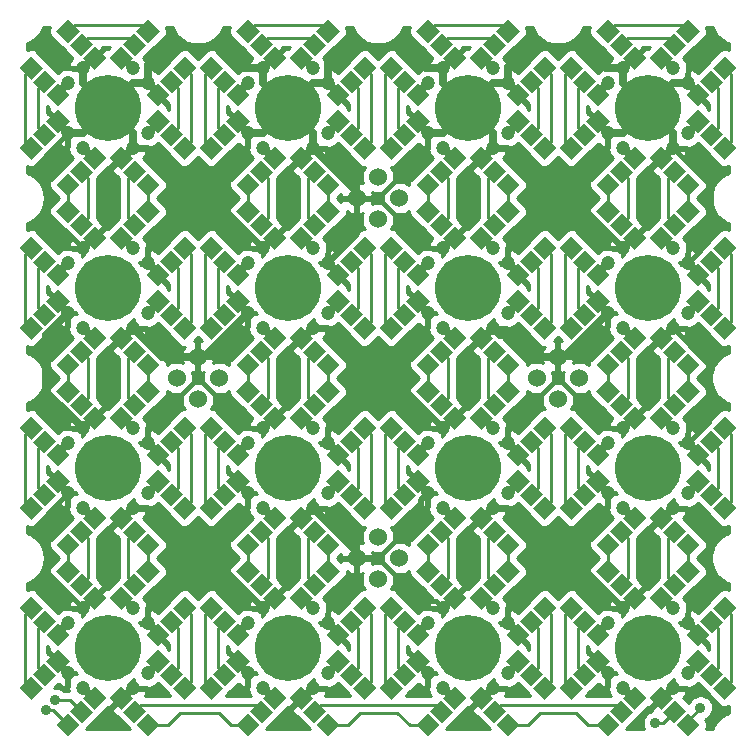
<source format=gtl>
%TF.GenerationSoftware,KiCad,Pcbnew,4.0.7-e1-6374~58~ubuntu16.04.1*%
%TF.CreationDate,2017-08-11T22:02:44+05:30*%
%TF.ProjectId,ultim8x8,756C74696D3878382E6B696361645F70,2.0*%
%TF.FileFunction,Copper,L1,Top,Signal*%
%FSLAX46Y46*%
G04 Gerber Fmt 4.6, Leading zero omitted, Abs format (unit mm)*
G04 Created by KiCad (PCBNEW 4.0.7-e1-6374~58~ubuntu16.04.1) date Fri Aug 11 22:02:44 2017*
%MOMM*%
%LPD*%
G01*
G04 APERTURE LIST*
%ADD10C,0.254000*%
%ADD11C,5.600000*%
%ADD12C,1.200000*%
%ADD13C,1.524000*%
%ADD14C,0.889000*%
%ADD15C,0.635000*%
%ADD16C,0.381000*%
%ADD17C,0.508000*%
%ADD18C,0.250000*%
G04 APERTURE END LIST*
D10*
D11*
X82550000Y-82550000D03*
X82550000Y-36830000D03*
X67310000Y-67310000D03*
X52070000Y-67310000D03*
X36830000Y-36830000D03*
X36830000Y-82550000D03*
X52070000Y-52070000D03*
X67310000Y-52070000D03*
D10*
G36*
X51936955Y-41064264D02*
X50947006Y-42054213D01*
X49957057Y-41064264D01*
X50947006Y-40074315D01*
X51936955Y-41064264D01*
X51936955Y-41064264D01*
G37*
G36*
X48825685Y-37952994D02*
X47835736Y-38942943D01*
X46845787Y-37952994D01*
X47835736Y-36963045D01*
X48825685Y-37952994D01*
X48825685Y-37952994D01*
G37*
G36*
X47658959Y-39119720D02*
X46739720Y-40038959D01*
X45749771Y-39049010D01*
X46669010Y-38129771D01*
X47658959Y-39119720D01*
X47658959Y-39119720D01*
G37*
G36*
X50770229Y-42230990D02*
X49850990Y-43150229D01*
X48861041Y-42160280D01*
X49780280Y-41241041D01*
X50770229Y-42230990D01*
X50770229Y-42230990D01*
G37*
G36*
X49674213Y-43327006D02*
X48684264Y-44316955D01*
X47694315Y-43327006D01*
X48684264Y-42337057D01*
X49674213Y-43327006D01*
X49674213Y-43327006D01*
G37*
G36*
X46562943Y-40215736D02*
X45572994Y-41205685D01*
X44583045Y-40215736D01*
X45572994Y-39225787D01*
X46562943Y-40215736D01*
X46562943Y-40215736D01*
G37*
D12*
X49957056Y-40215736D03*
X48684264Y-38942944D03*
D10*
G36*
X86784264Y-52203045D02*
X87774213Y-53192994D01*
X86784264Y-54182943D01*
X85794315Y-53192994D01*
X86784264Y-52203045D01*
X86784264Y-52203045D01*
G37*
G36*
X83672994Y-55314315D02*
X84662943Y-56304264D01*
X83672994Y-57294213D01*
X82683045Y-56304264D01*
X83672994Y-55314315D01*
X83672994Y-55314315D01*
G37*
G36*
X84839720Y-56481041D02*
X85758959Y-57400280D01*
X84769010Y-58390229D01*
X83849771Y-57470990D01*
X84839720Y-56481041D01*
X84839720Y-56481041D01*
G37*
G36*
X87950990Y-53369771D02*
X88870229Y-54289010D01*
X87880280Y-55278959D01*
X86961041Y-54359720D01*
X87950990Y-53369771D01*
X87950990Y-53369771D01*
G37*
G36*
X89047006Y-54465787D02*
X90036955Y-55455736D01*
X89047006Y-56445685D01*
X88057057Y-55455736D01*
X89047006Y-54465787D01*
X89047006Y-54465787D01*
G37*
G36*
X85935736Y-57577057D02*
X86925685Y-58567006D01*
X85935736Y-59556955D01*
X84945787Y-58567006D01*
X85935736Y-57577057D01*
X85935736Y-57577057D01*
G37*
D12*
X85935736Y-54182944D03*
X84662944Y-55455736D03*
D10*
G36*
X82683045Y-47835736D02*
X83672994Y-46845787D01*
X84662943Y-47835736D01*
X83672994Y-48825685D01*
X82683045Y-47835736D01*
X82683045Y-47835736D01*
G37*
G36*
X85794315Y-50947006D02*
X86784264Y-49957057D01*
X87774213Y-50947006D01*
X86784264Y-51936955D01*
X85794315Y-50947006D01*
X85794315Y-50947006D01*
G37*
G36*
X86961041Y-49780280D02*
X87880280Y-48861041D01*
X88870229Y-49850990D01*
X87950990Y-50770229D01*
X86961041Y-49780280D01*
X86961041Y-49780280D01*
G37*
G36*
X83849771Y-46669010D02*
X84769010Y-45749771D01*
X85758959Y-46739720D01*
X84839720Y-47658959D01*
X83849771Y-46669010D01*
X83849771Y-46669010D01*
G37*
G36*
X84945787Y-45572994D02*
X85935736Y-44583045D01*
X86925685Y-45572994D01*
X85935736Y-46562943D01*
X84945787Y-45572994D01*
X84945787Y-45572994D01*
G37*
G36*
X88057057Y-48684264D02*
X89047006Y-47694315D01*
X90036955Y-48684264D01*
X89047006Y-49674213D01*
X88057057Y-48684264D01*
X88057057Y-48684264D01*
G37*
D12*
X84662944Y-48684264D03*
X85935736Y-49957056D03*
D10*
G36*
X78315736Y-51936955D02*
X77325787Y-50947006D01*
X78315736Y-49957057D01*
X79305685Y-50947006D01*
X78315736Y-51936955D01*
X78315736Y-51936955D01*
G37*
G36*
X81427006Y-48825685D02*
X80437057Y-47835736D01*
X81427006Y-46845787D01*
X82416955Y-47835736D01*
X81427006Y-48825685D01*
X81427006Y-48825685D01*
G37*
G36*
X80260280Y-47658959D02*
X79341041Y-46739720D01*
X80330990Y-45749771D01*
X81250229Y-46669010D01*
X80260280Y-47658959D01*
X80260280Y-47658959D01*
G37*
G36*
X77149010Y-50770229D02*
X76229771Y-49850990D01*
X77219720Y-48861041D01*
X78138959Y-49780280D01*
X77149010Y-50770229D01*
X77149010Y-50770229D01*
G37*
G36*
X76052994Y-49674213D02*
X75063045Y-48684264D01*
X76052994Y-47694315D01*
X77042943Y-48684264D01*
X76052994Y-49674213D01*
X76052994Y-49674213D01*
G37*
G36*
X79164264Y-46562943D02*
X78174315Y-45572994D01*
X79164264Y-44583045D01*
X80154213Y-45572994D01*
X79164264Y-46562943D01*
X79164264Y-46562943D01*
G37*
D12*
X79164264Y-49957056D03*
X80437056Y-48684264D03*
D10*
G36*
X82416955Y-56304264D02*
X81427006Y-57294213D01*
X80437057Y-56304264D01*
X81427006Y-55314315D01*
X82416955Y-56304264D01*
X82416955Y-56304264D01*
G37*
G36*
X79305685Y-53192994D02*
X78315736Y-54182943D01*
X77325787Y-53192994D01*
X78315736Y-52203045D01*
X79305685Y-53192994D01*
X79305685Y-53192994D01*
G37*
G36*
X78138959Y-54359720D02*
X77219720Y-55278959D01*
X76229771Y-54289010D01*
X77149010Y-53369771D01*
X78138959Y-54359720D01*
X78138959Y-54359720D01*
G37*
G36*
X81250229Y-57470990D02*
X80330990Y-58390229D01*
X79341041Y-57400280D01*
X80260280Y-56481041D01*
X81250229Y-57470990D01*
X81250229Y-57470990D01*
G37*
G36*
X80154213Y-58567006D02*
X79164264Y-59556955D01*
X78174315Y-58567006D01*
X79164264Y-57577057D01*
X80154213Y-58567006D01*
X80154213Y-58567006D01*
G37*
G36*
X77042943Y-55455736D02*
X76052994Y-56445685D01*
X75063045Y-55455736D01*
X76052994Y-54465787D01*
X77042943Y-55455736D01*
X77042943Y-55455736D01*
G37*
D12*
X80437056Y-55455736D03*
X79164264Y-54182944D03*
D10*
G36*
X63075736Y-51936955D02*
X62085787Y-50947006D01*
X63075736Y-49957057D01*
X64065685Y-50947006D01*
X63075736Y-51936955D01*
X63075736Y-51936955D01*
G37*
G36*
X66187006Y-48825685D02*
X65197057Y-47835736D01*
X66187006Y-46845787D01*
X67176955Y-47835736D01*
X66187006Y-48825685D01*
X66187006Y-48825685D01*
G37*
G36*
X65020280Y-47658959D02*
X64101041Y-46739720D01*
X65090990Y-45749771D01*
X66010229Y-46669010D01*
X65020280Y-47658959D01*
X65020280Y-47658959D01*
G37*
G36*
X61909010Y-50770229D02*
X60989771Y-49850990D01*
X61979720Y-48861041D01*
X62898959Y-49780280D01*
X61909010Y-50770229D01*
X61909010Y-50770229D01*
G37*
G36*
X60812994Y-49674213D02*
X59823045Y-48684264D01*
X60812994Y-47694315D01*
X61802943Y-48684264D01*
X60812994Y-49674213D01*
X60812994Y-49674213D01*
G37*
G36*
X63924264Y-46562943D02*
X62934315Y-45572994D01*
X63924264Y-44583045D01*
X64914213Y-45572994D01*
X63924264Y-46562943D01*
X63924264Y-46562943D01*
G37*
D12*
X63924264Y-49957056D03*
X65197056Y-48684264D03*
D10*
G36*
X51936955Y-71544264D02*
X50947006Y-72534213D01*
X49957057Y-71544264D01*
X50947006Y-70554315D01*
X51936955Y-71544264D01*
X51936955Y-71544264D01*
G37*
G36*
X48825685Y-68432994D02*
X47835736Y-69422943D01*
X46845787Y-68432994D01*
X47835736Y-67443045D01*
X48825685Y-68432994D01*
X48825685Y-68432994D01*
G37*
G36*
X47658959Y-69599720D02*
X46739720Y-70518959D01*
X45749771Y-69529010D01*
X46669010Y-68609771D01*
X47658959Y-69599720D01*
X47658959Y-69599720D01*
G37*
G36*
X50770229Y-72710990D02*
X49850990Y-73630229D01*
X48861041Y-72640280D01*
X49780280Y-71721041D01*
X50770229Y-72710990D01*
X50770229Y-72710990D01*
G37*
G36*
X49674213Y-73807006D02*
X48684264Y-74796955D01*
X47694315Y-73807006D01*
X48684264Y-72817057D01*
X49674213Y-73807006D01*
X49674213Y-73807006D01*
G37*
G36*
X46562943Y-70695736D02*
X45572994Y-71685685D01*
X44583045Y-70695736D01*
X45572994Y-69705787D01*
X46562943Y-70695736D01*
X46562943Y-70695736D01*
G37*
D12*
X49957056Y-70695736D03*
X48684264Y-69422944D03*
D10*
G36*
X41064264Y-52203045D02*
X42054213Y-53192994D01*
X41064264Y-54182943D01*
X40074315Y-53192994D01*
X41064264Y-52203045D01*
X41064264Y-52203045D01*
G37*
G36*
X37952994Y-55314315D02*
X38942943Y-56304264D01*
X37952994Y-57294213D01*
X36963045Y-56304264D01*
X37952994Y-55314315D01*
X37952994Y-55314315D01*
G37*
G36*
X39119720Y-56481041D02*
X40038959Y-57400280D01*
X39049010Y-58390229D01*
X38129771Y-57470990D01*
X39119720Y-56481041D01*
X39119720Y-56481041D01*
G37*
G36*
X42230990Y-53369771D02*
X43150229Y-54289010D01*
X42160280Y-55278959D01*
X41241041Y-54359720D01*
X42230990Y-53369771D01*
X42230990Y-53369771D01*
G37*
G36*
X43327006Y-54465787D02*
X44316955Y-55455736D01*
X43327006Y-56445685D01*
X42337057Y-55455736D01*
X43327006Y-54465787D01*
X43327006Y-54465787D01*
G37*
G36*
X40215736Y-57577057D02*
X41205685Y-58567006D01*
X40215736Y-59556955D01*
X39225787Y-58567006D01*
X40215736Y-57577057D01*
X40215736Y-57577057D01*
G37*
D12*
X40215736Y-54182944D03*
X38942944Y-55455736D03*
D10*
G36*
X36963045Y-47835736D02*
X37952994Y-46845787D01*
X38942943Y-47835736D01*
X37952994Y-48825685D01*
X36963045Y-47835736D01*
X36963045Y-47835736D01*
G37*
G36*
X40074315Y-50947006D02*
X41064264Y-49957057D01*
X42054213Y-50947006D01*
X41064264Y-51936955D01*
X40074315Y-50947006D01*
X40074315Y-50947006D01*
G37*
G36*
X41241041Y-49780280D02*
X42160280Y-48861041D01*
X43150229Y-49850990D01*
X42230990Y-50770229D01*
X41241041Y-49780280D01*
X41241041Y-49780280D01*
G37*
G36*
X38129771Y-46669010D02*
X39049010Y-45749771D01*
X40038959Y-46739720D01*
X39119720Y-47658959D01*
X38129771Y-46669010D01*
X38129771Y-46669010D01*
G37*
G36*
X39225787Y-45572994D02*
X40215736Y-44583045D01*
X41205685Y-45572994D01*
X40215736Y-46562943D01*
X39225787Y-45572994D01*
X39225787Y-45572994D01*
G37*
G36*
X42337057Y-48684264D02*
X43327006Y-47694315D01*
X44316955Y-48684264D01*
X43327006Y-49674213D01*
X42337057Y-48684264D01*
X42337057Y-48684264D01*
G37*
D12*
X38942944Y-48684264D03*
X40215736Y-49957056D03*
D10*
G36*
X32595736Y-51936955D02*
X31605787Y-50947006D01*
X32595736Y-49957057D01*
X33585685Y-50947006D01*
X32595736Y-51936955D01*
X32595736Y-51936955D01*
G37*
G36*
X35707006Y-48825685D02*
X34717057Y-47835736D01*
X35707006Y-46845787D01*
X36696955Y-47835736D01*
X35707006Y-48825685D01*
X35707006Y-48825685D01*
G37*
G36*
X34540280Y-47658959D02*
X33621041Y-46739720D01*
X34610990Y-45749771D01*
X35530229Y-46669010D01*
X34540280Y-47658959D01*
X34540280Y-47658959D01*
G37*
G36*
X31429010Y-50770229D02*
X30509771Y-49850990D01*
X31499720Y-48861041D01*
X32418959Y-49780280D01*
X31429010Y-50770229D01*
X31429010Y-50770229D01*
G37*
G36*
X30332994Y-49674213D02*
X29343045Y-48684264D01*
X30332994Y-47694315D01*
X31322943Y-48684264D01*
X30332994Y-49674213D01*
X30332994Y-49674213D01*
G37*
G36*
X33444264Y-46562943D02*
X32454315Y-45572994D01*
X33444264Y-44583045D01*
X34434213Y-45572994D01*
X33444264Y-46562943D01*
X33444264Y-46562943D01*
G37*
D12*
X33444264Y-49957056D03*
X34717056Y-48684264D03*
D10*
G36*
X36696955Y-56304264D02*
X35707006Y-57294213D01*
X34717057Y-56304264D01*
X35707006Y-55314315D01*
X36696955Y-56304264D01*
X36696955Y-56304264D01*
G37*
G36*
X33585685Y-53192994D02*
X32595736Y-54182943D01*
X31605787Y-53192994D01*
X32595736Y-52203045D01*
X33585685Y-53192994D01*
X33585685Y-53192994D01*
G37*
G36*
X32418959Y-54359720D02*
X31499720Y-55278959D01*
X30509771Y-54289010D01*
X31429010Y-53369771D01*
X32418959Y-54359720D01*
X32418959Y-54359720D01*
G37*
G36*
X35530229Y-57470990D02*
X34610990Y-58390229D01*
X33621041Y-57400280D01*
X34540280Y-56481041D01*
X35530229Y-57470990D01*
X35530229Y-57470990D01*
G37*
G36*
X34434213Y-58567006D02*
X33444264Y-59556955D01*
X32454315Y-58567006D01*
X33444264Y-57577057D01*
X34434213Y-58567006D01*
X34434213Y-58567006D01*
G37*
G36*
X31322943Y-55455736D02*
X30332994Y-56445685D01*
X29343045Y-55455736D01*
X30332994Y-54465787D01*
X31322943Y-55455736D01*
X31322943Y-55455736D01*
G37*
D12*
X34717056Y-55455736D03*
X33444264Y-54182944D03*
D10*
G36*
X86784264Y-67443045D02*
X87774213Y-68432994D01*
X86784264Y-69422943D01*
X85794315Y-68432994D01*
X86784264Y-67443045D01*
X86784264Y-67443045D01*
G37*
G36*
X83672994Y-70554315D02*
X84662943Y-71544264D01*
X83672994Y-72534213D01*
X82683045Y-71544264D01*
X83672994Y-70554315D01*
X83672994Y-70554315D01*
G37*
G36*
X84839720Y-71721041D02*
X85758959Y-72640280D01*
X84769010Y-73630229D01*
X83849771Y-72710990D01*
X84839720Y-71721041D01*
X84839720Y-71721041D01*
G37*
G36*
X87950990Y-68609771D02*
X88870229Y-69529010D01*
X87880280Y-70518959D01*
X86961041Y-69599720D01*
X87950990Y-68609771D01*
X87950990Y-68609771D01*
G37*
G36*
X89047006Y-69705787D02*
X90036955Y-70695736D01*
X89047006Y-71685685D01*
X88057057Y-70695736D01*
X89047006Y-69705787D01*
X89047006Y-69705787D01*
G37*
G36*
X85935736Y-72817057D02*
X86925685Y-73807006D01*
X85935736Y-74796955D01*
X84945787Y-73807006D01*
X85935736Y-72817057D01*
X85935736Y-72817057D01*
G37*
D12*
X85935736Y-69422944D03*
X84662944Y-70695736D03*
D10*
G36*
X82683045Y-63075736D02*
X83672994Y-62085787D01*
X84662943Y-63075736D01*
X83672994Y-64065685D01*
X82683045Y-63075736D01*
X82683045Y-63075736D01*
G37*
G36*
X85794315Y-66187006D02*
X86784264Y-65197057D01*
X87774213Y-66187006D01*
X86784264Y-67176955D01*
X85794315Y-66187006D01*
X85794315Y-66187006D01*
G37*
G36*
X86961041Y-65020280D02*
X87880280Y-64101041D01*
X88870229Y-65090990D01*
X87950990Y-66010229D01*
X86961041Y-65020280D01*
X86961041Y-65020280D01*
G37*
G36*
X83849771Y-61909010D02*
X84769010Y-60989771D01*
X85758959Y-61979720D01*
X84839720Y-62898959D01*
X83849771Y-61909010D01*
X83849771Y-61909010D01*
G37*
G36*
X84945787Y-60812994D02*
X85935736Y-59823045D01*
X86925685Y-60812994D01*
X85935736Y-61802943D01*
X84945787Y-60812994D01*
X84945787Y-60812994D01*
G37*
G36*
X88057057Y-63924264D02*
X89047006Y-62934315D01*
X90036955Y-63924264D01*
X89047006Y-64914213D01*
X88057057Y-63924264D01*
X88057057Y-63924264D01*
G37*
D12*
X84662944Y-63924264D03*
X85935736Y-65197056D03*
D10*
G36*
X86784264Y-36963045D02*
X87774213Y-37952994D01*
X86784264Y-38942943D01*
X85794315Y-37952994D01*
X86784264Y-36963045D01*
X86784264Y-36963045D01*
G37*
G36*
X83672994Y-40074315D02*
X84662943Y-41064264D01*
X83672994Y-42054213D01*
X82683045Y-41064264D01*
X83672994Y-40074315D01*
X83672994Y-40074315D01*
G37*
G36*
X84839720Y-41241041D02*
X85758959Y-42160280D01*
X84769010Y-43150229D01*
X83849771Y-42230990D01*
X84839720Y-41241041D01*
X84839720Y-41241041D01*
G37*
G36*
X87950990Y-38129771D02*
X88870229Y-39049010D01*
X87880280Y-40038959D01*
X86961041Y-39119720D01*
X87950990Y-38129771D01*
X87950990Y-38129771D01*
G37*
G36*
X89047006Y-39225787D02*
X90036955Y-40215736D01*
X89047006Y-41205685D01*
X88057057Y-40215736D01*
X89047006Y-39225787D01*
X89047006Y-39225787D01*
G37*
G36*
X85935736Y-42337057D02*
X86925685Y-43327006D01*
X85935736Y-44316955D01*
X84945787Y-43327006D01*
X85935736Y-42337057D01*
X85935736Y-42337057D01*
G37*
D12*
X85935736Y-38942944D03*
X84662944Y-40215736D03*
D10*
G36*
X82683045Y-32595736D02*
X83672994Y-31605787D01*
X84662943Y-32595736D01*
X83672994Y-33585685D01*
X82683045Y-32595736D01*
X82683045Y-32595736D01*
G37*
G36*
X85794315Y-35707006D02*
X86784264Y-34717057D01*
X87774213Y-35707006D01*
X86784264Y-36696955D01*
X85794315Y-35707006D01*
X85794315Y-35707006D01*
G37*
G36*
X86961041Y-34540280D02*
X87880280Y-33621041D01*
X88870229Y-34610990D01*
X87950990Y-35530229D01*
X86961041Y-34540280D01*
X86961041Y-34540280D01*
G37*
G36*
X83849771Y-31429010D02*
X84769010Y-30509771D01*
X85758959Y-31499720D01*
X84839720Y-32418959D01*
X83849771Y-31429010D01*
X83849771Y-31429010D01*
G37*
G36*
X84945787Y-30332994D02*
X85935736Y-29343045D01*
X86925685Y-30332994D01*
X85935736Y-31322943D01*
X84945787Y-30332994D01*
X84945787Y-30332994D01*
G37*
G36*
X88057057Y-33444264D02*
X89047006Y-32454315D01*
X90036955Y-33444264D01*
X89047006Y-34434213D01*
X88057057Y-33444264D01*
X88057057Y-33444264D01*
G37*
D12*
X84662944Y-33444264D03*
X85935736Y-34717056D03*
D10*
G36*
X78315736Y-36696955D02*
X77325787Y-35707006D01*
X78315736Y-34717057D01*
X79305685Y-35707006D01*
X78315736Y-36696955D01*
X78315736Y-36696955D01*
G37*
G36*
X81427006Y-33585685D02*
X80437057Y-32595736D01*
X81427006Y-31605787D01*
X82416955Y-32595736D01*
X81427006Y-33585685D01*
X81427006Y-33585685D01*
G37*
G36*
X80260280Y-32418959D02*
X79341041Y-31499720D01*
X80330990Y-30509771D01*
X81250229Y-31429010D01*
X80260280Y-32418959D01*
X80260280Y-32418959D01*
G37*
G36*
X77149010Y-35530229D02*
X76229771Y-34610990D01*
X77219720Y-33621041D01*
X78138959Y-34540280D01*
X77149010Y-35530229D01*
X77149010Y-35530229D01*
G37*
G36*
X76052994Y-34434213D02*
X75063045Y-33444264D01*
X76052994Y-32454315D01*
X77042943Y-33444264D01*
X76052994Y-34434213D01*
X76052994Y-34434213D01*
G37*
G36*
X79164264Y-31322943D02*
X78174315Y-30332994D01*
X79164264Y-29343045D01*
X80154213Y-30332994D01*
X79164264Y-31322943D01*
X79164264Y-31322943D01*
G37*
D12*
X79164264Y-34717056D03*
X80437056Y-33444264D03*
D10*
G36*
X82416955Y-41064264D02*
X81427006Y-42054213D01*
X80437057Y-41064264D01*
X81427006Y-40074315D01*
X82416955Y-41064264D01*
X82416955Y-41064264D01*
G37*
G36*
X79305685Y-37952994D02*
X78315736Y-38942943D01*
X77325787Y-37952994D01*
X78315736Y-36963045D01*
X79305685Y-37952994D01*
X79305685Y-37952994D01*
G37*
G36*
X78138959Y-39119720D02*
X77219720Y-40038959D01*
X76229771Y-39049010D01*
X77149010Y-38129771D01*
X78138959Y-39119720D01*
X78138959Y-39119720D01*
G37*
G36*
X81250229Y-42230990D02*
X80330990Y-43150229D01*
X79341041Y-42160280D01*
X80260280Y-41241041D01*
X81250229Y-42230990D01*
X81250229Y-42230990D01*
G37*
G36*
X80154213Y-43327006D02*
X79164264Y-44316955D01*
X78174315Y-43327006D01*
X79164264Y-42337057D01*
X80154213Y-43327006D01*
X80154213Y-43327006D01*
G37*
G36*
X77042943Y-40215736D02*
X76052994Y-41205685D01*
X75063045Y-40215736D01*
X76052994Y-39225787D01*
X77042943Y-40215736D01*
X77042943Y-40215736D01*
G37*
D12*
X80437056Y-40215736D03*
X79164264Y-38942944D03*
D10*
G36*
X78315736Y-67176955D02*
X77325787Y-66187006D01*
X78315736Y-65197057D01*
X79305685Y-66187006D01*
X78315736Y-67176955D01*
X78315736Y-67176955D01*
G37*
G36*
X81427006Y-64065685D02*
X80437057Y-63075736D01*
X81427006Y-62085787D01*
X82416955Y-63075736D01*
X81427006Y-64065685D01*
X81427006Y-64065685D01*
G37*
G36*
X80260280Y-62898959D02*
X79341041Y-61979720D01*
X80330990Y-60989771D01*
X81250229Y-61909010D01*
X80260280Y-62898959D01*
X80260280Y-62898959D01*
G37*
G36*
X77149010Y-66010229D02*
X76229771Y-65090990D01*
X77219720Y-64101041D01*
X78138959Y-65020280D01*
X77149010Y-66010229D01*
X77149010Y-66010229D01*
G37*
G36*
X76052994Y-64914213D02*
X75063045Y-63924264D01*
X76052994Y-62934315D01*
X77042943Y-63924264D01*
X76052994Y-64914213D01*
X76052994Y-64914213D01*
G37*
G36*
X79164264Y-61802943D02*
X78174315Y-60812994D01*
X79164264Y-59823045D01*
X80154213Y-60812994D01*
X79164264Y-61802943D01*
X79164264Y-61802943D01*
G37*
D12*
X79164264Y-65197056D03*
X80437056Y-63924264D03*
D10*
G36*
X82416955Y-71544264D02*
X81427006Y-72534213D01*
X80437057Y-71544264D01*
X81427006Y-70554315D01*
X82416955Y-71544264D01*
X82416955Y-71544264D01*
G37*
G36*
X79305685Y-68432994D02*
X78315736Y-69422943D01*
X77325787Y-68432994D01*
X78315736Y-67443045D01*
X79305685Y-68432994D01*
X79305685Y-68432994D01*
G37*
G36*
X78138959Y-69599720D02*
X77219720Y-70518959D01*
X76229771Y-69529010D01*
X77149010Y-68609771D01*
X78138959Y-69599720D01*
X78138959Y-69599720D01*
G37*
G36*
X81250229Y-72710990D02*
X80330990Y-73630229D01*
X79341041Y-72640280D01*
X80260280Y-71721041D01*
X81250229Y-72710990D01*
X81250229Y-72710990D01*
G37*
G36*
X80154213Y-73807006D02*
X79164264Y-74796955D01*
X78174315Y-73807006D01*
X79164264Y-72817057D01*
X80154213Y-73807006D01*
X80154213Y-73807006D01*
G37*
G36*
X77042943Y-70695736D02*
X76052994Y-71685685D01*
X75063045Y-70695736D01*
X76052994Y-69705787D01*
X77042943Y-70695736D01*
X77042943Y-70695736D01*
G37*
D12*
X80437056Y-70695736D03*
X79164264Y-69422944D03*
D10*
G36*
X78315736Y-82416955D02*
X77325787Y-81427006D01*
X78315736Y-80437057D01*
X79305685Y-81427006D01*
X78315736Y-82416955D01*
X78315736Y-82416955D01*
G37*
G36*
X81427006Y-79305685D02*
X80437057Y-78315736D01*
X81427006Y-77325787D01*
X82416955Y-78315736D01*
X81427006Y-79305685D01*
X81427006Y-79305685D01*
G37*
G36*
X80260280Y-78138959D02*
X79341041Y-77219720D01*
X80330990Y-76229771D01*
X81250229Y-77149010D01*
X80260280Y-78138959D01*
X80260280Y-78138959D01*
G37*
G36*
X77149010Y-81250229D02*
X76229771Y-80330990D01*
X77219720Y-79341041D01*
X78138959Y-80260280D01*
X77149010Y-81250229D01*
X77149010Y-81250229D01*
G37*
G36*
X76052994Y-80154213D02*
X75063045Y-79164264D01*
X76052994Y-78174315D01*
X77042943Y-79164264D01*
X76052994Y-80154213D01*
X76052994Y-80154213D01*
G37*
G36*
X79164264Y-77042943D02*
X78174315Y-76052994D01*
X79164264Y-75063045D01*
X80154213Y-76052994D01*
X79164264Y-77042943D01*
X79164264Y-77042943D01*
G37*
D12*
X79164264Y-80437056D03*
X80437056Y-79164264D03*
D10*
G36*
X67443045Y-78315736D02*
X68432994Y-77325787D01*
X69422943Y-78315736D01*
X68432994Y-79305685D01*
X67443045Y-78315736D01*
X67443045Y-78315736D01*
G37*
G36*
X70554315Y-81427006D02*
X71544264Y-80437057D01*
X72534213Y-81427006D01*
X71544264Y-82416955D01*
X70554315Y-81427006D01*
X70554315Y-81427006D01*
G37*
G36*
X71721041Y-80260280D02*
X72640280Y-79341041D01*
X73630229Y-80330990D01*
X72710990Y-81250229D01*
X71721041Y-80260280D01*
X71721041Y-80260280D01*
G37*
G36*
X68609771Y-77149010D02*
X69529010Y-76229771D01*
X70518959Y-77219720D01*
X69599720Y-78138959D01*
X68609771Y-77149010D01*
X68609771Y-77149010D01*
G37*
G36*
X69705787Y-76052994D02*
X70695736Y-75063045D01*
X71685685Y-76052994D01*
X70695736Y-77042943D01*
X69705787Y-76052994D01*
X69705787Y-76052994D01*
G37*
G36*
X72817057Y-79164264D02*
X73807006Y-78174315D01*
X74796955Y-79164264D01*
X73807006Y-80154213D01*
X72817057Y-79164264D01*
X72817057Y-79164264D01*
G37*
D12*
X69422944Y-79164264D03*
X70695736Y-80437056D03*
D10*
G36*
X71544264Y-67443045D02*
X72534213Y-68432994D01*
X71544264Y-69422943D01*
X70554315Y-68432994D01*
X71544264Y-67443045D01*
X71544264Y-67443045D01*
G37*
G36*
X68432994Y-70554315D02*
X69422943Y-71544264D01*
X68432994Y-72534213D01*
X67443045Y-71544264D01*
X68432994Y-70554315D01*
X68432994Y-70554315D01*
G37*
G36*
X69599720Y-71721041D02*
X70518959Y-72640280D01*
X69529010Y-73630229D01*
X68609771Y-72710990D01*
X69599720Y-71721041D01*
X69599720Y-71721041D01*
G37*
G36*
X72710990Y-68609771D02*
X73630229Y-69529010D01*
X72640280Y-70518959D01*
X71721041Y-69599720D01*
X72710990Y-68609771D01*
X72710990Y-68609771D01*
G37*
G36*
X73807006Y-69705787D02*
X74796955Y-70695736D01*
X73807006Y-71685685D01*
X72817057Y-70695736D01*
X73807006Y-69705787D01*
X73807006Y-69705787D01*
G37*
G36*
X70695736Y-72817057D02*
X71685685Y-73807006D01*
X70695736Y-74796955D01*
X69705787Y-73807006D01*
X70695736Y-72817057D01*
X70695736Y-72817057D01*
G37*
D12*
X70695736Y-69422944D03*
X69422944Y-70695736D03*
D10*
G36*
X67443045Y-63075736D02*
X68432994Y-62085787D01*
X69422943Y-63075736D01*
X68432994Y-64065685D01*
X67443045Y-63075736D01*
X67443045Y-63075736D01*
G37*
G36*
X70554315Y-66187006D02*
X71544264Y-65197057D01*
X72534213Y-66187006D01*
X71544264Y-67176955D01*
X70554315Y-66187006D01*
X70554315Y-66187006D01*
G37*
G36*
X71721041Y-65020280D02*
X72640280Y-64101041D01*
X73630229Y-65090990D01*
X72710990Y-66010229D01*
X71721041Y-65020280D01*
X71721041Y-65020280D01*
G37*
G36*
X68609771Y-61909010D02*
X69529010Y-60989771D01*
X70518959Y-61979720D01*
X69599720Y-62898959D01*
X68609771Y-61909010D01*
X68609771Y-61909010D01*
G37*
G36*
X69705787Y-60812994D02*
X70695736Y-59823045D01*
X71685685Y-60812994D01*
X70695736Y-61802943D01*
X69705787Y-60812994D01*
X69705787Y-60812994D01*
G37*
G36*
X72817057Y-63924264D02*
X73807006Y-62934315D01*
X74796955Y-63924264D01*
X73807006Y-64914213D01*
X72817057Y-63924264D01*
X72817057Y-63924264D01*
G37*
D12*
X69422944Y-63924264D03*
X70695736Y-65197056D03*
D10*
G36*
X71544264Y-52203045D02*
X72534213Y-53192994D01*
X71544264Y-54182943D01*
X70554315Y-53192994D01*
X71544264Y-52203045D01*
X71544264Y-52203045D01*
G37*
G36*
X68432994Y-55314315D02*
X69422943Y-56304264D01*
X68432994Y-57294213D01*
X67443045Y-56304264D01*
X68432994Y-55314315D01*
X68432994Y-55314315D01*
G37*
G36*
X69599720Y-56481041D02*
X70518959Y-57400280D01*
X69529010Y-58390229D01*
X68609771Y-57470990D01*
X69599720Y-56481041D01*
X69599720Y-56481041D01*
G37*
G36*
X72710990Y-53369771D02*
X73630229Y-54289010D01*
X72640280Y-55278959D01*
X71721041Y-54359720D01*
X72710990Y-53369771D01*
X72710990Y-53369771D01*
G37*
G36*
X73807006Y-54465787D02*
X74796955Y-55455736D01*
X73807006Y-56445685D01*
X72817057Y-55455736D01*
X73807006Y-54465787D01*
X73807006Y-54465787D01*
G37*
G36*
X70695736Y-57577057D02*
X71685685Y-58567006D01*
X70695736Y-59556955D01*
X69705787Y-58567006D01*
X70695736Y-57577057D01*
X70695736Y-57577057D01*
G37*
D12*
X70695736Y-54182944D03*
X69422944Y-55455736D03*
D10*
G36*
X71544264Y-36963045D02*
X72534213Y-37952994D01*
X71544264Y-38942943D01*
X70554315Y-37952994D01*
X71544264Y-36963045D01*
X71544264Y-36963045D01*
G37*
G36*
X68432994Y-40074315D02*
X69422943Y-41064264D01*
X68432994Y-42054213D01*
X67443045Y-41064264D01*
X68432994Y-40074315D01*
X68432994Y-40074315D01*
G37*
G36*
X69599720Y-41241041D02*
X70518959Y-42160280D01*
X69529010Y-43150229D01*
X68609771Y-42230990D01*
X69599720Y-41241041D01*
X69599720Y-41241041D01*
G37*
G36*
X72710990Y-38129771D02*
X73630229Y-39049010D01*
X72640280Y-40038959D01*
X71721041Y-39119720D01*
X72710990Y-38129771D01*
X72710990Y-38129771D01*
G37*
G36*
X73807006Y-39225787D02*
X74796955Y-40215736D01*
X73807006Y-41205685D01*
X72817057Y-40215736D01*
X73807006Y-39225787D01*
X73807006Y-39225787D01*
G37*
G36*
X70695736Y-42337057D02*
X71685685Y-43327006D01*
X70695736Y-44316955D01*
X69705787Y-43327006D01*
X70695736Y-42337057D01*
X70695736Y-42337057D01*
G37*
D12*
X70695736Y-38942944D03*
X69422944Y-40215736D03*
D10*
G36*
X67443045Y-32595736D02*
X68432994Y-31605787D01*
X69422943Y-32595736D01*
X68432994Y-33585685D01*
X67443045Y-32595736D01*
X67443045Y-32595736D01*
G37*
G36*
X70554315Y-35707006D02*
X71544264Y-34717057D01*
X72534213Y-35707006D01*
X71544264Y-36696955D01*
X70554315Y-35707006D01*
X70554315Y-35707006D01*
G37*
G36*
X71721041Y-34540280D02*
X72640280Y-33621041D01*
X73630229Y-34610990D01*
X72710990Y-35530229D01*
X71721041Y-34540280D01*
X71721041Y-34540280D01*
G37*
G36*
X68609771Y-31429010D02*
X69529010Y-30509771D01*
X70518959Y-31499720D01*
X69599720Y-32418959D01*
X68609771Y-31429010D01*
X68609771Y-31429010D01*
G37*
G36*
X69705787Y-30332994D02*
X70695736Y-29343045D01*
X71685685Y-30332994D01*
X70695736Y-31322943D01*
X69705787Y-30332994D01*
X69705787Y-30332994D01*
G37*
G36*
X72817057Y-33444264D02*
X73807006Y-32454315D01*
X74796955Y-33444264D01*
X73807006Y-34434213D01*
X72817057Y-33444264D01*
X72817057Y-33444264D01*
G37*
D12*
X69422944Y-33444264D03*
X70695736Y-34717056D03*
D10*
G36*
X63075736Y-36696955D02*
X62085787Y-35707006D01*
X63075736Y-34717057D01*
X64065685Y-35707006D01*
X63075736Y-36696955D01*
X63075736Y-36696955D01*
G37*
G36*
X66187006Y-33585685D02*
X65197057Y-32595736D01*
X66187006Y-31605787D01*
X67176955Y-32595736D01*
X66187006Y-33585685D01*
X66187006Y-33585685D01*
G37*
G36*
X65020280Y-32418959D02*
X64101041Y-31499720D01*
X65090990Y-30509771D01*
X66010229Y-31429010D01*
X65020280Y-32418959D01*
X65020280Y-32418959D01*
G37*
G36*
X61909010Y-35530229D02*
X60989771Y-34610990D01*
X61979720Y-33621041D01*
X62898959Y-34540280D01*
X61909010Y-35530229D01*
X61909010Y-35530229D01*
G37*
G36*
X60812994Y-34434213D02*
X59823045Y-33444264D01*
X60812994Y-32454315D01*
X61802943Y-33444264D01*
X60812994Y-34434213D01*
X60812994Y-34434213D01*
G37*
G36*
X63924264Y-31322943D02*
X62934315Y-30332994D01*
X63924264Y-29343045D01*
X64914213Y-30332994D01*
X63924264Y-31322943D01*
X63924264Y-31322943D01*
G37*
D12*
X63924264Y-34717056D03*
X65197056Y-33444264D03*
D10*
G36*
X67176955Y-41064264D02*
X66187006Y-42054213D01*
X65197057Y-41064264D01*
X66187006Y-40074315D01*
X67176955Y-41064264D01*
X67176955Y-41064264D01*
G37*
G36*
X64065685Y-37952994D02*
X63075736Y-38942943D01*
X62085787Y-37952994D01*
X63075736Y-36963045D01*
X64065685Y-37952994D01*
X64065685Y-37952994D01*
G37*
G36*
X62898959Y-39119720D02*
X61979720Y-40038959D01*
X60989771Y-39049010D01*
X61909010Y-38129771D01*
X62898959Y-39119720D01*
X62898959Y-39119720D01*
G37*
G36*
X66010229Y-42230990D02*
X65090990Y-43150229D01*
X64101041Y-42160280D01*
X65020280Y-41241041D01*
X66010229Y-42230990D01*
X66010229Y-42230990D01*
G37*
G36*
X64914213Y-43327006D02*
X63924264Y-44316955D01*
X62934315Y-43327006D01*
X63924264Y-42337057D01*
X64914213Y-43327006D01*
X64914213Y-43327006D01*
G37*
G36*
X61802943Y-40215736D02*
X60812994Y-41205685D01*
X59823045Y-40215736D01*
X60812994Y-39225787D01*
X61802943Y-40215736D01*
X61802943Y-40215736D01*
G37*
D12*
X65197056Y-40215736D03*
X63924264Y-38942944D03*
D10*
G36*
X67176955Y-56304264D02*
X66187006Y-57294213D01*
X65197057Y-56304264D01*
X66187006Y-55314315D01*
X67176955Y-56304264D01*
X67176955Y-56304264D01*
G37*
G36*
X64065685Y-53192994D02*
X63075736Y-54182943D01*
X62085787Y-53192994D01*
X63075736Y-52203045D01*
X64065685Y-53192994D01*
X64065685Y-53192994D01*
G37*
G36*
X62898959Y-54359720D02*
X61979720Y-55278959D01*
X60989771Y-54289010D01*
X61909010Y-53369771D01*
X62898959Y-54359720D01*
X62898959Y-54359720D01*
G37*
G36*
X66010229Y-57470990D02*
X65090990Y-58390229D01*
X64101041Y-57400280D01*
X65020280Y-56481041D01*
X66010229Y-57470990D01*
X66010229Y-57470990D01*
G37*
G36*
X64914213Y-58567006D02*
X63924264Y-59556955D01*
X62934315Y-58567006D01*
X63924264Y-57577057D01*
X64914213Y-58567006D01*
X64914213Y-58567006D01*
G37*
G36*
X61802943Y-55455736D02*
X60812994Y-56445685D01*
X59823045Y-55455736D01*
X60812994Y-54465787D01*
X61802943Y-55455736D01*
X61802943Y-55455736D01*
G37*
D12*
X65197056Y-55455736D03*
X63924264Y-54182944D03*
D10*
G36*
X63075736Y-67176955D02*
X62085787Y-66187006D01*
X63075736Y-65197057D01*
X64065685Y-66187006D01*
X63075736Y-67176955D01*
X63075736Y-67176955D01*
G37*
G36*
X66187006Y-64065685D02*
X65197057Y-63075736D01*
X66187006Y-62085787D01*
X67176955Y-63075736D01*
X66187006Y-64065685D01*
X66187006Y-64065685D01*
G37*
G36*
X65020280Y-62898959D02*
X64101041Y-61979720D01*
X65090990Y-60989771D01*
X66010229Y-61909010D01*
X65020280Y-62898959D01*
X65020280Y-62898959D01*
G37*
G36*
X61909010Y-66010229D02*
X60989771Y-65090990D01*
X61979720Y-64101041D01*
X62898959Y-65020280D01*
X61909010Y-66010229D01*
X61909010Y-66010229D01*
G37*
G36*
X60812994Y-64914213D02*
X59823045Y-63924264D01*
X60812994Y-62934315D01*
X61802943Y-63924264D01*
X60812994Y-64914213D01*
X60812994Y-64914213D01*
G37*
G36*
X63924264Y-61802943D02*
X62934315Y-60812994D01*
X63924264Y-59823045D01*
X64914213Y-60812994D01*
X63924264Y-61802943D01*
X63924264Y-61802943D01*
G37*
D12*
X63924264Y-65197056D03*
X65197056Y-63924264D03*
D10*
G36*
X67176955Y-71544264D02*
X66187006Y-72534213D01*
X65197057Y-71544264D01*
X66187006Y-70554315D01*
X67176955Y-71544264D01*
X67176955Y-71544264D01*
G37*
G36*
X64065685Y-68432994D02*
X63075736Y-69422943D01*
X62085787Y-68432994D01*
X63075736Y-67443045D01*
X64065685Y-68432994D01*
X64065685Y-68432994D01*
G37*
G36*
X62898959Y-69599720D02*
X61979720Y-70518959D01*
X60989771Y-69529010D01*
X61909010Y-68609771D01*
X62898959Y-69599720D01*
X62898959Y-69599720D01*
G37*
G36*
X66010229Y-72710990D02*
X65090990Y-73630229D01*
X64101041Y-72640280D01*
X65020280Y-71721041D01*
X66010229Y-72710990D01*
X66010229Y-72710990D01*
G37*
G36*
X64914213Y-73807006D02*
X63924264Y-74796955D01*
X62934315Y-73807006D01*
X63924264Y-72817057D01*
X64914213Y-73807006D01*
X64914213Y-73807006D01*
G37*
G36*
X61802943Y-70695736D02*
X60812994Y-71685685D01*
X59823045Y-70695736D01*
X60812994Y-69705787D01*
X61802943Y-70695736D01*
X61802943Y-70695736D01*
G37*
D12*
X65197056Y-70695736D03*
X63924264Y-69422944D03*
D10*
G36*
X63075736Y-82416955D02*
X62085787Y-81427006D01*
X63075736Y-80437057D01*
X64065685Y-81427006D01*
X63075736Y-82416955D01*
X63075736Y-82416955D01*
G37*
G36*
X66187006Y-79305685D02*
X65197057Y-78315736D01*
X66187006Y-77325787D01*
X67176955Y-78315736D01*
X66187006Y-79305685D01*
X66187006Y-79305685D01*
G37*
G36*
X65020280Y-78138959D02*
X64101041Y-77219720D01*
X65090990Y-76229771D01*
X66010229Y-77149010D01*
X65020280Y-78138959D01*
X65020280Y-78138959D01*
G37*
G36*
X61909010Y-81250229D02*
X60989771Y-80330990D01*
X61979720Y-79341041D01*
X62898959Y-80260280D01*
X61909010Y-81250229D01*
X61909010Y-81250229D01*
G37*
G36*
X60812994Y-80154213D02*
X59823045Y-79164264D01*
X60812994Y-78174315D01*
X61802943Y-79164264D01*
X60812994Y-80154213D01*
X60812994Y-80154213D01*
G37*
G36*
X63924264Y-77042943D02*
X62934315Y-76052994D01*
X63924264Y-75063045D01*
X64914213Y-76052994D01*
X63924264Y-77042943D01*
X63924264Y-77042943D01*
G37*
D12*
X63924264Y-80437056D03*
X65197056Y-79164264D03*
D10*
G36*
X52203045Y-78315736D02*
X53192994Y-77325787D01*
X54182943Y-78315736D01*
X53192994Y-79305685D01*
X52203045Y-78315736D01*
X52203045Y-78315736D01*
G37*
G36*
X55314315Y-81427006D02*
X56304264Y-80437057D01*
X57294213Y-81427006D01*
X56304264Y-82416955D01*
X55314315Y-81427006D01*
X55314315Y-81427006D01*
G37*
G36*
X56481041Y-80260280D02*
X57400280Y-79341041D01*
X58390229Y-80330990D01*
X57470990Y-81250229D01*
X56481041Y-80260280D01*
X56481041Y-80260280D01*
G37*
G36*
X53369771Y-77149010D02*
X54289010Y-76229771D01*
X55278959Y-77219720D01*
X54359720Y-78138959D01*
X53369771Y-77149010D01*
X53369771Y-77149010D01*
G37*
G36*
X54465787Y-76052994D02*
X55455736Y-75063045D01*
X56445685Y-76052994D01*
X55455736Y-77042943D01*
X54465787Y-76052994D01*
X54465787Y-76052994D01*
G37*
G36*
X57577057Y-79164264D02*
X58567006Y-78174315D01*
X59556955Y-79164264D01*
X58567006Y-80154213D01*
X57577057Y-79164264D01*
X57577057Y-79164264D01*
G37*
D12*
X54182944Y-79164264D03*
X55455736Y-80437056D03*
D10*
G36*
X56304264Y-67443045D02*
X57294213Y-68432994D01*
X56304264Y-69422943D01*
X55314315Y-68432994D01*
X56304264Y-67443045D01*
X56304264Y-67443045D01*
G37*
G36*
X53192994Y-70554315D02*
X54182943Y-71544264D01*
X53192994Y-72534213D01*
X52203045Y-71544264D01*
X53192994Y-70554315D01*
X53192994Y-70554315D01*
G37*
G36*
X54359720Y-71721041D02*
X55278959Y-72640280D01*
X54289010Y-73630229D01*
X53369771Y-72710990D01*
X54359720Y-71721041D01*
X54359720Y-71721041D01*
G37*
G36*
X57470990Y-68609771D02*
X58390229Y-69529010D01*
X57400280Y-70518959D01*
X56481041Y-69599720D01*
X57470990Y-68609771D01*
X57470990Y-68609771D01*
G37*
G36*
X58567006Y-69705787D02*
X59556955Y-70695736D01*
X58567006Y-71685685D01*
X57577057Y-70695736D01*
X58567006Y-69705787D01*
X58567006Y-69705787D01*
G37*
G36*
X55455736Y-72817057D02*
X56445685Y-73807006D01*
X55455736Y-74796955D01*
X54465787Y-73807006D01*
X55455736Y-72817057D01*
X55455736Y-72817057D01*
G37*
D12*
X55455736Y-69422944D03*
X54182944Y-70695736D03*
D10*
G36*
X52203045Y-63075736D02*
X53192994Y-62085787D01*
X54182943Y-63075736D01*
X53192994Y-64065685D01*
X52203045Y-63075736D01*
X52203045Y-63075736D01*
G37*
G36*
X55314315Y-66187006D02*
X56304264Y-65197057D01*
X57294213Y-66187006D01*
X56304264Y-67176955D01*
X55314315Y-66187006D01*
X55314315Y-66187006D01*
G37*
G36*
X56481041Y-65020280D02*
X57400280Y-64101041D01*
X58390229Y-65090990D01*
X57470990Y-66010229D01*
X56481041Y-65020280D01*
X56481041Y-65020280D01*
G37*
G36*
X53369771Y-61909010D02*
X54289010Y-60989771D01*
X55278959Y-61979720D01*
X54359720Y-62898959D01*
X53369771Y-61909010D01*
X53369771Y-61909010D01*
G37*
G36*
X54465787Y-60812994D02*
X55455736Y-59823045D01*
X56445685Y-60812994D01*
X55455736Y-61802943D01*
X54465787Y-60812994D01*
X54465787Y-60812994D01*
G37*
G36*
X57577057Y-63924264D02*
X58567006Y-62934315D01*
X59556955Y-63924264D01*
X58567006Y-64914213D01*
X57577057Y-63924264D01*
X57577057Y-63924264D01*
G37*
D12*
X54182944Y-63924264D03*
X55455736Y-65197056D03*
D10*
G36*
X56304264Y-52203045D02*
X57294213Y-53192994D01*
X56304264Y-54182943D01*
X55314315Y-53192994D01*
X56304264Y-52203045D01*
X56304264Y-52203045D01*
G37*
G36*
X53192994Y-55314315D02*
X54182943Y-56304264D01*
X53192994Y-57294213D01*
X52203045Y-56304264D01*
X53192994Y-55314315D01*
X53192994Y-55314315D01*
G37*
G36*
X54359720Y-56481041D02*
X55278959Y-57400280D01*
X54289010Y-58390229D01*
X53369771Y-57470990D01*
X54359720Y-56481041D01*
X54359720Y-56481041D01*
G37*
G36*
X57470990Y-53369771D02*
X58390229Y-54289010D01*
X57400280Y-55278959D01*
X56481041Y-54359720D01*
X57470990Y-53369771D01*
X57470990Y-53369771D01*
G37*
G36*
X58567006Y-54465787D02*
X59556955Y-55455736D01*
X58567006Y-56445685D01*
X57577057Y-55455736D01*
X58567006Y-54465787D01*
X58567006Y-54465787D01*
G37*
G36*
X55455736Y-57577057D02*
X56445685Y-58567006D01*
X55455736Y-59556955D01*
X54465787Y-58567006D01*
X55455736Y-57577057D01*
X55455736Y-57577057D01*
G37*
D12*
X55455736Y-54182944D03*
X54182944Y-55455736D03*
D10*
G36*
X52203045Y-47835736D02*
X53192994Y-46845787D01*
X54182943Y-47835736D01*
X53192994Y-48825685D01*
X52203045Y-47835736D01*
X52203045Y-47835736D01*
G37*
G36*
X55314315Y-50947006D02*
X56304264Y-49957057D01*
X57294213Y-50947006D01*
X56304264Y-51936955D01*
X55314315Y-50947006D01*
X55314315Y-50947006D01*
G37*
G36*
X56481041Y-49780280D02*
X57400280Y-48861041D01*
X58390229Y-49850990D01*
X57470990Y-50770229D01*
X56481041Y-49780280D01*
X56481041Y-49780280D01*
G37*
G36*
X53369771Y-46669010D02*
X54289010Y-45749771D01*
X55278959Y-46739720D01*
X54359720Y-47658959D01*
X53369771Y-46669010D01*
X53369771Y-46669010D01*
G37*
G36*
X54465787Y-45572994D02*
X55455736Y-44583045D01*
X56445685Y-45572994D01*
X55455736Y-46562943D01*
X54465787Y-45572994D01*
X54465787Y-45572994D01*
G37*
G36*
X57577057Y-48684264D02*
X58567006Y-47694315D01*
X59556955Y-48684264D01*
X58567006Y-49674213D01*
X57577057Y-48684264D01*
X57577057Y-48684264D01*
G37*
D12*
X54182944Y-48684264D03*
X55455736Y-49957056D03*
D10*
G36*
X56304264Y-36963045D02*
X57294213Y-37952994D01*
X56304264Y-38942943D01*
X55314315Y-37952994D01*
X56304264Y-36963045D01*
X56304264Y-36963045D01*
G37*
G36*
X53192994Y-40074315D02*
X54182943Y-41064264D01*
X53192994Y-42054213D01*
X52203045Y-41064264D01*
X53192994Y-40074315D01*
X53192994Y-40074315D01*
G37*
G36*
X54359720Y-41241041D02*
X55278959Y-42160280D01*
X54289010Y-43150229D01*
X53369771Y-42230990D01*
X54359720Y-41241041D01*
X54359720Y-41241041D01*
G37*
G36*
X57470990Y-38129771D02*
X58390229Y-39049010D01*
X57400280Y-40038959D01*
X56481041Y-39119720D01*
X57470990Y-38129771D01*
X57470990Y-38129771D01*
G37*
G36*
X58567006Y-39225787D02*
X59556955Y-40215736D01*
X58567006Y-41205685D01*
X57577057Y-40215736D01*
X58567006Y-39225787D01*
X58567006Y-39225787D01*
G37*
G36*
X55455736Y-42337057D02*
X56445685Y-43327006D01*
X55455736Y-44316955D01*
X54465787Y-43327006D01*
X55455736Y-42337057D01*
X55455736Y-42337057D01*
G37*
D12*
X55455736Y-38942944D03*
X54182944Y-40215736D03*
D10*
G36*
X52203045Y-32595736D02*
X53192994Y-31605787D01*
X54182943Y-32595736D01*
X53192994Y-33585685D01*
X52203045Y-32595736D01*
X52203045Y-32595736D01*
G37*
G36*
X55314315Y-35707006D02*
X56304264Y-34717057D01*
X57294213Y-35707006D01*
X56304264Y-36696955D01*
X55314315Y-35707006D01*
X55314315Y-35707006D01*
G37*
G36*
X56481041Y-34540280D02*
X57400280Y-33621041D01*
X58390229Y-34610990D01*
X57470990Y-35530229D01*
X56481041Y-34540280D01*
X56481041Y-34540280D01*
G37*
G36*
X53369771Y-31429010D02*
X54289010Y-30509771D01*
X55278959Y-31499720D01*
X54359720Y-32418959D01*
X53369771Y-31429010D01*
X53369771Y-31429010D01*
G37*
G36*
X54465787Y-30332994D02*
X55455736Y-29343045D01*
X56445685Y-30332994D01*
X55455736Y-31322943D01*
X54465787Y-30332994D01*
X54465787Y-30332994D01*
G37*
G36*
X57577057Y-33444264D02*
X58567006Y-32454315D01*
X59556955Y-33444264D01*
X58567006Y-34434213D01*
X57577057Y-33444264D01*
X57577057Y-33444264D01*
G37*
D12*
X54182944Y-33444264D03*
X55455736Y-34717056D03*
D10*
G36*
X47835736Y-36696955D02*
X46845787Y-35707006D01*
X47835736Y-34717057D01*
X48825685Y-35707006D01*
X47835736Y-36696955D01*
X47835736Y-36696955D01*
G37*
G36*
X50947006Y-33585685D02*
X49957057Y-32595736D01*
X50947006Y-31605787D01*
X51936955Y-32595736D01*
X50947006Y-33585685D01*
X50947006Y-33585685D01*
G37*
G36*
X49780280Y-32418959D02*
X48861041Y-31499720D01*
X49850990Y-30509771D01*
X50770229Y-31429010D01*
X49780280Y-32418959D01*
X49780280Y-32418959D01*
G37*
G36*
X46669010Y-35530229D02*
X45749771Y-34610990D01*
X46739720Y-33621041D01*
X47658959Y-34540280D01*
X46669010Y-35530229D01*
X46669010Y-35530229D01*
G37*
G36*
X45572994Y-34434213D02*
X44583045Y-33444264D01*
X45572994Y-32454315D01*
X46562943Y-33444264D01*
X45572994Y-34434213D01*
X45572994Y-34434213D01*
G37*
G36*
X48684264Y-31322943D02*
X47694315Y-30332994D01*
X48684264Y-29343045D01*
X49674213Y-30332994D01*
X48684264Y-31322943D01*
X48684264Y-31322943D01*
G37*
D12*
X48684264Y-34717056D03*
X49957056Y-33444264D03*
D10*
G36*
X47835736Y-51936955D02*
X46845787Y-50947006D01*
X47835736Y-49957057D01*
X48825685Y-50947006D01*
X47835736Y-51936955D01*
X47835736Y-51936955D01*
G37*
G36*
X50947006Y-48825685D02*
X49957057Y-47835736D01*
X50947006Y-46845787D01*
X51936955Y-47835736D01*
X50947006Y-48825685D01*
X50947006Y-48825685D01*
G37*
G36*
X49780280Y-47658959D02*
X48861041Y-46739720D01*
X49850990Y-45749771D01*
X50770229Y-46669010D01*
X49780280Y-47658959D01*
X49780280Y-47658959D01*
G37*
G36*
X46669010Y-50770229D02*
X45749771Y-49850990D01*
X46739720Y-48861041D01*
X47658959Y-49780280D01*
X46669010Y-50770229D01*
X46669010Y-50770229D01*
G37*
G36*
X45572994Y-49674213D02*
X44583045Y-48684264D01*
X45572994Y-47694315D01*
X46562943Y-48684264D01*
X45572994Y-49674213D01*
X45572994Y-49674213D01*
G37*
G36*
X48684264Y-46562943D02*
X47694315Y-45572994D01*
X48684264Y-44583045D01*
X49674213Y-45572994D01*
X48684264Y-46562943D01*
X48684264Y-46562943D01*
G37*
D12*
X48684264Y-49957056D03*
X49957056Y-48684264D03*
D10*
G36*
X51936955Y-56304264D02*
X50947006Y-57294213D01*
X49957057Y-56304264D01*
X50947006Y-55314315D01*
X51936955Y-56304264D01*
X51936955Y-56304264D01*
G37*
G36*
X48825685Y-53192994D02*
X47835736Y-54182943D01*
X46845787Y-53192994D01*
X47835736Y-52203045D01*
X48825685Y-53192994D01*
X48825685Y-53192994D01*
G37*
G36*
X47658959Y-54359720D02*
X46739720Y-55278959D01*
X45749771Y-54289010D01*
X46669010Y-53369771D01*
X47658959Y-54359720D01*
X47658959Y-54359720D01*
G37*
G36*
X50770229Y-57470990D02*
X49850990Y-58390229D01*
X48861041Y-57400280D01*
X49780280Y-56481041D01*
X50770229Y-57470990D01*
X50770229Y-57470990D01*
G37*
G36*
X49674213Y-58567006D02*
X48684264Y-59556955D01*
X47694315Y-58567006D01*
X48684264Y-57577057D01*
X49674213Y-58567006D01*
X49674213Y-58567006D01*
G37*
G36*
X46562943Y-55455736D02*
X45572994Y-56445685D01*
X44583045Y-55455736D01*
X45572994Y-54465787D01*
X46562943Y-55455736D01*
X46562943Y-55455736D01*
G37*
D12*
X49957056Y-55455736D03*
X48684264Y-54182944D03*
D10*
G36*
X47835736Y-67176955D02*
X46845787Y-66187006D01*
X47835736Y-65197057D01*
X48825685Y-66187006D01*
X47835736Y-67176955D01*
X47835736Y-67176955D01*
G37*
G36*
X50947006Y-64065685D02*
X49957057Y-63075736D01*
X50947006Y-62085787D01*
X51936955Y-63075736D01*
X50947006Y-64065685D01*
X50947006Y-64065685D01*
G37*
G36*
X49780280Y-62898959D02*
X48861041Y-61979720D01*
X49850990Y-60989771D01*
X50770229Y-61909010D01*
X49780280Y-62898959D01*
X49780280Y-62898959D01*
G37*
G36*
X46669010Y-66010229D02*
X45749771Y-65090990D01*
X46739720Y-64101041D01*
X47658959Y-65020280D01*
X46669010Y-66010229D01*
X46669010Y-66010229D01*
G37*
G36*
X45572994Y-64914213D02*
X44583045Y-63924264D01*
X45572994Y-62934315D01*
X46562943Y-63924264D01*
X45572994Y-64914213D01*
X45572994Y-64914213D01*
G37*
G36*
X48684264Y-61802943D02*
X47694315Y-60812994D01*
X48684264Y-59823045D01*
X49674213Y-60812994D01*
X48684264Y-61802943D01*
X48684264Y-61802943D01*
G37*
D12*
X48684264Y-65197056D03*
X49957056Y-63924264D03*
D10*
G36*
X47835736Y-82416955D02*
X46845787Y-81427006D01*
X47835736Y-80437057D01*
X48825685Y-81427006D01*
X47835736Y-82416955D01*
X47835736Y-82416955D01*
G37*
G36*
X50947006Y-79305685D02*
X49957057Y-78315736D01*
X50947006Y-77325787D01*
X51936955Y-78315736D01*
X50947006Y-79305685D01*
X50947006Y-79305685D01*
G37*
G36*
X49780280Y-78138959D02*
X48861041Y-77219720D01*
X49850990Y-76229771D01*
X50770229Y-77149010D01*
X49780280Y-78138959D01*
X49780280Y-78138959D01*
G37*
G36*
X46669010Y-81250229D02*
X45749771Y-80330990D01*
X46739720Y-79341041D01*
X47658959Y-80260280D01*
X46669010Y-81250229D01*
X46669010Y-81250229D01*
G37*
G36*
X45572994Y-80154213D02*
X44583045Y-79164264D01*
X45572994Y-78174315D01*
X46562943Y-79164264D01*
X45572994Y-80154213D01*
X45572994Y-80154213D01*
G37*
G36*
X48684264Y-77042943D02*
X47694315Y-76052994D01*
X48684264Y-75063045D01*
X49674213Y-76052994D01*
X48684264Y-77042943D01*
X48684264Y-77042943D01*
G37*
D12*
X48684264Y-80437056D03*
X49957056Y-79164264D03*
D10*
G36*
X36963045Y-78315736D02*
X37952994Y-77325787D01*
X38942943Y-78315736D01*
X37952994Y-79305685D01*
X36963045Y-78315736D01*
X36963045Y-78315736D01*
G37*
G36*
X40074315Y-81427006D02*
X41064264Y-80437057D01*
X42054213Y-81427006D01*
X41064264Y-82416955D01*
X40074315Y-81427006D01*
X40074315Y-81427006D01*
G37*
G36*
X41241041Y-80260280D02*
X42160280Y-79341041D01*
X43150229Y-80330990D01*
X42230990Y-81250229D01*
X41241041Y-80260280D01*
X41241041Y-80260280D01*
G37*
G36*
X38129771Y-77149010D02*
X39049010Y-76229771D01*
X40038959Y-77219720D01*
X39119720Y-78138959D01*
X38129771Y-77149010D01*
X38129771Y-77149010D01*
G37*
G36*
X39225787Y-76052994D02*
X40215736Y-75063045D01*
X41205685Y-76052994D01*
X40215736Y-77042943D01*
X39225787Y-76052994D01*
X39225787Y-76052994D01*
G37*
G36*
X42337057Y-79164264D02*
X43327006Y-78174315D01*
X44316955Y-79164264D01*
X43327006Y-80154213D01*
X42337057Y-79164264D01*
X42337057Y-79164264D01*
G37*
D12*
X38942944Y-79164264D03*
X40215736Y-80437056D03*
D10*
G36*
X41064264Y-67443045D02*
X42054213Y-68432994D01*
X41064264Y-69422943D01*
X40074315Y-68432994D01*
X41064264Y-67443045D01*
X41064264Y-67443045D01*
G37*
G36*
X37952994Y-70554315D02*
X38942943Y-71544264D01*
X37952994Y-72534213D01*
X36963045Y-71544264D01*
X37952994Y-70554315D01*
X37952994Y-70554315D01*
G37*
G36*
X39119720Y-71721041D02*
X40038959Y-72640280D01*
X39049010Y-73630229D01*
X38129771Y-72710990D01*
X39119720Y-71721041D01*
X39119720Y-71721041D01*
G37*
G36*
X42230990Y-68609771D02*
X43150229Y-69529010D01*
X42160280Y-70518959D01*
X41241041Y-69599720D01*
X42230990Y-68609771D01*
X42230990Y-68609771D01*
G37*
G36*
X43327006Y-69705787D02*
X44316955Y-70695736D01*
X43327006Y-71685685D01*
X42337057Y-70695736D01*
X43327006Y-69705787D01*
X43327006Y-69705787D01*
G37*
G36*
X40215736Y-72817057D02*
X41205685Y-73807006D01*
X40215736Y-74796955D01*
X39225787Y-73807006D01*
X40215736Y-72817057D01*
X40215736Y-72817057D01*
G37*
D12*
X40215736Y-69422944D03*
X38942944Y-70695736D03*
D10*
G36*
X36963045Y-63075736D02*
X37952994Y-62085787D01*
X38942943Y-63075736D01*
X37952994Y-64065685D01*
X36963045Y-63075736D01*
X36963045Y-63075736D01*
G37*
G36*
X40074315Y-66187006D02*
X41064264Y-65197057D01*
X42054213Y-66187006D01*
X41064264Y-67176955D01*
X40074315Y-66187006D01*
X40074315Y-66187006D01*
G37*
G36*
X41241041Y-65020280D02*
X42160280Y-64101041D01*
X43150229Y-65090990D01*
X42230990Y-66010229D01*
X41241041Y-65020280D01*
X41241041Y-65020280D01*
G37*
G36*
X38129771Y-61909010D02*
X39049010Y-60989771D01*
X40038959Y-61979720D01*
X39119720Y-62898959D01*
X38129771Y-61909010D01*
X38129771Y-61909010D01*
G37*
G36*
X39225787Y-60812994D02*
X40215736Y-59823045D01*
X41205685Y-60812994D01*
X40215736Y-61802943D01*
X39225787Y-60812994D01*
X39225787Y-60812994D01*
G37*
G36*
X42337057Y-63924264D02*
X43327006Y-62934315D01*
X44316955Y-63924264D01*
X43327006Y-64914213D01*
X42337057Y-63924264D01*
X42337057Y-63924264D01*
G37*
D12*
X38942944Y-63924264D03*
X40215736Y-65197056D03*
D10*
G36*
X41064264Y-36963045D02*
X42054213Y-37952994D01*
X41064264Y-38942943D01*
X40074315Y-37952994D01*
X41064264Y-36963045D01*
X41064264Y-36963045D01*
G37*
G36*
X37952994Y-40074315D02*
X38942943Y-41064264D01*
X37952994Y-42054213D01*
X36963045Y-41064264D01*
X37952994Y-40074315D01*
X37952994Y-40074315D01*
G37*
G36*
X39119720Y-41241041D02*
X40038959Y-42160280D01*
X39049010Y-43150229D01*
X38129771Y-42230990D01*
X39119720Y-41241041D01*
X39119720Y-41241041D01*
G37*
G36*
X42230990Y-38129771D02*
X43150229Y-39049010D01*
X42160280Y-40038959D01*
X41241041Y-39119720D01*
X42230990Y-38129771D01*
X42230990Y-38129771D01*
G37*
G36*
X43327006Y-39225787D02*
X44316955Y-40215736D01*
X43327006Y-41205685D01*
X42337057Y-40215736D01*
X43327006Y-39225787D01*
X43327006Y-39225787D01*
G37*
G36*
X40215736Y-42337057D02*
X41205685Y-43327006D01*
X40215736Y-44316955D01*
X39225787Y-43327006D01*
X40215736Y-42337057D01*
X40215736Y-42337057D01*
G37*
D12*
X40215736Y-38942944D03*
X38942944Y-40215736D03*
D10*
G36*
X36963045Y-32595736D02*
X37952994Y-31605787D01*
X38942943Y-32595736D01*
X37952994Y-33585685D01*
X36963045Y-32595736D01*
X36963045Y-32595736D01*
G37*
G36*
X40074315Y-35707006D02*
X41064264Y-34717057D01*
X42054213Y-35707006D01*
X41064264Y-36696955D01*
X40074315Y-35707006D01*
X40074315Y-35707006D01*
G37*
G36*
X41241041Y-34540280D02*
X42160280Y-33621041D01*
X43150229Y-34610990D01*
X42230990Y-35530229D01*
X41241041Y-34540280D01*
X41241041Y-34540280D01*
G37*
G36*
X38129771Y-31429010D02*
X39049010Y-30509771D01*
X40038959Y-31499720D01*
X39119720Y-32418959D01*
X38129771Y-31429010D01*
X38129771Y-31429010D01*
G37*
G36*
X39225787Y-30332994D02*
X40215736Y-29343045D01*
X41205685Y-30332994D01*
X40215736Y-31322943D01*
X39225787Y-30332994D01*
X39225787Y-30332994D01*
G37*
G36*
X42337057Y-33444264D02*
X43327006Y-32454315D01*
X44316955Y-33444264D01*
X43327006Y-34434213D01*
X42337057Y-33444264D01*
X42337057Y-33444264D01*
G37*
D12*
X38942944Y-33444264D03*
X40215736Y-34717056D03*
D10*
G36*
X32595736Y-36696955D02*
X31605787Y-35707006D01*
X32595736Y-34717057D01*
X33585685Y-35707006D01*
X32595736Y-36696955D01*
X32595736Y-36696955D01*
G37*
G36*
X35707006Y-33585685D02*
X34717057Y-32595736D01*
X35707006Y-31605787D01*
X36696955Y-32595736D01*
X35707006Y-33585685D01*
X35707006Y-33585685D01*
G37*
G36*
X34540280Y-32418959D02*
X33621041Y-31499720D01*
X34610990Y-30509771D01*
X35530229Y-31429010D01*
X34540280Y-32418959D01*
X34540280Y-32418959D01*
G37*
G36*
X31429010Y-35530229D02*
X30509771Y-34610990D01*
X31499720Y-33621041D01*
X32418959Y-34540280D01*
X31429010Y-35530229D01*
X31429010Y-35530229D01*
G37*
G36*
X30332994Y-34434213D02*
X29343045Y-33444264D01*
X30332994Y-32454315D01*
X31322943Y-33444264D01*
X30332994Y-34434213D01*
X30332994Y-34434213D01*
G37*
G36*
X33444264Y-31322943D02*
X32454315Y-30332994D01*
X33444264Y-29343045D01*
X34434213Y-30332994D01*
X33444264Y-31322943D01*
X33444264Y-31322943D01*
G37*
D12*
X33444264Y-34717056D03*
X34717056Y-33444264D03*
D10*
G36*
X36696955Y-41064264D02*
X35707006Y-42054213D01*
X34717057Y-41064264D01*
X35707006Y-40074315D01*
X36696955Y-41064264D01*
X36696955Y-41064264D01*
G37*
G36*
X33585685Y-37952994D02*
X32595736Y-38942943D01*
X31605787Y-37952994D01*
X32595736Y-36963045D01*
X33585685Y-37952994D01*
X33585685Y-37952994D01*
G37*
G36*
X32418959Y-39119720D02*
X31499720Y-40038959D01*
X30509771Y-39049010D01*
X31429010Y-38129771D01*
X32418959Y-39119720D01*
X32418959Y-39119720D01*
G37*
G36*
X35530229Y-42230990D02*
X34610990Y-43150229D01*
X33621041Y-42160280D01*
X34540280Y-41241041D01*
X35530229Y-42230990D01*
X35530229Y-42230990D01*
G37*
G36*
X34434213Y-43327006D02*
X33444264Y-44316955D01*
X32454315Y-43327006D01*
X33444264Y-42337057D01*
X34434213Y-43327006D01*
X34434213Y-43327006D01*
G37*
G36*
X31322943Y-40215736D02*
X30332994Y-41205685D01*
X29343045Y-40215736D01*
X30332994Y-39225787D01*
X31322943Y-40215736D01*
X31322943Y-40215736D01*
G37*
D12*
X34717056Y-40215736D03*
X33444264Y-38942944D03*
D10*
G36*
X36696955Y-71544264D02*
X35707006Y-72534213D01*
X34717057Y-71544264D01*
X35707006Y-70554315D01*
X36696955Y-71544264D01*
X36696955Y-71544264D01*
G37*
G36*
X33585685Y-68432994D02*
X32595736Y-69422943D01*
X31605787Y-68432994D01*
X32595736Y-67443045D01*
X33585685Y-68432994D01*
X33585685Y-68432994D01*
G37*
G36*
X32418959Y-69599720D02*
X31499720Y-70518959D01*
X30509771Y-69529010D01*
X31429010Y-68609771D01*
X32418959Y-69599720D01*
X32418959Y-69599720D01*
G37*
G36*
X35530229Y-72710990D02*
X34610990Y-73630229D01*
X33621041Y-72640280D01*
X34540280Y-71721041D01*
X35530229Y-72710990D01*
X35530229Y-72710990D01*
G37*
G36*
X34434213Y-73807006D02*
X33444264Y-74796955D01*
X32454315Y-73807006D01*
X33444264Y-72817057D01*
X34434213Y-73807006D01*
X34434213Y-73807006D01*
G37*
G36*
X31322943Y-70695736D02*
X30332994Y-71685685D01*
X29343045Y-70695736D01*
X30332994Y-69705787D01*
X31322943Y-70695736D01*
X31322943Y-70695736D01*
G37*
D12*
X34717056Y-70695736D03*
X33444264Y-69422944D03*
D10*
G36*
X32595736Y-82416955D02*
X31605787Y-81427006D01*
X32595736Y-80437057D01*
X33585685Y-81427006D01*
X32595736Y-82416955D01*
X32595736Y-82416955D01*
G37*
G36*
X35707006Y-79305685D02*
X34717057Y-78315736D01*
X35707006Y-77325787D01*
X36696955Y-78315736D01*
X35707006Y-79305685D01*
X35707006Y-79305685D01*
G37*
G36*
X34540280Y-78138959D02*
X33621041Y-77219720D01*
X34610990Y-76229771D01*
X35530229Y-77149010D01*
X34540280Y-78138959D01*
X34540280Y-78138959D01*
G37*
G36*
X31429010Y-81250229D02*
X30509771Y-80330990D01*
X31499720Y-79341041D01*
X32418959Y-80260280D01*
X31429010Y-81250229D01*
X31429010Y-81250229D01*
G37*
G36*
X30332994Y-80154213D02*
X29343045Y-79164264D01*
X30332994Y-78174315D01*
X31322943Y-79164264D01*
X30332994Y-80154213D01*
X30332994Y-80154213D01*
G37*
G36*
X33444264Y-77042943D02*
X32454315Y-76052994D01*
X33444264Y-75063045D01*
X34434213Y-76052994D01*
X33444264Y-77042943D01*
X33444264Y-77042943D01*
G37*
D12*
X33444264Y-80437056D03*
X34717056Y-79164264D03*
D10*
G36*
X32595736Y-67176955D02*
X31605787Y-66187006D01*
X32595736Y-65197057D01*
X33585685Y-66187006D01*
X32595736Y-67176955D01*
X32595736Y-67176955D01*
G37*
G36*
X35707006Y-64065685D02*
X34717057Y-63075736D01*
X35707006Y-62085787D01*
X36696955Y-63075736D01*
X35707006Y-64065685D01*
X35707006Y-64065685D01*
G37*
G36*
X34540280Y-62898959D02*
X33621041Y-61979720D01*
X34610990Y-60989771D01*
X35530229Y-61909010D01*
X34540280Y-62898959D01*
X34540280Y-62898959D01*
G37*
G36*
X31429010Y-66010229D02*
X30509771Y-65090990D01*
X31499720Y-64101041D01*
X32418959Y-65020280D01*
X31429010Y-66010229D01*
X31429010Y-66010229D01*
G37*
G36*
X30332994Y-64914213D02*
X29343045Y-63924264D01*
X30332994Y-62934315D01*
X31322943Y-63924264D01*
X30332994Y-64914213D01*
X30332994Y-64914213D01*
G37*
G36*
X33444264Y-61802943D02*
X32454315Y-60812994D01*
X33444264Y-59823045D01*
X34434213Y-60812994D01*
X33444264Y-61802943D01*
X33444264Y-61802943D01*
G37*
D12*
X33444264Y-65197056D03*
X34717056Y-63924264D03*
D10*
G36*
X36696955Y-86784264D02*
X35707006Y-87774213D01*
X34717057Y-86784264D01*
X35707006Y-85794315D01*
X36696955Y-86784264D01*
X36696955Y-86784264D01*
G37*
G36*
X33585685Y-83672994D02*
X32595736Y-84662943D01*
X31605787Y-83672994D01*
X32595736Y-82683045D01*
X33585685Y-83672994D01*
X33585685Y-83672994D01*
G37*
G36*
X32418959Y-84839720D02*
X31499720Y-85758959D01*
X30509771Y-84769010D01*
X31429010Y-83849771D01*
X32418959Y-84839720D01*
X32418959Y-84839720D01*
G37*
G36*
X35530229Y-87950990D02*
X34610990Y-88870229D01*
X33621041Y-87880280D01*
X34540280Y-86961041D01*
X35530229Y-87950990D01*
X35530229Y-87950990D01*
G37*
G36*
X34434213Y-89047006D02*
X33444264Y-90036955D01*
X32454315Y-89047006D01*
X33444264Y-88057057D01*
X34434213Y-89047006D01*
X34434213Y-89047006D01*
G37*
G36*
X31322943Y-85935736D02*
X30332994Y-86925685D01*
X29343045Y-85935736D01*
X30332994Y-84945787D01*
X31322943Y-85935736D01*
X31322943Y-85935736D01*
G37*
D12*
X34717056Y-85935736D03*
X33444264Y-84662944D03*
D10*
G36*
X41064264Y-82683045D02*
X42054213Y-83672994D01*
X41064264Y-84662943D01*
X40074315Y-83672994D01*
X41064264Y-82683045D01*
X41064264Y-82683045D01*
G37*
G36*
X37952994Y-85794315D02*
X38942943Y-86784264D01*
X37952994Y-87774213D01*
X36963045Y-86784264D01*
X37952994Y-85794315D01*
X37952994Y-85794315D01*
G37*
G36*
X39119720Y-86961041D02*
X40038959Y-87880280D01*
X39049010Y-88870229D01*
X38129771Y-87950990D01*
X39119720Y-86961041D01*
X39119720Y-86961041D01*
G37*
G36*
X42230990Y-83849771D02*
X43150229Y-84769010D01*
X42160280Y-85758959D01*
X41241041Y-84839720D01*
X42230990Y-83849771D01*
X42230990Y-83849771D01*
G37*
G36*
X43327006Y-84945787D02*
X44316955Y-85935736D01*
X43327006Y-86925685D01*
X42337057Y-85935736D01*
X43327006Y-84945787D01*
X43327006Y-84945787D01*
G37*
G36*
X40215736Y-88057057D02*
X41205685Y-89047006D01*
X40215736Y-90036955D01*
X39225787Y-89047006D01*
X40215736Y-88057057D01*
X40215736Y-88057057D01*
G37*
D12*
X40215736Y-84662944D03*
X38942944Y-85935736D03*
D10*
G36*
X51936955Y-86784264D02*
X50947006Y-87774213D01*
X49957057Y-86784264D01*
X50947006Y-85794315D01*
X51936955Y-86784264D01*
X51936955Y-86784264D01*
G37*
G36*
X48825685Y-83672994D02*
X47835736Y-84662943D01*
X46845787Y-83672994D01*
X47835736Y-82683045D01*
X48825685Y-83672994D01*
X48825685Y-83672994D01*
G37*
G36*
X47658959Y-84839720D02*
X46739720Y-85758959D01*
X45749771Y-84769010D01*
X46669010Y-83849771D01*
X47658959Y-84839720D01*
X47658959Y-84839720D01*
G37*
G36*
X50770229Y-87950990D02*
X49850990Y-88870229D01*
X48861041Y-87880280D01*
X49780280Y-86961041D01*
X50770229Y-87950990D01*
X50770229Y-87950990D01*
G37*
G36*
X49674213Y-89047006D02*
X48684264Y-90036955D01*
X47694315Y-89047006D01*
X48684264Y-88057057D01*
X49674213Y-89047006D01*
X49674213Y-89047006D01*
G37*
G36*
X46562943Y-85935736D02*
X45572994Y-86925685D01*
X44583045Y-85935736D01*
X45572994Y-84945787D01*
X46562943Y-85935736D01*
X46562943Y-85935736D01*
G37*
D12*
X49957056Y-85935736D03*
X48684264Y-84662944D03*
D10*
G36*
X56304264Y-82683045D02*
X57294213Y-83672994D01*
X56304264Y-84662943D01*
X55314315Y-83672994D01*
X56304264Y-82683045D01*
X56304264Y-82683045D01*
G37*
G36*
X53192994Y-85794315D02*
X54182943Y-86784264D01*
X53192994Y-87774213D01*
X52203045Y-86784264D01*
X53192994Y-85794315D01*
X53192994Y-85794315D01*
G37*
G36*
X54359720Y-86961041D02*
X55278959Y-87880280D01*
X54289010Y-88870229D01*
X53369771Y-87950990D01*
X54359720Y-86961041D01*
X54359720Y-86961041D01*
G37*
G36*
X57470990Y-83849771D02*
X58390229Y-84769010D01*
X57400280Y-85758959D01*
X56481041Y-84839720D01*
X57470990Y-83849771D01*
X57470990Y-83849771D01*
G37*
G36*
X58567006Y-84945787D02*
X59556955Y-85935736D01*
X58567006Y-86925685D01*
X57577057Y-85935736D01*
X58567006Y-84945787D01*
X58567006Y-84945787D01*
G37*
G36*
X55455736Y-88057057D02*
X56445685Y-89047006D01*
X55455736Y-90036955D01*
X54465787Y-89047006D01*
X55455736Y-88057057D01*
X55455736Y-88057057D01*
G37*
D12*
X55455736Y-84662944D03*
X54182944Y-85935736D03*
D10*
G36*
X67176955Y-86784264D02*
X66187006Y-87774213D01*
X65197057Y-86784264D01*
X66187006Y-85794315D01*
X67176955Y-86784264D01*
X67176955Y-86784264D01*
G37*
G36*
X64065685Y-83672994D02*
X63075736Y-84662943D01*
X62085787Y-83672994D01*
X63075736Y-82683045D01*
X64065685Y-83672994D01*
X64065685Y-83672994D01*
G37*
G36*
X62898959Y-84839720D02*
X61979720Y-85758959D01*
X60989771Y-84769010D01*
X61909010Y-83849771D01*
X62898959Y-84839720D01*
X62898959Y-84839720D01*
G37*
G36*
X66010229Y-87950990D02*
X65090990Y-88870229D01*
X64101041Y-87880280D01*
X65020280Y-86961041D01*
X66010229Y-87950990D01*
X66010229Y-87950990D01*
G37*
G36*
X64914213Y-89047006D02*
X63924264Y-90036955D01*
X62934315Y-89047006D01*
X63924264Y-88057057D01*
X64914213Y-89047006D01*
X64914213Y-89047006D01*
G37*
G36*
X61802943Y-85935736D02*
X60812994Y-86925685D01*
X59823045Y-85935736D01*
X60812994Y-84945787D01*
X61802943Y-85935736D01*
X61802943Y-85935736D01*
G37*
D12*
X65197056Y-85935736D03*
X63924264Y-84662944D03*
D10*
G36*
X71544264Y-82683045D02*
X72534213Y-83672994D01*
X71544264Y-84662943D01*
X70554315Y-83672994D01*
X71544264Y-82683045D01*
X71544264Y-82683045D01*
G37*
G36*
X68432994Y-85794315D02*
X69422943Y-86784264D01*
X68432994Y-87774213D01*
X67443045Y-86784264D01*
X68432994Y-85794315D01*
X68432994Y-85794315D01*
G37*
G36*
X69599720Y-86961041D02*
X70518959Y-87880280D01*
X69529010Y-88870229D01*
X68609771Y-87950990D01*
X69599720Y-86961041D01*
X69599720Y-86961041D01*
G37*
G36*
X72710990Y-83849771D02*
X73630229Y-84769010D01*
X72640280Y-85758959D01*
X71721041Y-84839720D01*
X72710990Y-83849771D01*
X72710990Y-83849771D01*
G37*
G36*
X73807006Y-84945787D02*
X74796955Y-85935736D01*
X73807006Y-86925685D01*
X72817057Y-85935736D01*
X73807006Y-84945787D01*
X73807006Y-84945787D01*
G37*
G36*
X70695736Y-88057057D02*
X71685685Y-89047006D01*
X70695736Y-90036955D01*
X69705787Y-89047006D01*
X70695736Y-88057057D01*
X70695736Y-88057057D01*
G37*
D12*
X70695736Y-84662944D03*
X69422944Y-85935736D03*
D10*
G36*
X82416955Y-86784264D02*
X81427006Y-87774213D01*
X80437057Y-86784264D01*
X81427006Y-85794315D01*
X82416955Y-86784264D01*
X82416955Y-86784264D01*
G37*
G36*
X79305685Y-83672994D02*
X78315736Y-84662943D01*
X77325787Y-83672994D01*
X78315736Y-82683045D01*
X79305685Y-83672994D01*
X79305685Y-83672994D01*
G37*
G36*
X78138959Y-84839720D02*
X77219720Y-85758959D01*
X76229771Y-84769010D01*
X77149010Y-83849771D01*
X78138959Y-84839720D01*
X78138959Y-84839720D01*
G37*
G36*
X81250229Y-87950990D02*
X80330990Y-88870229D01*
X79341041Y-87880280D01*
X80260280Y-86961041D01*
X81250229Y-87950990D01*
X81250229Y-87950990D01*
G37*
G36*
X80154213Y-89047006D02*
X79164264Y-90036955D01*
X78174315Y-89047006D01*
X79164264Y-88057057D01*
X80154213Y-89047006D01*
X80154213Y-89047006D01*
G37*
G36*
X77042943Y-85935736D02*
X76052994Y-86925685D01*
X75063045Y-85935736D01*
X76052994Y-84945787D01*
X77042943Y-85935736D01*
X77042943Y-85935736D01*
G37*
D12*
X80437056Y-85935736D03*
X79164264Y-84662944D03*
D10*
G36*
X86784264Y-82683045D02*
X87774213Y-83672994D01*
X86784264Y-84662943D01*
X85794315Y-83672994D01*
X86784264Y-82683045D01*
X86784264Y-82683045D01*
G37*
G36*
X83672994Y-85794315D02*
X84662943Y-86784264D01*
X83672994Y-87774213D01*
X82683045Y-86784264D01*
X83672994Y-85794315D01*
X83672994Y-85794315D01*
G37*
G36*
X84839720Y-86961041D02*
X85758959Y-87880280D01*
X84769010Y-88870229D01*
X83849771Y-87950990D01*
X84839720Y-86961041D01*
X84839720Y-86961041D01*
G37*
G36*
X87950990Y-83849771D02*
X88870229Y-84769010D01*
X87880280Y-85758959D01*
X86961041Y-84839720D01*
X87950990Y-83849771D01*
X87950990Y-83849771D01*
G37*
G36*
X89047006Y-84945787D02*
X90036955Y-85935736D01*
X89047006Y-86925685D01*
X88057057Y-85935736D01*
X89047006Y-84945787D01*
X89047006Y-84945787D01*
G37*
G36*
X85935736Y-88057057D02*
X86925685Y-89047006D01*
X85935736Y-90036955D01*
X84945787Y-89047006D01*
X85935736Y-88057057D01*
X85935736Y-88057057D01*
G37*
D12*
X85935736Y-84662944D03*
X84662944Y-85935736D03*
D10*
G36*
X67443045Y-47835736D02*
X68432994Y-46845787D01*
X69422943Y-47835736D01*
X68432994Y-48825685D01*
X67443045Y-47835736D01*
X67443045Y-47835736D01*
G37*
G36*
X70554315Y-50947006D02*
X71544264Y-49957057D01*
X72534213Y-50947006D01*
X71544264Y-51936955D01*
X70554315Y-50947006D01*
X70554315Y-50947006D01*
G37*
G36*
X71721041Y-49780280D02*
X72640280Y-48861041D01*
X73630229Y-49850990D01*
X72710990Y-50770229D01*
X71721041Y-49780280D01*
X71721041Y-49780280D01*
G37*
G36*
X68609771Y-46669010D02*
X69529010Y-45749771D01*
X70518959Y-46739720D01*
X69599720Y-47658959D01*
X68609771Y-46669010D01*
X68609771Y-46669010D01*
G37*
G36*
X69705787Y-45572994D02*
X70695736Y-44583045D01*
X71685685Y-45572994D01*
X70695736Y-46562943D01*
X69705787Y-45572994D01*
X69705787Y-45572994D01*
G37*
G36*
X72817057Y-48684264D02*
X73807006Y-47694315D01*
X74796955Y-48684264D01*
X73807006Y-49674213D01*
X72817057Y-48684264D01*
X72817057Y-48684264D01*
G37*
D12*
X69422944Y-48684264D03*
X70695736Y-49957056D03*
D10*
G36*
X82683045Y-78315736D02*
X83672994Y-77325787D01*
X84662943Y-78315736D01*
X83672994Y-79305685D01*
X82683045Y-78315736D01*
X82683045Y-78315736D01*
G37*
G36*
X85794315Y-81427006D02*
X86784264Y-80437057D01*
X87774213Y-81427006D01*
X86784264Y-82416955D01*
X85794315Y-81427006D01*
X85794315Y-81427006D01*
G37*
G36*
X86961041Y-80260280D02*
X87880280Y-79341041D01*
X88870229Y-80330990D01*
X87950990Y-81250229D01*
X86961041Y-80260280D01*
X86961041Y-80260280D01*
G37*
G36*
X83849771Y-77149010D02*
X84769010Y-76229771D01*
X85758959Y-77219720D01*
X84839720Y-78138959D01*
X83849771Y-77149010D01*
X83849771Y-77149010D01*
G37*
G36*
X84945787Y-76052994D02*
X85935736Y-75063045D01*
X86925685Y-76052994D01*
X85935736Y-77042943D01*
X84945787Y-76052994D01*
X84945787Y-76052994D01*
G37*
G36*
X88057057Y-79164264D02*
X89047006Y-78174315D01*
X90036955Y-79164264D01*
X89047006Y-80154213D01*
X88057057Y-79164264D01*
X88057057Y-79164264D01*
G37*
D12*
X84662944Y-79164264D03*
X85935736Y-80437056D03*
D13*
X44450000Y-61486051D03*
X42653949Y-59690000D03*
X44450000Y-57893949D03*
X46246051Y-59690000D03*
X57893949Y-44450000D03*
X59690000Y-42653949D03*
X61486051Y-44450000D03*
X59690000Y-46246051D03*
X59690000Y-73133949D03*
X61486051Y-74930000D03*
X59690000Y-76726051D03*
X57893949Y-74930000D03*
X76726051Y-59690000D03*
X74930000Y-61486051D03*
X73133949Y-59690000D03*
X74930000Y-57893949D03*
D11*
X36830000Y-52070000D03*
X82550000Y-52070000D03*
X36830000Y-67310000D03*
X82550000Y-67310000D03*
X67310000Y-36830000D03*
X52070000Y-36830000D03*
X52070000Y-82550000D03*
X67310000Y-82550000D03*
D12*
X86995000Y-47244000D03*
X30861000Y-72771000D03*
X31115000Y-61976000D03*
D14*
X31576780Y-87803243D03*
X32385008Y-86977723D03*
X86995000Y-87630000D03*
X83185000Y-88900000D03*
D15*
X86784264Y-37952994D02*
X86784264Y-38094416D01*
X86784264Y-38094416D02*
X85935736Y-38942944D01*
X83672994Y-32595736D02*
X83814416Y-32595736D01*
X83814416Y-32595736D02*
X84662944Y-33444264D01*
X78315736Y-35707006D02*
X78315736Y-35565584D01*
X78315736Y-35565584D02*
X79164264Y-34717056D01*
X81427006Y-41064264D02*
X81285584Y-41064264D01*
X81285584Y-41064264D02*
X80437056Y-40215736D01*
X71544264Y-37952994D02*
X71544264Y-38094416D01*
X71544264Y-38094416D02*
X70695736Y-38942944D01*
X68432994Y-32595736D02*
X68574416Y-32595736D01*
X68574416Y-32595736D02*
X69422944Y-33444264D01*
X63075736Y-35707006D02*
X63075736Y-35565584D01*
X63075736Y-35565584D02*
X63924264Y-34717056D01*
X66187006Y-41064264D02*
X66045584Y-41064264D01*
X66045584Y-41064264D02*
X65197056Y-40215736D01*
X56304264Y-37952994D02*
X56304264Y-38094416D01*
X56304264Y-38094416D02*
X55455736Y-38942944D01*
X53192994Y-32595736D02*
X53334416Y-32595736D01*
X53334416Y-32595736D02*
X54182944Y-33444264D01*
X47835736Y-35707006D02*
X47835736Y-35565584D01*
X47835736Y-35565584D02*
X48684264Y-34717056D01*
X50947006Y-41064264D02*
X50805584Y-41064264D01*
X50805584Y-41064264D02*
X49957056Y-40215736D01*
X41064264Y-37952994D02*
X41064264Y-38094416D01*
X41064264Y-38094416D02*
X40215736Y-38942944D01*
X37952994Y-32595736D02*
X38094416Y-32595736D01*
X38094416Y-32595736D02*
X38942944Y-33444264D01*
X32595736Y-35707006D02*
X32595736Y-35565584D01*
X32595736Y-35565584D02*
X33444264Y-34717056D01*
X35707006Y-41064264D02*
X35565584Y-41064264D01*
X35565584Y-41064264D02*
X34717056Y-40215736D01*
X86784264Y-53192994D02*
X86784264Y-53334416D01*
X86784264Y-53334416D02*
X85935736Y-54182944D01*
X83672994Y-47835736D02*
X83814416Y-47835736D01*
X83814416Y-47835736D02*
X84662944Y-48684264D01*
X78315736Y-50947006D02*
X78315736Y-50805584D01*
X78315736Y-50805584D02*
X79164264Y-49957056D01*
X81427006Y-56304264D02*
X81285584Y-56304264D01*
X81285584Y-56304264D02*
X80437056Y-55455736D01*
X71544264Y-53192994D02*
X71544264Y-53334416D01*
X71544264Y-53334416D02*
X70695736Y-54182944D01*
X68432994Y-47835736D02*
X68574416Y-47835736D01*
X68574416Y-47835736D02*
X69422944Y-48684264D01*
X63075736Y-50947006D02*
X63075736Y-50805584D01*
X63075736Y-50805584D02*
X63924264Y-49957056D01*
X66187006Y-56304264D02*
X66045584Y-56304264D01*
X66045584Y-56304264D02*
X65197056Y-55455736D01*
X56304264Y-53192994D02*
X56304264Y-53334416D01*
X56304264Y-53334416D02*
X55455736Y-54182944D01*
X53192994Y-47835736D02*
X53334416Y-47835736D01*
X53334416Y-47835736D02*
X54182944Y-48684264D01*
X47835736Y-50947006D02*
X47835736Y-50805584D01*
X47835736Y-50805584D02*
X48684264Y-49957056D01*
X50947006Y-56304264D02*
X50805584Y-56304264D01*
X50805584Y-56304264D02*
X49957056Y-55455736D01*
X41064264Y-53192994D02*
X41064264Y-53334416D01*
X41064264Y-53334416D02*
X40215736Y-54182944D01*
X37952994Y-47835736D02*
X38094416Y-47835736D01*
X38094416Y-47835736D02*
X38942944Y-48684264D01*
X32595736Y-50947006D02*
X32595736Y-50805584D01*
X32595736Y-50805584D02*
X33444264Y-49957056D01*
X35707006Y-56304264D02*
X35565584Y-56304264D01*
X35565584Y-56304264D02*
X34717056Y-55455736D01*
X86784264Y-68432994D02*
X86784264Y-68574416D01*
X86784264Y-68574416D02*
X85935736Y-69422944D01*
X83672994Y-63075736D02*
X83814416Y-63075736D01*
X83814416Y-63075736D02*
X84662944Y-63924264D01*
X78315736Y-66187006D02*
X78315736Y-66045584D01*
X78315736Y-66045584D02*
X79164264Y-65197056D01*
X81427006Y-71544264D02*
X81285584Y-71544264D01*
X81285584Y-71544264D02*
X80437056Y-70695736D01*
X71544264Y-68432994D02*
X71544264Y-68574416D01*
X71544264Y-68574416D02*
X70695736Y-69422944D01*
X68432994Y-63075736D02*
X68574416Y-63075736D01*
X68574416Y-63075736D02*
X69422944Y-63924264D01*
X63075736Y-66187006D02*
X63075736Y-66045584D01*
X63075736Y-66045584D02*
X63924264Y-65197056D01*
X66187006Y-71544264D02*
X66045584Y-71544264D01*
X66045584Y-71544264D02*
X65197056Y-70695736D01*
X56304264Y-68432994D02*
X56304264Y-68574416D01*
X56304264Y-68574416D02*
X55455736Y-69422944D01*
X53192994Y-63075736D02*
X53334416Y-63075736D01*
X53334416Y-63075736D02*
X54182944Y-63924264D01*
X47835736Y-66187006D02*
X47835736Y-66045584D01*
X47835736Y-66045584D02*
X48684264Y-65197056D01*
X50947006Y-71544264D02*
X50805584Y-71544264D01*
X50805584Y-71544264D02*
X49957056Y-70695736D01*
X41064264Y-68432994D02*
X41064264Y-68574416D01*
X41064264Y-68574416D02*
X40215736Y-69422944D01*
X37952994Y-63075736D02*
X38094416Y-63075736D01*
X38094416Y-63075736D02*
X38942944Y-63924264D01*
X32595736Y-66187006D02*
X32595736Y-66045584D01*
X32595736Y-66045584D02*
X33444264Y-65197056D01*
X35707006Y-71544264D02*
X35565584Y-71544264D01*
X35565584Y-71544264D02*
X34717056Y-70695736D01*
X83672994Y-78315736D02*
X83814416Y-78315736D01*
X83814416Y-78315736D02*
X84662944Y-79164264D01*
X78315736Y-81427006D02*
X78315736Y-81285584D01*
X78315736Y-81285584D02*
X79164264Y-80437056D01*
X68432994Y-78315736D02*
X68574416Y-78315736D01*
X68574416Y-78315736D02*
X69422944Y-79164264D01*
X63075736Y-81427006D02*
X63075736Y-81285584D01*
X63075736Y-81285584D02*
X63924264Y-80437056D01*
X53192994Y-78315736D02*
X53334416Y-78315736D01*
X53334416Y-78315736D02*
X54182944Y-79164264D01*
X47835736Y-81427006D02*
X47835736Y-81285584D01*
X47835736Y-81285584D02*
X48684264Y-80437056D01*
X37952994Y-78315736D02*
X38094416Y-78315736D01*
X38094416Y-78315736D02*
X38942944Y-79164264D01*
X32595736Y-81427006D02*
X32595736Y-81285584D01*
X32595736Y-81285584D02*
X33444264Y-80437056D01*
X86784264Y-83672994D02*
X86784264Y-83814416D01*
X86784264Y-83814416D02*
X85935736Y-84662944D01*
X81427006Y-86784264D02*
X81285584Y-86784264D01*
X81285584Y-86784264D02*
X80437056Y-85935736D01*
X71544264Y-83672994D02*
X71544264Y-83814416D01*
X71544264Y-83814416D02*
X70695736Y-84662944D01*
X66187006Y-86784264D02*
X66045584Y-86784264D01*
X66045584Y-86784264D02*
X65197056Y-85935736D01*
X56304264Y-83672994D02*
X56304264Y-83814416D01*
X56304264Y-83814416D02*
X55455736Y-84662944D01*
X50947006Y-86784264D02*
X50805584Y-86784264D01*
X50805584Y-86784264D02*
X49957056Y-85935736D01*
X41064264Y-83672994D02*
X41064264Y-83814416D01*
X41064264Y-83814416D02*
X40215736Y-84662944D01*
X35707006Y-86784264D02*
X35565584Y-86784264D01*
X35565584Y-86784264D02*
X34717056Y-85935736D01*
D10*
X31464365Y-84804365D02*
X30898681Y-84238681D01*
X30898681Y-84238681D02*
X30898681Y-80861319D01*
X30898681Y-80861319D02*
X31464365Y-80295635D01*
X30332994Y-85935736D02*
X29767310Y-85370052D01*
X29767310Y-85370052D02*
X29767310Y-79729948D01*
X29767310Y-79729948D02*
X30332994Y-79164264D01*
X34575635Y-77184365D02*
X35141319Y-76618681D01*
X35141319Y-76618681D02*
X35141319Y-73241319D01*
X35141319Y-73241319D02*
X34575635Y-72675635D01*
X33444264Y-76052994D02*
X33444264Y-73807006D01*
X31464365Y-69564365D02*
X30898681Y-68998681D01*
X30898681Y-68998681D02*
X30898681Y-65621319D01*
X30898681Y-65621319D02*
X31464365Y-65055635D01*
X30332994Y-70695736D02*
X29767310Y-70130052D01*
X29767310Y-70130052D02*
X29767310Y-64489948D01*
X29767310Y-64489948D02*
X30332994Y-63924264D01*
X34575635Y-57435635D02*
X35141319Y-58001319D01*
X35141319Y-58001319D02*
X35141319Y-61378681D01*
X35141319Y-61378681D02*
X34575635Y-61944365D01*
X33444264Y-58567006D02*
X33444264Y-60812994D01*
X31464365Y-49815635D02*
X30898681Y-50381319D01*
X30898681Y-50381319D02*
X30898681Y-53758681D01*
X30898681Y-53758681D02*
X31464365Y-54324365D01*
X30332994Y-48684264D02*
X29767310Y-49249948D01*
X29767310Y-49249948D02*
X29767310Y-54890052D01*
X29767310Y-54890052D02*
X30332994Y-55455736D01*
X34575635Y-42195635D02*
X35141319Y-42761319D01*
X35141319Y-42761319D02*
X35141319Y-46138681D01*
X35141319Y-46138681D02*
X34575635Y-46704365D01*
X33444264Y-43327006D02*
X33444264Y-45572994D01*
X31464365Y-34575635D02*
X30898681Y-35141319D01*
X30898681Y-35141319D02*
X30898681Y-38518681D01*
X30898681Y-38518681D02*
X31464365Y-39084365D01*
X30332994Y-33444264D02*
X29767310Y-34009948D01*
X29767310Y-34009948D02*
X29767310Y-39650052D01*
X29767310Y-39650052D02*
X30332994Y-40215736D01*
X42195635Y-34575635D02*
X42761319Y-35141319D01*
X42761319Y-35141319D02*
X42761319Y-38518681D01*
X42761319Y-38518681D02*
X42195635Y-39084365D01*
X43327006Y-33444264D02*
X43892690Y-34009948D01*
X43892690Y-34009948D02*
X43892690Y-39650052D01*
X43892690Y-39650052D02*
X43327006Y-40215736D01*
X39084365Y-42195635D02*
X38518681Y-42761319D01*
X38518681Y-42761319D02*
X38518681Y-46138681D01*
X38518681Y-46138681D02*
X39084365Y-46704365D01*
X40215736Y-43327006D02*
X40215736Y-45572994D01*
X42195635Y-49815635D02*
X42761319Y-50381319D01*
X42761319Y-50381319D02*
X42761319Y-53758681D01*
X42761319Y-53758681D02*
X42195635Y-54324365D01*
X43327006Y-48684264D02*
X43892690Y-49249948D01*
X43892690Y-49249948D02*
X43892690Y-54890052D01*
X43892690Y-54890052D02*
X43327006Y-55455736D01*
X39084365Y-57435635D02*
X38518681Y-58001319D01*
X38518681Y-58001319D02*
X38518681Y-61378681D01*
X38518681Y-61378681D02*
X39084365Y-61944365D01*
X40215736Y-58567006D02*
X40215736Y-60812994D01*
X42195635Y-69564365D02*
X42761319Y-68998681D01*
X42761319Y-68998681D02*
X42761319Y-65621319D01*
X42761319Y-65621319D02*
X42195635Y-65055635D01*
X43327006Y-70695736D02*
X43892690Y-70130052D01*
X43892690Y-70130052D02*
X43892690Y-64489948D01*
X43892690Y-64489948D02*
X43327006Y-63924264D01*
X39084365Y-77184365D02*
X38518681Y-76618681D01*
X38518681Y-76618681D02*
X38518681Y-73241319D01*
X38518681Y-73241319D02*
X39084365Y-72675635D01*
X40215736Y-76052994D02*
X40215736Y-73807006D01*
X42195635Y-80295635D02*
X42761319Y-80861319D01*
X42761319Y-80861319D02*
X42761319Y-84238681D01*
X42761319Y-84238681D02*
X42195635Y-84804365D01*
X43327006Y-79164264D02*
X43892690Y-79729948D01*
X43892690Y-79729948D02*
X43892690Y-85370052D01*
X43892690Y-85370052D02*
X43327006Y-85935736D01*
X46704365Y-84804365D02*
X46138681Y-84238681D01*
X46138681Y-84238681D02*
X46138681Y-80861319D01*
X46138681Y-80861319D02*
X46704365Y-80295635D01*
X45572994Y-85935736D02*
X45007310Y-85370052D01*
X45007310Y-85370052D02*
X45007310Y-79729948D01*
X45007310Y-79729948D02*
X45572994Y-79164264D01*
X49815635Y-77184365D02*
X50381319Y-76618681D01*
X50381319Y-76618681D02*
X50381319Y-73241319D01*
X50381319Y-73241319D02*
X49815635Y-72675635D01*
X48684264Y-76052994D02*
X48684264Y-73807006D01*
X46704365Y-65055635D02*
X46138681Y-65621319D01*
X46138681Y-65621319D02*
X46138681Y-68998681D01*
X46138681Y-68998681D02*
X46704365Y-69564365D01*
X45572994Y-63924264D02*
X45007310Y-64489948D01*
X45007310Y-64489948D02*
X45007310Y-70130052D01*
X45007310Y-70130052D02*
X45572994Y-70695736D01*
X49815635Y-57435635D02*
X50381319Y-58001319D01*
X50381319Y-58001319D02*
X50381319Y-61378681D01*
X50381319Y-61378681D02*
X49815635Y-61944365D01*
X48684264Y-58567006D02*
X48684264Y-60812994D01*
X46704365Y-49815635D02*
X46138681Y-50381319D01*
X46138681Y-50381319D02*
X46138681Y-53758681D01*
X46138681Y-53758681D02*
X46704365Y-54324365D01*
X45572994Y-48684264D02*
X45007310Y-49249948D01*
X45007310Y-49249948D02*
X45007310Y-54890052D01*
X45007310Y-54890052D02*
X45572994Y-55455736D01*
X49815635Y-42195635D02*
X50381319Y-42761319D01*
X50381319Y-42761319D02*
X50381319Y-46138681D01*
X50381319Y-46138681D02*
X49815635Y-46704365D01*
X48684264Y-43327006D02*
X48684264Y-45572994D01*
X46704365Y-34575635D02*
X46138681Y-35141319D01*
X46138681Y-35141319D02*
X46138681Y-38518681D01*
X46138681Y-38518681D02*
X46704365Y-39084365D01*
X45572994Y-33444264D02*
X45007310Y-34009948D01*
X45007310Y-34009948D02*
X45007310Y-39650052D01*
X45007310Y-39650052D02*
X45572994Y-40215736D01*
X57435635Y-34575635D02*
X58001319Y-35141319D01*
X58001319Y-35141319D02*
X58001319Y-38518681D01*
X58001319Y-38518681D02*
X57435635Y-39084365D01*
X58567006Y-33444264D02*
X59132690Y-34009948D01*
X59132690Y-34009948D02*
X59132690Y-39650052D01*
X59132690Y-39650052D02*
X58567006Y-40215736D01*
X54324365Y-42195635D02*
X53758681Y-42761319D01*
X53758681Y-42761319D02*
X53758681Y-46138681D01*
X53758681Y-46138681D02*
X54324365Y-46704365D01*
X55455736Y-43327006D02*
X55455736Y-45572994D01*
X57435635Y-49815635D02*
X58001319Y-50381319D01*
X58001319Y-50381319D02*
X58001319Y-53758681D01*
X58001319Y-53758681D02*
X57435635Y-54324365D01*
X58567006Y-48684264D02*
X59132690Y-49249948D01*
X59132690Y-49249948D02*
X59132690Y-54890052D01*
X59132690Y-54890052D02*
X58567006Y-55455736D01*
X54324365Y-57435635D02*
X53758681Y-58001319D01*
X53758681Y-58001319D02*
X53758681Y-61378681D01*
X53758681Y-61378681D02*
X54324365Y-61944365D01*
X55455736Y-58567006D02*
X55455736Y-60812994D01*
X57435635Y-69564365D02*
X58001319Y-68998681D01*
X58001319Y-68998681D02*
X58001319Y-65621319D01*
X58001319Y-65621319D02*
X57435635Y-65055635D01*
X58567006Y-63924264D02*
X59132690Y-64489948D01*
X59132690Y-64489948D02*
X59132690Y-70130052D01*
X59132690Y-70130052D02*
X58567006Y-70695736D01*
X54324365Y-72675635D02*
X53758681Y-73241319D01*
X53758681Y-73241319D02*
X53758681Y-76618681D01*
X53758681Y-76618681D02*
X54324365Y-77184365D01*
X55455736Y-73807006D02*
X55455736Y-76052994D01*
X57435635Y-80295635D02*
X58001319Y-80861319D01*
X58001319Y-80861319D02*
X58001319Y-84238681D01*
X58001319Y-84238681D02*
X57435635Y-84804365D01*
X58567006Y-79164264D02*
X59132690Y-79729948D01*
X59132690Y-79729948D02*
X59132690Y-85370052D01*
X59132690Y-85370052D02*
X58567006Y-85935736D01*
X61944365Y-80295635D02*
X61378681Y-80861319D01*
X61378681Y-80861319D02*
X61378681Y-84238681D01*
X61378681Y-84238681D02*
X61944365Y-84804365D01*
X60812994Y-79164264D02*
X60247310Y-79729948D01*
X60247310Y-79729948D02*
X60247310Y-85370052D01*
X60247310Y-85370052D02*
X60812994Y-85935736D01*
X65055635Y-72675635D02*
X65621319Y-73241319D01*
X65621319Y-73241319D02*
X65621319Y-76618681D01*
X65621319Y-76618681D02*
X65055635Y-77184365D01*
X63924264Y-73807006D02*
X63924264Y-76052994D01*
X61944365Y-65055635D02*
X61378681Y-65621319D01*
X61378681Y-65621319D02*
X61378681Y-68998681D01*
X61378681Y-68998681D02*
X61944365Y-69564365D01*
X60812994Y-63924264D02*
X60247310Y-64489948D01*
X60247310Y-64489948D02*
X60247310Y-70130052D01*
X60247310Y-70130052D02*
X60812994Y-70695736D01*
X65055635Y-57435635D02*
X65621319Y-58001319D01*
X65621319Y-58001319D02*
X65621319Y-61378681D01*
X65621319Y-61378681D02*
X65055635Y-61944365D01*
X63924264Y-58567006D02*
X63924264Y-60812994D01*
X61944365Y-49815635D02*
X61378681Y-50381319D01*
X61378681Y-50381319D02*
X61378681Y-53758681D01*
X61378681Y-53758681D02*
X61944365Y-54324365D01*
X60812994Y-48684264D02*
X60247310Y-49249948D01*
X60247310Y-49249948D02*
X60247310Y-54890052D01*
X60247310Y-54890052D02*
X60812994Y-55455736D01*
X65055635Y-42195635D02*
X65621319Y-42761319D01*
X65621319Y-42761319D02*
X65621319Y-46138681D01*
X65621319Y-46138681D02*
X65055635Y-46704365D01*
X63924264Y-43327006D02*
X63924264Y-45572994D01*
X61944365Y-34575635D02*
X61378681Y-35141319D01*
X61378681Y-35141319D02*
X61378681Y-38518681D01*
X61378681Y-38518681D02*
X61944365Y-39084365D01*
X60812994Y-33444264D02*
X60247310Y-34009948D01*
X60247310Y-34009948D02*
X60247310Y-39650052D01*
X60247310Y-39650052D02*
X60812994Y-40215736D01*
X72675635Y-34575635D02*
X73241319Y-35141319D01*
X73241319Y-35141319D02*
X73241319Y-38518681D01*
X73241319Y-38518681D02*
X72675635Y-39084365D01*
X73807006Y-33444264D02*
X74372690Y-34009948D01*
X74372690Y-39650052D02*
X73807006Y-40215736D01*
X74372690Y-34009948D02*
X74372690Y-39650052D01*
X69564365Y-42195635D02*
X68998681Y-42761319D01*
X68998681Y-42761319D02*
X68998681Y-46138681D01*
X68998681Y-46138681D02*
X69564365Y-46704365D01*
X70695736Y-43327006D02*
X70695736Y-45572994D01*
X72675635Y-49815635D02*
X73241319Y-50381319D01*
X73241319Y-50381319D02*
X73241319Y-53758681D01*
X73241319Y-53758681D02*
X72675635Y-54324365D01*
X73807006Y-48684264D02*
X74372690Y-49249948D01*
X74372690Y-49249948D02*
X74372690Y-54890052D01*
X74372690Y-54890052D02*
X73807006Y-55455736D01*
X69564365Y-57435635D02*
X68998681Y-58001319D01*
X68998681Y-58001319D02*
X68998681Y-61378681D01*
X68998681Y-61378681D02*
X69564365Y-61944365D01*
X70695736Y-58567006D02*
X70695736Y-60812994D01*
X72675635Y-65055635D02*
X73241319Y-65621319D01*
X73241319Y-65621319D02*
X73241319Y-68998681D01*
X73241319Y-68998681D02*
X72675635Y-69564365D01*
X73807006Y-63924264D02*
X74372690Y-64489948D01*
X74372690Y-64489948D02*
X74372690Y-70130052D01*
X74372690Y-70130052D02*
X73807006Y-70695736D01*
X69564365Y-72675635D02*
X68998681Y-73241319D01*
X68998681Y-73241319D02*
X68998681Y-76618681D01*
X68998681Y-76618681D02*
X69564365Y-77184365D01*
X70695736Y-73807006D02*
X70695736Y-76052994D01*
X72675635Y-80295635D02*
X73241319Y-80861319D01*
X73241319Y-80861319D02*
X73241319Y-84238681D01*
X73241319Y-84238681D02*
X72675635Y-84804365D01*
X73807006Y-79164264D02*
X74372690Y-79729948D01*
X74372690Y-79729948D02*
X74372690Y-85370052D01*
X74372690Y-85370052D02*
X73807006Y-85935736D01*
X77184365Y-80295635D02*
X76618681Y-80861319D01*
X76618681Y-80861319D02*
X76618681Y-84238681D01*
X76618681Y-84238681D02*
X77184365Y-84804365D01*
X76052994Y-79164264D02*
X75487310Y-79729948D01*
X75487310Y-79729948D02*
X75487310Y-85370052D01*
X75487310Y-85370052D02*
X76052994Y-85935736D01*
X80295635Y-72675635D02*
X80861319Y-73241319D01*
X80861319Y-73241319D02*
X80861319Y-76618681D01*
X80861319Y-76618681D02*
X80295635Y-77184365D01*
X79164264Y-73807006D02*
X79164264Y-76052994D01*
X77184365Y-65055635D02*
X76618681Y-65621319D01*
X76618681Y-65621319D02*
X76618681Y-68998681D01*
X76618681Y-68998681D02*
X77184365Y-69564365D01*
X76052994Y-63924264D02*
X75487310Y-64489948D01*
X75487310Y-64489948D02*
X75487310Y-70130052D01*
X75487310Y-70130052D02*
X76052994Y-70695736D01*
X80295635Y-57435635D02*
X80861319Y-58001319D01*
X80861319Y-58001319D02*
X80861319Y-61378681D01*
X80861319Y-61378681D02*
X80295635Y-61944365D01*
X79164264Y-58567006D02*
X79164264Y-60812994D01*
X77184365Y-49815635D02*
X76618681Y-50381319D01*
X76618681Y-50381319D02*
X76618681Y-53758681D01*
X76618681Y-53758681D02*
X77184365Y-54324365D01*
X76052994Y-48684264D02*
X75487310Y-49249948D01*
X75487310Y-49249948D02*
X75487310Y-54890052D01*
X75487310Y-54890052D02*
X76052994Y-55455736D01*
X80295635Y-42195635D02*
X80861319Y-42761319D01*
X80861319Y-42761319D02*
X80861319Y-46138681D01*
X80861319Y-46138681D02*
X80295635Y-46704365D01*
X79164264Y-43327006D02*
X79164264Y-45572994D01*
X77184365Y-34575635D02*
X76618681Y-35141319D01*
X76618681Y-35141319D02*
X76618681Y-38518681D01*
X76618681Y-38518681D02*
X77184365Y-39084365D01*
X76052994Y-33444264D02*
X75487310Y-34009948D01*
X75487310Y-34009948D02*
X75487310Y-39650052D01*
X75487310Y-39650052D02*
X76052994Y-40215736D01*
X87915635Y-34575635D02*
X88481319Y-35141319D01*
X88481319Y-35141319D02*
X88481319Y-38518681D01*
X88481319Y-38518681D02*
X87915635Y-39084365D01*
X89047006Y-33444264D02*
X89612690Y-34009948D01*
X89612690Y-34009948D02*
X89612690Y-39650052D01*
X89612690Y-39650052D02*
X89047006Y-40215736D01*
X84804365Y-42195635D02*
X84238681Y-42761319D01*
X84238681Y-42761319D02*
X84238681Y-46138681D01*
X84238681Y-46138681D02*
X84804365Y-46704365D01*
X85935736Y-43327006D02*
X85935736Y-45572994D01*
X87915635Y-49815635D02*
X88481319Y-50381319D01*
X88481319Y-53758681D02*
X87915635Y-54324365D01*
X88481319Y-50381319D02*
X88481319Y-53758681D01*
X89047006Y-48684264D02*
X89612690Y-49249948D01*
X89612690Y-49249948D02*
X89612690Y-54890052D01*
X89612690Y-54890052D02*
X89047006Y-55455736D01*
X84804365Y-57435635D02*
X84238681Y-58001319D01*
X84238681Y-58001319D02*
X84238681Y-61378681D01*
X84238681Y-61378681D02*
X84804365Y-61944365D01*
X85935736Y-58567006D02*
X85935736Y-60812994D01*
X87915635Y-65055635D02*
X88481319Y-65621319D01*
X88481319Y-65621319D02*
X88481319Y-68998681D01*
X88481319Y-68998681D02*
X87915635Y-69564365D01*
X89047006Y-63924264D02*
X89612690Y-64489948D01*
X89612690Y-64489948D02*
X89612690Y-70130052D01*
X89612690Y-70130052D02*
X89047006Y-70695736D01*
X84804365Y-72675635D02*
X84238681Y-73241319D01*
X84238681Y-73241319D02*
X84238681Y-76618681D01*
X84238681Y-76618681D02*
X84804365Y-77184365D01*
X85935736Y-73807006D02*
X85935736Y-76052994D01*
X87915635Y-80295635D02*
X88481319Y-80861319D01*
X88481319Y-80861319D02*
X88481319Y-84238681D01*
X88481319Y-84238681D02*
X87915635Y-84804365D01*
X89047006Y-79164264D02*
X89612690Y-79729948D01*
X89612690Y-79729948D02*
X89612690Y-85370052D01*
X89612690Y-85370052D02*
X89047006Y-85935736D01*
D16*
X61976000Y-56769000D02*
X62103000Y-56896000D01*
D17*
X62611000Y-56769000D02*
X63924264Y-55455736D01*
X60960000Y-58420000D02*
X62611000Y-56769000D01*
D16*
X62611000Y-56769000D02*
X61976000Y-56769000D01*
X86995000Y-47244000D02*
X87884000Y-46355000D01*
X87884000Y-46355000D02*
X87884000Y-43436792D01*
X87884000Y-43436792D02*
X84662944Y-40215736D01*
X86995000Y-47244000D02*
X86995000Y-48897792D01*
X86995000Y-48897792D02*
X85935736Y-49957056D01*
X31750000Y-71117208D02*
X31750000Y-73406000D01*
X31750000Y-73406000D02*
X31750000Y-76197208D01*
D15*
X30861000Y-72771000D02*
X31460999Y-73370999D01*
X31714999Y-73370999D02*
X31750000Y-73406000D01*
X31460999Y-73370999D02*
X31714999Y-73370999D01*
X31623000Y-61468000D02*
X31115000Y-61976000D01*
X31623000Y-60830208D02*
X31623000Y-61468000D01*
D16*
X33444264Y-69422944D02*
X31750000Y-71117208D01*
X31750000Y-76197208D02*
X34717056Y-79164264D01*
X43180000Y-76200000D02*
X43180000Y-73660000D01*
X73660000Y-76200000D02*
X73660000Y-73660000D01*
X65197056Y-79164264D02*
X64597057Y-78564265D01*
X64597057Y-78564265D02*
X63324265Y-78564265D01*
X63324265Y-78564265D02*
X59690000Y-74930000D01*
X58420000Y-60960000D02*
X58420000Y-58420000D01*
X31623000Y-45590208D02*
X31623000Y-40764208D01*
X31623000Y-40764208D02*
X33444264Y-38942944D01*
X34717056Y-48684264D02*
X31623000Y-45590208D01*
X43180000Y-45720000D02*
X43180000Y-43180000D01*
X63924264Y-38942944D02*
X63924264Y-40226165D01*
X63924264Y-40226165D02*
X59700429Y-44450000D01*
X59700429Y-44450000D02*
X59679571Y-44450000D01*
X57893949Y-44450000D02*
X59679571Y-44450000D01*
X59679571Y-44450000D02*
X63913835Y-48684264D01*
X63913835Y-48684264D02*
X65197056Y-48684264D01*
X73660000Y-45720000D02*
X73660000Y-43180000D01*
X84662944Y-55455736D02*
X87757000Y-58549792D01*
X87757000Y-58549792D02*
X87757000Y-63375792D01*
X87757000Y-63375792D02*
X85935736Y-65197056D01*
X80437056Y-63924264D02*
X79174693Y-63924264D01*
X79174693Y-63924264D02*
X74930000Y-59679571D01*
X49957056Y-63924264D02*
X48673835Y-63924264D01*
X48673835Y-63924264D02*
X44450000Y-59700429D01*
X44450000Y-59700429D02*
X44450000Y-59690000D01*
D15*
X38942944Y-55455736D02*
X41381157Y-57893949D01*
X41381157Y-57893949D02*
X44450000Y-57893949D01*
X31623000Y-60830208D02*
X31623000Y-56004208D01*
X31623000Y-56004208D02*
X33444264Y-54182944D01*
X34717056Y-63924264D02*
X31623000Y-60830208D01*
X69422944Y-40215736D02*
X69422944Y-38942944D01*
X69422944Y-38942944D02*
X67310000Y-36830000D01*
X63924264Y-38942944D02*
X65197056Y-38942944D01*
X65197056Y-38942944D02*
X67310000Y-36830000D01*
X65197056Y-33444264D02*
X65197056Y-34717056D01*
X65197056Y-34717056D02*
X67310000Y-36830000D01*
X70695736Y-34717056D02*
X69422944Y-34717056D01*
X69422944Y-34717056D02*
X67310000Y-36830000D01*
X54182944Y-40215736D02*
X54182944Y-38942944D01*
X54182944Y-38942944D02*
X52070000Y-36830000D01*
X48684264Y-38942944D02*
X49957056Y-38942944D01*
X49957056Y-38942944D02*
X52070000Y-36830000D01*
X49957056Y-33444264D02*
X49957056Y-34717056D01*
X49957056Y-34717056D02*
X52070000Y-36830000D01*
X55455736Y-34717056D02*
X54182944Y-34717056D01*
X54182944Y-34717056D02*
X52070000Y-36830000D01*
X49957056Y-33444264D02*
X48176264Y-33444264D01*
X48176264Y-33444264D02*
X46355000Y-31623000D01*
X46355000Y-31623000D02*
X41783000Y-31623000D01*
X40215736Y-33190264D02*
X40215736Y-34717056D01*
X41783000Y-31623000D02*
X40215736Y-33190264D01*
X80437056Y-33444264D02*
X79037264Y-33444264D01*
X79037264Y-33444264D02*
X77216000Y-31623000D01*
X77216000Y-31623000D02*
X72390000Y-31623000D01*
X72390000Y-31623000D02*
X70695736Y-33317264D01*
X70695736Y-33317264D02*
X70695736Y-34717056D01*
X65197056Y-33444264D02*
X63797264Y-33444264D01*
X63797264Y-33444264D02*
X61976000Y-31623000D01*
X55455736Y-33063264D02*
X55455736Y-34717056D01*
X61976000Y-31623000D02*
X56896000Y-31623000D01*
X56896000Y-31623000D02*
X55455736Y-33063264D01*
X40215736Y-34717056D02*
X38942944Y-34717056D01*
X38942944Y-34717056D02*
X36830000Y-36830000D01*
X38942944Y-40215736D02*
X38942944Y-38942944D01*
X38942944Y-38942944D02*
X36830000Y-36830000D01*
X33444264Y-38942944D02*
X34717056Y-38942944D01*
X34717056Y-38942944D02*
X36830000Y-36830000D01*
X34717056Y-33444264D02*
X34717056Y-34717056D01*
X34717056Y-34717056D02*
X36830000Y-36830000D01*
X85935736Y-34717056D02*
X84662944Y-34717056D01*
X84662944Y-34717056D02*
X82550000Y-36830000D01*
X84662944Y-40215736D02*
X84662944Y-38942944D01*
X84662944Y-38942944D02*
X82550000Y-36830000D01*
X79164264Y-38942944D02*
X80437056Y-38942944D01*
X80437056Y-38942944D02*
X82550000Y-36830000D01*
X80437056Y-33444264D02*
X80437056Y-34717056D01*
X80437056Y-34717056D02*
X82550000Y-36830000D01*
D17*
X55455736Y-49957056D02*
X57893949Y-47518843D01*
X57893949Y-47518843D02*
X57893949Y-44450000D01*
X58420000Y-60960000D02*
X62232792Y-60960000D01*
X62232792Y-60960000D02*
X65197056Y-63924264D01*
X55455736Y-63924264D02*
X58420000Y-60960000D01*
X55455736Y-65197056D02*
X55455736Y-63924264D01*
X54182944Y-55455736D02*
X55455736Y-55455736D01*
X55455736Y-55455736D02*
X58420000Y-58420000D01*
X58420000Y-58420000D02*
X60960000Y-58420000D01*
X63924264Y-55455736D02*
X63924264Y-54182944D01*
X73660000Y-76200000D02*
X77472792Y-76200000D01*
X77472792Y-76200000D02*
X80437056Y-79164264D01*
X70695736Y-79164264D02*
X73660000Y-76200000D01*
X70695736Y-80437056D02*
X70695736Y-79164264D01*
X69422944Y-70695736D02*
X70695736Y-70695736D01*
X70695736Y-70695736D02*
X73660000Y-73660000D01*
X73660000Y-73660000D02*
X76200000Y-73660000D01*
X76200000Y-73660000D02*
X79164264Y-70695736D01*
X79164264Y-70695736D02*
X79164264Y-69422944D01*
X43180000Y-76200000D02*
X46992792Y-76200000D01*
X46992792Y-76200000D02*
X49957056Y-79164264D01*
X40215736Y-79164264D02*
X43180000Y-76200000D01*
X40215736Y-80437056D02*
X40215736Y-79164264D01*
X38942944Y-70695736D02*
X40215736Y-70695736D01*
X40215736Y-70695736D02*
X43180000Y-73660000D01*
X43180000Y-73660000D02*
X45720000Y-73660000D01*
X45720000Y-73660000D02*
X48684264Y-70695736D01*
X48684264Y-70695736D02*
X48684264Y-69422944D01*
X73660000Y-45720000D02*
X77472792Y-45720000D01*
X77472792Y-45720000D02*
X80437056Y-48684264D01*
X70695736Y-48684264D02*
X73660000Y-45720000D01*
X70695736Y-49957056D02*
X70695736Y-48684264D01*
X69422944Y-40215736D02*
X70695736Y-40215736D01*
X70695736Y-40215736D02*
X73660000Y-43180000D01*
X79164264Y-40215736D02*
X79164264Y-38942944D01*
X73660000Y-43180000D02*
X76200000Y-43180000D01*
X76200000Y-43180000D02*
X79164264Y-40215736D01*
X38942944Y-40215736D02*
X40215736Y-40215736D01*
X40215736Y-40215736D02*
X43180000Y-43180000D01*
X43180000Y-43180000D02*
X45720000Y-43180000D01*
X45720000Y-43180000D02*
X48684264Y-40215736D01*
X48684264Y-40215736D02*
X48684264Y-38942944D01*
X43180000Y-45720000D02*
X46992792Y-45720000D01*
X46992792Y-45720000D02*
X49957056Y-48684264D01*
X40215736Y-48684264D02*
X43180000Y-45720000D01*
X40215736Y-49957056D02*
X40215736Y-48684264D01*
X44450000Y-57893949D02*
X44450000Y-59690000D01*
D16*
X44450000Y-59690000D02*
X40215736Y-63924264D01*
D17*
X40215736Y-63924264D02*
X40215736Y-65197056D01*
X67310000Y-57427258D02*
X67310000Y-61952742D01*
X67310000Y-61952742D02*
X66187006Y-63075736D01*
X68432994Y-56304264D02*
X67310000Y-57427258D01*
X67310000Y-72667258D02*
X67310000Y-77192742D01*
X67310000Y-77192742D02*
X66187006Y-78315736D01*
X68432994Y-71544264D02*
X67310000Y-72667258D01*
X82550000Y-72667258D02*
X82550000Y-77192742D01*
X82550000Y-77192742D02*
X81427006Y-78315736D01*
X83672994Y-71544264D02*
X82550000Y-72667258D01*
X82550000Y-57427258D02*
X82550000Y-61952742D01*
X82550000Y-61952742D02*
X81427006Y-63075736D01*
X83672994Y-56304264D02*
X82550000Y-57427258D01*
X82550000Y-42187258D02*
X82550000Y-46712742D01*
X82550000Y-46712742D02*
X81427006Y-47835736D01*
X83672994Y-41064264D02*
X82550000Y-42187258D01*
X67310000Y-42187258D02*
X67310000Y-46712742D01*
X67310000Y-46712742D02*
X66187006Y-47835736D01*
X68432994Y-41064264D02*
X67310000Y-42187258D01*
X68582792Y-36830000D02*
X66037208Y-36830000D01*
X52070000Y-72667258D02*
X52070000Y-77192742D01*
X52070000Y-77192742D02*
X50947006Y-78315736D01*
X53192994Y-71544264D02*
X52070000Y-72667258D01*
X52070000Y-57427258D02*
X52070000Y-61952742D01*
X52070000Y-61952742D02*
X50947006Y-63075736D01*
X53192994Y-56304264D02*
X52070000Y-57427258D01*
X52070000Y-42187258D02*
X52070000Y-46712742D01*
X52070000Y-46712742D02*
X50947006Y-47835736D01*
X53192994Y-41064264D02*
X52070000Y-42187258D01*
X53342792Y-36830000D02*
X50797208Y-36830000D01*
X37952994Y-71544264D02*
X36830000Y-72667258D01*
X36830000Y-72667258D02*
X36830000Y-77192742D01*
X36830000Y-77192742D02*
X35707006Y-78315736D01*
X37952994Y-56304264D02*
X36830000Y-57427258D01*
X36830000Y-61952742D02*
X35707006Y-63075736D01*
X36830000Y-57427258D02*
X36830000Y-61952742D01*
X36830000Y-42187258D02*
X36830000Y-46712742D01*
X36830000Y-46712742D02*
X35707006Y-47835736D01*
X37952994Y-41064264D02*
X36830000Y-42187258D01*
D16*
X63324265Y-71295735D02*
X59690000Y-74930000D01*
D17*
X59690000Y-74930000D02*
X57893949Y-74930000D01*
X63924264Y-69422944D02*
X63324265Y-70022943D01*
X63324265Y-70022943D02*
X63324265Y-71295735D01*
D15*
X57893949Y-44450000D02*
X57893949Y-43926741D01*
X57893949Y-43926741D02*
X54182944Y-40215736D01*
X57893949Y-74930000D02*
X57893949Y-74406741D01*
X57893949Y-74406741D02*
X54182944Y-70695736D01*
X44450000Y-57893949D02*
X44973259Y-57893949D01*
X44973259Y-57893949D02*
X48684264Y-54182944D01*
D17*
X70695736Y-65197056D02*
X70695736Y-63913835D01*
D16*
X70695736Y-63913835D02*
X74930000Y-59679571D01*
D17*
X74930000Y-59679571D02*
X74930000Y-57893949D01*
D15*
X70914735Y-56055735D02*
X72752949Y-57893949D01*
X72752949Y-57893949D02*
X74930000Y-57893949D01*
X69422944Y-55455736D02*
X70022943Y-56055735D01*
X70022943Y-56055735D02*
X70914735Y-56055735D01*
X74930000Y-57893949D02*
X75453259Y-57893949D01*
X75453259Y-57893949D02*
X79164264Y-54182944D01*
X83672994Y-41064264D02*
X83814416Y-41064264D01*
X83814416Y-41064264D02*
X84662944Y-40215736D01*
X86784264Y-35707006D02*
X86784264Y-35565584D01*
X86784264Y-35565584D02*
X85935736Y-34717056D01*
X81427006Y-32595736D02*
X81285584Y-32595736D01*
X81285584Y-32595736D02*
X80437056Y-33444264D01*
X78315736Y-37952994D02*
X78315736Y-38094416D01*
X78315736Y-38094416D02*
X79164264Y-38942944D01*
X68432994Y-41064264D02*
X68574416Y-41064264D01*
X68574416Y-41064264D02*
X69422944Y-40215736D01*
X71544264Y-35707006D02*
X71544264Y-35565584D01*
X71544264Y-35565584D02*
X70695736Y-34717056D01*
X66187006Y-32595736D02*
X66045584Y-32595736D01*
X66045584Y-32595736D02*
X65197056Y-33444264D01*
X63075736Y-37952994D02*
X63075736Y-38094416D01*
X63075736Y-38094416D02*
X63924264Y-38942944D01*
X53192994Y-41064264D02*
X53334416Y-41064264D01*
X53334416Y-41064264D02*
X54182944Y-40215736D01*
X56304264Y-35707006D02*
X56304264Y-35565584D01*
X56304264Y-35565584D02*
X55455736Y-34717056D01*
X50947006Y-32595736D02*
X50805584Y-32595736D01*
X50805584Y-32595736D02*
X49957056Y-33444264D01*
X47835736Y-37952994D02*
X47835736Y-38094416D01*
X47835736Y-38094416D02*
X48684264Y-38942944D01*
X37952994Y-41064264D02*
X38094416Y-41064264D01*
X38094416Y-41064264D02*
X38942944Y-40215736D01*
X41064264Y-35707006D02*
X41064264Y-35565584D01*
X41064264Y-35565584D02*
X40215736Y-34717056D01*
X35707006Y-32595736D02*
X35565584Y-32595736D01*
X35565584Y-32595736D02*
X34717056Y-33444264D01*
X32595736Y-37952994D02*
X32595736Y-38094416D01*
X32595736Y-38094416D02*
X33444264Y-38942944D01*
X83672994Y-56304264D02*
X83814416Y-56304264D01*
X83814416Y-56304264D02*
X84662944Y-55455736D01*
X86784264Y-50947006D02*
X86784264Y-50805584D01*
X86784264Y-50805584D02*
X85935736Y-49957056D01*
X81427006Y-47835736D02*
X81285584Y-47835736D01*
X81285584Y-47835736D02*
X80437056Y-48684264D01*
X78315736Y-53192994D02*
X78315736Y-53334416D01*
X78315736Y-53334416D02*
X79164264Y-54182944D01*
X68432994Y-56304264D02*
X68574416Y-56304264D01*
X68574416Y-56304264D02*
X69422944Y-55455736D01*
X71544264Y-50947006D02*
X71544264Y-50805584D01*
X71544264Y-50805584D02*
X70695736Y-49957056D01*
X66187006Y-47835736D02*
X66045584Y-47835736D01*
X66045584Y-47835736D02*
X65197056Y-48684264D01*
X63075736Y-53192994D02*
X63075736Y-53334416D01*
X63075736Y-53334416D02*
X63924264Y-54182944D01*
X53192994Y-56304264D02*
X53334416Y-56304264D01*
X53334416Y-56304264D02*
X54182944Y-55455736D01*
X56304264Y-50947006D02*
X56304264Y-50805584D01*
X56304264Y-50805584D02*
X55455736Y-49957056D01*
X50947006Y-47835736D02*
X50805584Y-47835736D01*
X50805584Y-47835736D02*
X49957056Y-48684264D01*
X47835736Y-53192994D02*
X47835736Y-53334416D01*
X47835736Y-53334416D02*
X48684264Y-54182944D01*
X37952994Y-56304264D02*
X38094416Y-56304264D01*
X38094416Y-56304264D02*
X38942944Y-55455736D01*
X41064264Y-50947006D02*
X41064264Y-50805584D01*
X41064264Y-50805584D02*
X40215736Y-49957056D01*
X35707006Y-47835736D02*
X35565584Y-47835736D01*
X35565584Y-47835736D02*
X34717056Y-48684264D01*
X32595736Y-53192994D02*
X32595736Y-53334416D01*
X32595736Y-53334416D02*
X33444264Y-54182944D01*
X83672994Y-71544264D02*
X83814416Y-71544264D01*
X83814416Y-71544264D02*
X84662944Y-70695736D01*
X86784264Y-66187006D02*
X86784264Y-66045584D01*
X86784264Y-66045584D02*
X85935736Y-65197056D01*
X81427006Y-63075736D02*
X81285584Y-63075736D01*
X81285584Y-63075736D02*
X80437056Y-63924264D01*
X78315736Y-68432994D02*
X78315736Y-68574416D01*
X78315736Y-68574416D02*
X79164264Y-69422944D01*
X68432994Y-71544264D02*
X68574416Y-71544264D01*
X68574416Y-71544264D02*
X69422944Y-70695736D01*
X71544264Y-66187006D02*
X71544264Y-66045584D01*
X71544264Y-66045584D02*
X70695736Y-65197056D01*
X66187006Y-63075736D02*
X66045584Y-63075736D01*
X66045584Y-63075736D02*
X65197056Y-63924264D01*
X63075736Y-68432994D02*
X63075736Y-68574416D01*
X63075736Y-68574416D02*
X63924264Y-69422944D01*
X53192994Y-71544264D02*
X53334416Y-71544264D01*
X53334416Y-71544264D02*
X54182944Y-70695736D01*
X56304264Y-66187006D02*
X56304264Y-66045584D01*
X56304264Y-66045584D02*
X55455736Y-65197056D01*
X50947006Y-63075736D02*
X50805584Y-63075736D01*
X50805584Y-63075736D02*
X49957056Y-63924264D01*
X47835736Y-68432994D02*
X47835736Y-68574416D01*
X47835736Y-68574416D02*
X48684264Y-69422944D01*
X37952994Y-71544264D02*
X38094416Y-71544264D01*
X38094416Y-71544264D02*
X38942944Y-70695736D01*
X41064264Y-66187006D02*
X41064264Y-66045584D01*
X41064264Y-66045584D02*
X40215736Y-65197056D01*
X35707006Y-63075736D02*
X35565584Y-63075736D01*
X35565584Y-63075736D02*
X34717056Y-63924264D01*
X32595736Y-68432994D02*
X32595736Y-68574416D01*
X32595736Y-68574416D02*
X33444264Y-69422944D01*
X86784264Y-81427006D02*
X86784264Y-81285584D01*
X86784264Y-81285584D02*
X85935736Y-80437056D01*
X81427006Y-78315736D02*
X81285584Y-78315736D01*
X81285584Y-78315736D02*
X80437056Y-79164264D01*
X71544264Y-81427006D02*
X71544264Y-81285584D01*
X71544264Y-81285584D02*
X70695736Y-80437056D01*
X66187006Y-78315736D02*
X66045584Y-78315736D01*
X66045584Y-78315736D02*
X65197056Y-79164264D01*
X56304264Y-81427006D02*
X56304264Y-81285584D01*
X56304264Y-81285584D02*
X55455736Y-80437056D01*
X50947006Y-78315736D02*
X50805584Y-78315736D01*
X50805584Y-78315736D02*
X49957056Y-79164264D01*
X41064264Y-81427006D02*
X41064264Y-81285584D01*
X41064264Y-81285584D02*
X40215736Y-80437056D01*
X35707006Y-78315736D02*
X35565584Y-78315736D01*
X35565584Y-78315736D02*
X34717056Y-79164264D01*
X83672994Y-86784264D02*
X83814416Y-86784264D01*
X83814416Y-86784264D02*
X84662944Y-85935736D01*
X78315736Y-83672994D02*
X78315736Y-83814416D01*
X78315736Y-83814416D02*
X79164264Y-84662944D01*
X68432994Y-86784264D02*
X68574416Y-86784264D01*
X68574416Y-86784264D02*
X69422944Y-85935736D01*
X63075736Y-83672994D02*
X63075736Y-83814416D01*
X63075736Y-83814416D02*
X63924264Y-84662944D01*
X53192994Y-86784264D02*
X53334416Y-86784264D01*
X53334416Y-86784264D02*
X54182944Y-85935736D01*
X47835736Y-83672994D02*
X47835736Y-83814416D01*
X47835736Y-83814416D02*
X48684264Y-84662944D01*
X37952994Y-86784264D02*
X38094416Y-86784264D01*
X38094416Y-86784264D02*
X38942944Y-85935736D01*
X32595736Y-83672994D02*
X32595736Y-83814416D01*
X32595736Y-83814416D02*
X33444264Y-84662944D01*
D10*
X33444264Y-89047006D02*
X32200501Y-87803243D01*
X32200501Y-87803243D02*
X31576780Y-87803243D01*
X33637723Y-86977723D02*
X32385008Y-86977723D01*
X34575635Y-87915635D02*
X33637723Y-86977723D01*
X85935736Y-88689264D02*
X86995000Y-87630000D01*
X85935736Y-89047006D02*
X85935736Y-88689264D01*
X83820000Y-88900000D02*
X83185000Y-88900000D01*
X84804365Y-87915635D02*
X83820000Y-88900000D01*
X34575635Y-31464365D02*
X35141319Y-30898681D01*
X35141319Y-30898681D02*
X38518681Y-30898681D01*
X38518681Y-30898681D02*
X39084365Y-31464365D01*
X33444264Y-30332994D02*
X34009948Y-29767310D01*
X34009948Y-29767310D02*
X39650052Y-29767310D01*
X39650052Y-29767310D02*
X40215736Y-30332994D01*
X39084365Y-87915635D02*
X39650049Y-87349951D01*
X49249951Y-87349951D02*
X49815635Y-87915635D01*
X39650049Y-87349951D02*
X49249951Y-87349951D01*
X40215736Y-89047006D02*
X41889994Y-89047006D01*
X41889994Y-89047006D02*
X42926000Y-88011000D01*
X42926000Y-88011000D02*
X46228000Y-88011000D01*
X46228000Y-88011000D02*
X47264006Y-89047006D01*
X47264006Y-89047006D02*
X48684264Y-89047006D01*
X49815635Y-31464365D02*
X50381319Y-30898681D01*
X50381319Y-30898681D02*
X53758681Y-30898681D01*
X53758681Y-30898681D02*
X54324365Y-31464365D01*
X48684264Y-30332994D02*
X49249948Y-29767310D01*
X49249948Y-29767310D02*
X54890052Y-29767310D01*
X54890052Y-29767310D02*
X55455736Y-30332994D01*
X54324365Y-87915635D02*
X54890049Y-87349951D01*
X54890049Y-87349951D02*
X64489951Y-87349951D01*
X64489951Y-87349951D02*
X65055635Y-87915635D01*
X55455736Y-89047006D02*
X57129994Y-89047006D01*
X61341000Y-88011000D02*
X62377006Y-89047006D01*
X58166000Y-88011000D02*
X61341000Y-88011000D01*
X57129994Y-89047006D02*
X58166000Y-88011000D01*
X62377006Y-89047006D02*
X63924264Y-89047006D01*
X65055635Y-31464365D02*
X65621319Y-30898681D01*
X65621319Y-30898681D02*
X68998681Y-30898681D01*
X68998681Y-30898681D02*
X69564365Y-31464365D01*
X63924264Y-30332994D02*
X64489948Y-29767310D01*
X64489948Y-29767310D02*
X70130052Y-29767310D01*
X70130052Y-29767310D02*
X70695736Y-30332994D01*
X69564365Y-87915635D02*
X70130049Y-87349951D01*
X70130049Y-87349951D02*
X79729951Y-87349951D01*
X79729951Y-87349951D02*
X80295635Y-87915635D01*
X70695736Y-89047006D02*
X72369994Y-89047006D01*
X77490006Y-89047006D02*
X79164264Y-89047006D01*
X72369994Y-89047006D02*
X73406000Y-88011000D01*
X73406000Y-88011000D02*
X76454000Y-88011000D01*
X76454000Y-88011000D02*
X77490006Y-89047006D01*
X80295635Y-31464365D02*
X80861319Y-30898681D01*
X80861319Y-30898681D02*
X84238681Y-30898681D01*
X84238681Y-30898681D02*
X84804365Y-31464365D01*
X79164264Y-30332994D02*
X79729948Y-29767310D01*
X79729948Y-29767310D02*
X85370052Y-29767310D01*
X85370052Y-29767310D02*
X85935736Y-30332994D01*
D18*
G36*
X68444144Y-86682148D02*
X68586868Y-86835451D01*
X68447136Y-86975183D01*
X68432994Y-86961041D01*
X67694951Y-87699083D01*
X67694951Y-87920054D01*
X68034580Y-88259683D01*
X68093637Y-88299144D01*
X68165691Y-88395070D01*
X69084930Y-89314309D01*
X69160920Y-89379074D01*
X69188482Y-89393602D01*
X69206809Y-89418000D01*
X65420583Y-89418000D01*
X65423058Y-89415096D01*
X65437586Y-89387534D01*
X65535070Y-89314309D01*
X66454309Y-88395070D01*
X66519074Y-88319080D01*
X66533602Y-88291518D01*
X66631086Y-88218293D01*
X67327072Y-87522307D01*
X67518175Y-87522307D01*
X68256217Y-86784264D01*
X68242075Y-86770122D01*
X68400578Y-86611619D01*
X68444144Y-86682148D01*
X68444144Y-86682148D01*
G37*
X68444144Y-86682148D02*
X68586868Y-86835451D01*
X68447136Y-86975183D01*
X68432994Y-86961041D01*
X67694951Y-87699083D01*
X67694951Y-87920054D01*
X68034580Y-88259683D01*
X68093637Y-88299144D01*
X68165691Y-88395070D01*
X69084930Y-89314309D01*
X69160920Y-89379074D01*
X69188482Y-89393602D01*
X69206809Y-89418000D01*
X65420583Y-89418000D01*
X65423058Y-89415096D01*
X65437586Y-89387534D01*
X65535070Y-89314309D01*
X66454309Y-88395070D01*
X66519074Y-88319080D01*
X66533602Y-88291518D01*
X66631086Y-88218293D01*
X67327072Y-87522307D01*
X67518175Y-87522307D01*
X68256217Y-86784264D01*
X68242075Y-86770122D01*
X68400578Y-86611619D01*
X68444144Y-86682148D01*
G36*
X53204144Y-86682148D02*
X53346868Y-86835451D01*
X53207136Y-86975183D01*
X53192994Y-86961041D01*
X52454951Y-87699083D01*
X52454951Y-87920054D01*
X52794580Y-88259683D01*
X52853637Y-88299144D01*
X52925691Y-88395070D01*
X53844930Y-89314309D01*
X53920920Y-89379074D01*
X53948482Y-89393602D01*
X53966809Y-89418000D01*
X50180583Y-89418000D01*
X50183058Y-89415096D01*
X50197586Y-89387534D01*
X50295070Y-89314309D01*
X51214309Y-88395070D01*
X51279074Y-88319080D01*
X51293602Y-88291518D01*
X51391086Y-88218293D01*
X52087072Y-87522307D01*
X52278175Y-87522307D01*
X53016217Y-86784264D01*
X53002075Y-86770122D01*
X53160578Y-86611619D01*
X53204144Y-86682148D01*
X53204144Y-86682148D01*
G37*
X53204144Y-86682148D02*
X53346868Y-86835451D01*
X53207136Y-86975183D01*
X53192994Y-86961041D01*
X52454951Y-87699083D01*
X52454951Y-87920054D01*
X52794580Y-88259683D01*
X52853637Y-88299144D01*
X52925691Y-88395070D01*
X53844930Y-89314309D01*
X53920920Y-89379074D01*
X53948482Y-89393602D01*
X53966809Y-89418000D01*
X50180583Y-89418000D01*
X50183058Y-89415096D01*
X50197586Y-89387534D01*
X50295070Y-89314309D01*
X51214309Y-88395070D01*
X51279074Y-88319080D01*
X51293602Y-88291518D01*
X51391086Y-88218293D01*
X52087072Y-87522307D01*
X52278175Y-87522307D01*
X53016217Y-86784264D01*
X53002075Y-86770122D01*
X53160578Y-86611619D01*
X53204144Y-86682148D01*
G36*
X37964144Y-86682148D02*
X38106868Y-86835451D01*
X37967136Y-86975183D01*
X37952994Y-86961041D01*
X37214951Y-87699083D01*
X37214951Y-87920054D01*
X37554580Y-88259683D01*
X37613637Y-88299144D01*
X37685691Y-88395070D01*
X38604930Y-89314309D01*
X38680920Y-89379074D01*
X38708482Y-89393602D01*
X38726809Y-89418000D01*
X34940583Y-89418000D01*
X34943058Y-89415096D01*
X34957586Y-89387534D01*
X35055070Y-89314309D01*
X35974309Y-88395070D01*
X36039074Y-88319080D01*
X36053602Y-88291518D01*
X36151086Y-88218293D01*
X36847072Y-87522307D01*
X37038175Y-87522307D01*
X37776217Y-86784264D01*
X37762075Y-86770122D01*
X37920578Y-86611619D01*
X37964144Y-86682148D01*
X37964144Y-86682148D01*
G37*
X37964144Y-86682148D02*
X38106868Y-86835451D01*
X37967136Y-86975183D01*
X37952994Y-86961041D01*
X37214951Y-87699083D01*
X37214951Y-87920054D01*
X37554580Y-88259683D01*
X37613637Y-88299144D01*
X37685691Y-88395070D01*
X38604930Y-89314309D01*
X38680920Y-89379074D01*
X38708482Y-89393602D01*
X38726809Y-89418000D01*
X34940583Y-89418000D01*
X34943058Y-89415096D01*
X34957586Y-89387534D01*
X35055070Y-89314309D01*
X35974309Y-88395070D01*
X36039074Y-88319080D01*
X36053602Y-88291518D01*
X36151086Y-88218293D01*
X36847072Y-87522307D01*
X37038175Y-87522307D01*
X37776217Y-86784264D01*
X37762075Y-86770122D01*
X37920578Y-86611619D01*
X37964144Y-86682148D01*
G36*
X84787944Y-85633957D02*
X84677085Y-85744816D01*
X84853864Y-85921595D01*
X84964723Y-85810736D01*
X85502968Y-85810736D01*
X85555359Y-85833625D01*
X85789989Y-85885212D01*
X86030172Y-85890243D01*
X86266757Y-85848527D01*
X86490733Y-85761652D01*
X86693570Y-85632928D01*
X86781938Y-85548777D01*
X87436200Y-86203039D01*
X87512190Y-86267804D01*
X87539752Y-86282332D01*
X87612977Y-86379816D01*
X88602926Y-87369765D01*
X88678916Y-87434530D01*
X88835250Y-87516932D01*
X89008351Y-87552518D01*
X89184513Y-87538470D01*
X89349787Y-87475901D01*
X89418000Y-87424663D01*
X89418000Y-88027845D01*
X89357052Y-88046712D01*
X89294214Y-88073127D01*
X89231027Y-88098656D01*
X89221756Y-88103585D01*
X88960121Y-88245051D01*
X88903655Y-88283138D01*
X88846585Y-88320483D01*
X88838448Y-88327120D01*
X88609272Y-88516710D01*
X88561268Y-88565051D01*
X88512548Y-88612760D01*
X88505856Y-88620851D01*
X88317869Y-88851345D01*
X88280142Y-88908129D01*
X88241645Y-88964353D01*
X88236651Y-88973589D01*
X88097015Y-89236207D01*
X88071058Y-89299185D01*
X88044193Y-89361865D01*
X88041088Y-89371896D01*
X88027168Y-89418000D01*
X87432055Y-89418000D01*
X87434530Y-89415096D01*
X87516932Y-89258762D01*
X87552518Y-89085661D01*
X87538470Y-88909499D01*
X87475901Y-88744225D01*
X87386573Y-88625302D01*
X87479547Y-88589240D01*
X87656636Y-88476855D01*
X87808524Y-88332215D01*
X87929424Y-88160827D01*
X88014733Y-87969220D01*
X88061201Y-87764692D01*
X88064546Y-87525130D01*
X88023807Y-87319385D01*
X87943882Y-87125471D01*
X87827813Y-86950774D01*
X87680024Y-86801949D01*
X87506141Y-86684664D01*
X87312790Y-86603386D01*
X87107334Y-86561212D01*
X86897599Y-86559748D01*
X86691575Y-86599049D01*
X86497107Y-86677619D01*
X86321605Y-86792465D01*
X86171751Y-86939212D01*
X86053255Y-87112271D01*
X86001009Y-87234170D01*
X85552729Y-86785890D01*
X85621303Y-86717315D01*
X85614514Y-86710526D01*
X85727109Y-86554390D01*
X85827355Y-86334894D01*
X85852877Y-86250761D01*
X85730327Y-86060736D01*
X84964723Y-86060736D01*
X84853864Y-85949877D01*
X84757520Y-86046221D01*
X84587813Y-86046221D01*
X84537944Y-86096090D01*
X84537944Y-86060736D01*
X84219746Y-86060736D01*
X84411037Y-85869445D01*
X84411037Y-85860608D01*
X84472024Y-85921595D01*
X84648803Y-85744816D01*
X84537944Y-85633957D01*
X84537944Y-85345067D01*
X84668843Y-85261996D01*
X84787944Y-85148578D01*
X84787944Y-85633957D01*
X84787944Y-85633957D01*
G37*
X84787944Y-85633957D02*
X84677085Y-85744816D01*
X84853864Y-85921595D01*
X84964723Y-85810736D01*
X85502968Y-85810736D01*
X85555359Y-85833625D01*
X85789989Y-85885212D01*
X86030172Y-85890243D01*
X86266757Y-85848527D01*
X86490733Y-85761652D01*
X86693570Y-85632928D01*
X86781938Y-85548777D01*
X87436200Y-86203039D01*
X87512190Y-86267804D01*
X87539752Y-86282332D01*
X87612977Y-86379816D01*
X88602926Y-87369765D01*
X88678916Y-87434530D01*
X88835250Y-87516932D01*
X89008351Y-87552518D01*
X89184513Y-87538470D01*
X89349787Y-87475901D01*
X89418000Y-87424663D01*
X89418000Y-88027845D01*
X89357052Y-88046712D01*
X89294214Y-88073127D01*
X89231027Y-88098656D01*
X89221756Y-88103585D01*
X88960121Y-88245051D01*
X88903655Y-88283138D01*
X88846585Y-88320483D01*
X88838448Y-88327120D01*
X88609272Y-88516710D01*
X88561268Y-88565051D01*
X88512548Y-88612760D01*
X88505856Y-88620851D01*
X88317869Y-88851345D01*
X88280142Y-88908129D01*
X88241645Y-88964353D01*
X88236651Y-88973589D01*
X88097015Y-89236207D01*
X88071058Y-89299185D01*
X88044193Y-89361865D01*
X88041088Y-89371896D01*
X88027168Y-89418000D01*
X87432055Y-89418000D01*
X87434530Y-89415096D01*
X87516932Y-89258762D01*
X87552518Y-89085661D01*
X87538470Y-88909499D01*
X87475901Y-88744225D01*
X87386573Y-88625302D01*
X87479547Y-88589240D01*
X87656636Y-88476855D01*
X87808524Y-88332215D01*
X87929424Y-88160827D01*
X88014733Y-87969220D01*
X88061201Y-87764692D01*
X88064546Y-87525130D01*
X88023807Y-87319385D01*
X87943882Y-87125471D01*
X87827813Y-86950774D01*
X87680024Y-86801949D01*
X87506141Y-86684664D01*
X87312790Y-86603386D01*
X87107334Y-86561212D01*
X86897599Y-86559748D01*
X86691575Y-86599049D01*
X86497107Y-86677619D01*
X86321605Y-86792465D01*
X86171751Y-86939212D01*
X86053255Y-87112271D01*
X86001009Y-87234170D01*
X85552729Y-86785890D01*
X85621303Y-86717315D01*
X85614514Y-86710526D01*
X85727109Y-86554390D01*
X85827355Y-86334894D01*
X85852877Y-86250761D01*
X85730327Y-86060736D01*
X84964723Y-86060736D01*
X84853864Y-85949877D01*
X84757520Y-86046221D01*
X84587813Y-86046221D01*
X84537944Y-86096090D01*
X84537944Y-86060736D01*
X84219746Y-86060736D01*
X84411037Y-85869445D01*
X84411037Y-85860608D01*
X84472024Y-85921595D01*
X84648803Y-85744816D01*
X84537944Y-85633957D01*
X84537944Y-85345067D01*
X84668843Y-85261996D01*
X84787944Y-85148578D01*
X84787944Y-85633957D01*
G36*
X83684144Y-86682148D02*
X83826868Y-86835451D01*
X83687136Y-86975183D01*
X83672994Y-86961041D01*
X82934951Y-87699083D01*
X82934951Y-87858867D01*
X82881575Y-87869049D01*
X82687107Y-87947619D01*
X82511605Y-88062465D01*
X82361751Y-88209212D01*
X82243255Y-88382271D01*
X82160630Y-88575051D01*
X82117022Y-88780207D01*
X82114094Y-88989926D01*
X82151956Y-89196221D01*
X82229166Y-89391232D01*
X82246417Y-89418000D01*
X80660583Y-89418000D01*
X80663058Y-89415096D01*
X80677586Y-89387534D01*
X80775070Y-89314309D01*
X81694309Y-88395070D01*
X81759074Y-88319080D01*
X81773602Y-88291518D01*
X81871086Y-88218293D01*
X82567072Y-87522307D01*
X82758175Y-87522307D01*
X83496217Y-86784264D01*
X83482075Y-86770122D01*
X83640578Y-86611619D01*
X83684144Y-86682148D01*
X83684144Y-86682148D01*
G37*
X83684144Y-86682148D02*
X83826868Y-86835451D01*
X83687136Y-86975183D01*
X83672994Y-86961041D01*
X82934951Y-87699083D01*
X82934951Y-87858867D01*
X82881575Y-87869049D01*
X82687107Y-87947619D01*
X82511605Y-88062465D01*
X82361751Y-88209212D01*
X82243255Y-88382271D01*
X82160630Y-88575051D01*
X82117022Y-88780207D01*
X82114094Y-88989926D01*
X82151956Y-89196221D01*
X82229166Y-89391232D01*
X82246417Y-89418000D01*
X80660583Y-89418000D01*
X80663058Y-89415096D01*
X80677586Y-89387534D01*
X80775070Y-89314309D01*
X81694309Y-88395070D01*
X81759074Y-88319080D01*
X81773602Y-88291518D01*
X81871086Y-88218293D01*
X82567072Y-87522307D01*
X82758175Y-87522307D01*
X83496217Y-86784264D01*
X83482075Y-86770122D01*
X83640578Y-86611619D01*
X83684144Y-86682148D01*
G36*
X69547944Y-85633957D02*
X69437085Y-85744816D01*
X69613864Y-85921595D01*
X69724723Y-85810736D01*
X70262968Y-85810736D01*
X70315359Y-85833625D01*
X70549989Y-85885212D01*
X70790172Y-85890243D01*
X71026757Y-85848527D01*
X71250733Y-85761652D01*
X71453570Y-85632928D01*
X71541938Y-85548777D01*
X72196200Y-86203039D01*
X72272190Y-86267804D01*
X72299752Y-86282332D01*
X72372977Y-86379816D01*
X72591112Y-86597951D01*
X70455696Y-86597951D01*
X70487109Y-86554390D01*
X70587355Y-86334894D01*
X70612877Y-86250761D01*
X70490327Y-86060736D01*
X69724723Y-86060736D01*
X69613864Y-85949877D01*
X69517520Y-86046221D01*
X69347813Y-86046221D01*
X69297944Y-86096090D01*
X69297944Y-86060736D01*
X68979746Y-86060736D01*
X69171037Y-85869445D01*
X69171037Y-85860608D01*
X69232024Y-85921595D01*
X69408803Y-85744816D01*
X69297944Y-85633957D01*
X69297944Y-85345067D01*
X69428843Y-85261996D01*
X69547944Y-85148578D01*
X69547944Y-85633957D01*
X69547944Y-85633957D01*
G37*
X69547944Y-85633957D02*
X69437085Y-85744816D01*
X69613864Y-85921595D01*
X69724723Y-85810736D01*
X70262968Y-85810736D01*
X70315359Y-85833625D01*
X70549989Y-85885212D01*
X70790172Y-85890243D01*
X71026757Y-85848527D01*
X71250733Y-85761652D01*
X71453570Y-85632928D01*
X71541938Y-85548777D01*
X72196200Y-86203039D01*
X72272190Y-86267804D01*
X72299752Y-86282332D01*
X72372977Y-86379816D01*
X72591112Y-86597951D01*
X70455696Y-86597951D01*
X70487109Y-86554390D01*
X70587355Y-86334894D01*
X70612877Y-86250761D01*
X70490327Y-86060736D01*
X69724723Y-86060736D01*
X69613864Y-85949877D01*
X69517520Y-86046221D01*
X69347813Y-86046221D01*
X69297944Y-86096090D01*
X69297944Y-86060736D01*
X68979746Y-86060736D01*
X69171037Y-85869445D01*
X69171037Y-85860608D01*
X69232024Y-85921595D01*
X69408803Y-85744816D01*
X69297944Y-85633957D01*
X69297944Y-85345067D01*
X69428843Y-85261996D01*
X69547944Y-85148578D01*
X69547944Y-85633957D01*
G36*
X48750555Y-84411037D02*
X48759392Y-84411037D01*
X48698405Y-84472024D01*
X48875184Y-84648803D01*
X48986043Y-84537944D01*
X49276336Y-84537944D01*
X49372863Y-84687725D01*
X49469643Y-84787944D01*
X48986043Y-84787944D01*
X48875184Y-84677085D01*
X48698405Y-84853864D01*
X48809264Y-84964723D01*
X48809264Y-85504007D01*
X48783748Y-85563541D01*
X48733800Y-85798526D01*
X48730446Y-86038737D01*
X48773813Y-86275025D01*
X48862249Y-86498390D01*
X48926412Y-86597951D01*
X46788888Y-86597951D01*
X47007023Y-86379816D01*
X47071788Y-86303826D01*
X47086316Y-86276264D01*
X47183800Y-86203039D01*
X47834111Y-85552729D01*
X47902685Y-85621303D01*
X47909474Y-85614514D01*
X48065610Y-85727109D01*
X48285106Y-85827355D01*
X48369239Y-85852877D01*
X48559264Y-85730327D01*
X48559264Y-84964723D01*
X48670123Y-84853864D01*
X48573779Y-84757520D01*
X48573779Y-84587813D01*
X48523910Y-84537944D01*
X48559264Y-84537944D01*
X48559264Y-84219746D01*
X48750555Y-84411037D01*
X48750555Y-84411037D01*
G37*
X48750555Y-84411037D02*
X48759392Y-84411037D01*
X48698405Y-84472024D01*
X48875184Y-84648803D01*
X48986043Y-84537944D01*
X49276336Y-84537944D01*
X49372863Y-84687725D01*
X49469643Y-84787944D01*
X48986043Y-84787944D01*
X48875184Y-84677085D01*
X48698405Y-84853864D01*
X48809264Y-84964723D01*
X48809264Y-85504007D01*
X48783748Y-85563541D01*
X48733800Y-85798526D01*
X48730446Y-86038737D01*
X48773813Y-86275025D01*
X48862249Y-86498390D01*
X48926412Y-86597951D01*
X46788888Y-86597951D01*
X47007023Y-86379816D01*
X47071788Y-86303826D01*
X47086316Y-86276264D01*
X47183800Y-86203039D01*
X47834111Y-85552729D01*
X47902685Y-85621303D01*
X47909474Y-85614514D01*
X48065610Y-85727109D01*
X48285106Y-85827355D01*
X48369239Y-85852877D01*
X48559264Y-85730327D01*
X48559264Y-84964723D01*
X48670123Y-84853864D01*
X48573779Y-84757520D01*
X48573779Y-84587813D01*
X48523910Y-84537944D01*
X48559264Y-84537944D01*
X48559264Y-84219746D01*
X48750555Y-84411037D01*
G36*
X63990555Y-84411037D02*
X63999392Y-84411037D01*
X63938405Y-84472024D01*
X64115184Y-84648803D01*
X64226043Y-84537944D01*
X64516336Y-84537944D01*
X64612863Y-84687725D01*
X64709643Y-84787944D01*
X64226043Y-84787944D01*
X64115184Y-84677085D01*
X63938405Y-84853864D01*
X64049264Y-84964723D01*
X64049264Y-85504007D01*
X64023748Y-85563541D01*
X63973800Y-85798526D01*
X63970446Y-86038737D01*
X64013813Y-86275025D01*
X64102249Y-86498390D01*
X64166412Y-86597951D01*
X62028888Y-86597951D01*
X62247023Y-86379816D01*
X62311788Y-86303826D01*
X62326316Y-86276264D01*
X62423800Y-86203039D01*
X63074111Y-85552729D01*
X63142685Y-85621303D01*
X63149474Y-85614514D01*
X63305610Y-85727109D01*
X63525106Y-85827355D01*
X63609239Y-85852877D01*
X63799264Y-85730327D01*
X63799264Y-84964723D01*
X63910123Y-84853864D01*
X63813779Y-84757520D01*
X63813779Y-84587813D01*
X63763910Y-84537944D01*
X63799264Y-84537944D01*
X63799264Y-84219746D01*
X63990555Y-84411037D01*
X63990555Y-84411037D01*
G37*
X63990555Y-84411037D02*
X63999392Y-84411037D01*
X63938405Y-84472024D01*
X64115184Y-84648803D01*
X64226043Y-84537944D01*
X64516336Y-84537944D01*
X64612863Y-84687725D01*
X64709643Y-84787944D01*
X64226043Y-84787944D01*
X64115184Y-84677085D01*
X63938405Y-84853864D01*
X64049264Y-84964723D01*
X64049264Y-85504007D01*
X64023748Y-85563541D01*
X63973800Y-85798526D01*
X63970446Y-86038737D01*
X64013813Y-86275025D01*
X64102249Y-86498390D01*
X64166412Y-86597951D01*
X62028888Y-86597951D01*
X62247023Y-86379816D01*
X62311788Y-86303826D01*
X62326316Y-86276264D01*
X62423800Y-86203039D01*
X63074111Y-85552729D01*
X63142685Y-85621303D01*
X63149474Y-85614514D01*
X63305610Y-85727109D01*
X63525106Y-85827355D01*
X63609239Y-85852877D01*
X63799264Y-85730327D01*
X63799264Y-84964723D01*
X63910123Y-84853864D01*
X63813779Y-84757520D01*
X63813779Y-84587813D01*
X63763910Y-84537944D01*
X63799264Y-84537944D01*
X63799264Y-84219746D01*
X63990555Y-84411037D01*
G36*
X54307944Y-85633957D02*
X54197085Y-85744816D01*
X54373864Y-85921595D01*
X54484723Y-85810736D01*
X55022968Y-85810736D01*
X55075359Y-85833625D01*
X55309989Y-85885212D01*
X55550172Y-85890243D01*
X55786757Y-85848527D01*
X56010733Y-85761652D01*
X56213570Y-85632928D01*
X56301938Y-85548777D01*
X56956200Y-86203039D01*
X57032190Y-86267804D01*
X57059752Y-86282332D01*
X57132977Y-86379816D01*
X57351112Y-86597951D01*
X55215696Y-86597951D01*
X55247109Y-86554390D01*
X55347355Y-86334894D01*
X55372877Y-86250761D01*
X55250327Y-86060736D01*
X54484723Y-86060736D01*
X54373864Y-85949877D01*
X54277520Y-86046221D01*
X54107813Y-86046221D01*
X54057944Y-86096090D01*
X54057944Y-86060736D01*
X53739746Y-86060736D01*
X53931037Y-85869445D01*
X53931037Y-85860608D01*
X53992024Y-85921595D01*
X54168803Y-85744816D01*
X54057944Y-85633957D01*
X54057944Y-85345067D01*
X54188843Y-85261996D01*
X54307944Y-85148578D01*
X54307944Y-85633957D01*
X54307944Y-85633957D01*
G37*
X54307944Y-85633957D02*
X54197085Y-85744816D01*
X54373864Y-85921595D01*
X54484723Y-85810736D01*
X55022968Y-85810736D01*
X55075359Y-85833625D01*
X55309989Y-85885212D01*
X55550172Y-85890243D01*
X55786757Y-85848527D01*
X56010733Y-85761652D01*
X56213570Y-85632928D01*
X56301938Y-85548777D01*
X56956200Y-86203039D01*
X57032190Y-86267804D01*
X57059752Y-86282332D01*
X57132977Y-86379816D01*
X57351112Y-86597951D01*
X55215696Y-86597951D01*
X55247109Y-86554390D01*
X55347355Y-86334894D01*
X55372877Y-86250761D01*
X55250327Y-86060736D01*
X54484723Y-86060736D01*
X54373864Y-85949877D01*
X54277520Y-86046221D01*
X54107813Y-86046221D01*
X54057944Y-86096090D01*
X54057944Y-86060736D01*
X53739746Y-86060736D01*
X53931037Y-85869445D01*
X53931037Y-85860608D01*
X53992024Y-85921595D01*
X54168803Y-85744816D01*
X54057944Y-85633957D01*
X54057944Y-85345067D01*
X54188843Y-85261996D01*
X54307944Y-85148578D01*
X54307944Y-85633957D01*
G36*
X79230555Y-84411037D02*
X79239392Y-84411037D01*
X79178405Y-84472024D01*
X79355184Y-84648803D01*
X79466043Y-84537944D01*
X79756336Y-84537944D01*
X79852863Y-84687725D01*
X79949643Y-84787944D01*
X79466043Y-84787944D01*
X79355184Y-84677085D01*
X79178405Y-84853864D01*
X79289264Y-84964723D01*
X79289264Y-85504007D01*
X79263748Y-85563541D01*
X79213800Y-85798526D01*
X79210446Y-86038737D01*
X79253813Y-86275025D01*
X79342249Y-86498390D01*
X79406412Y-86597951D01*
X77268888Y-86597951D01*
X77487023Y-86379816D01*
X77551788Y-86303826D01*
X77566316Y-86276264D01*
X77663800Y-86203039D01*
X78314111Y-85552729D01*
X78382685Y-85621303D01*
X78389474Y-85614514D01*
X78545610Y-85727109D01*
X78765106Y-85827355D01*
X78849239Y-85852877D01*
X79039264Y-85730327D01*
X79039264Y-84964723D01*
X79150123Y-84853864D01*
X79053779Y-84757520D01*
X79053779Y-84587813D01*
X79003910Y-84537944D01*
X79039264Y-84537944D01*
X79039264Y-84219746D01*
X79230555Y-84411037D01*
X79230555Y-84411037D01*
G37*
X79230555Y-84411037D02*
X79239392Y-84411037D01*
X79178405Y-84472024D01*
X79355184Y-84648803D01*
X79466043Y-84537944D01*
X79756336Y-84537944D01*
X79852863Y-84687725D01*
X79949643Y-84787944D01*
X79466043Y-84787944D01*
X79355184Y-84677085D01*
X79178405Y-84853864D01*
X79289264Y-84964723D01*
X79289264Y-85504007D01*
X79263748Y-85563541D01*
X79213800Y-85798526D01*
X79210446Y-86038737D01*
X79253813Y-86275025D01*
X79342249Y-86498390D01*
X79406412Y-86597951D01*
X77268888Y-86597951D01*
X77487023Y-86379816D01*
X77551788Y-86303826D01*
X77566316Y-86276264D01*
X77663800Y-86203039D01*
X78314111Y-85552729D01*
X78382685Y-85621303D01*
X78389474Y-85614514D01*
X78545610Y-85727109D01*
X78765106Y-85827355D01*
X78849239Y-85852877D01*
X79039264Y-85730327D01*
X79039264Y-84964723D01*
X79150123Y-84853864D01*
X79053779Y-84757520D01*
X79053779Y-84587813D01*
X79003910Y-84537944D01*
X79039264Y-84537944D01*
X79039264Y-84219746D01*
X79230555Y-84411037D01*
G36*
X39067944Y-85633957D02*
X38957085Y-85744816D01*
X39133864Y-85921595D01*
X39244723Y-85810736D01*
X39782968Y-85810736D01*
X39835359Y-85833625D01*
X40069989Y-85885212D01*
X40310172Y-85890243D01*
X40546757Y-85848527D01*
X40770733Y-85761652D01*
X40973570Y-85632928D01*
X41061938Y-85548777D01*
X41716200Y-86203039D01*
X41792190Y-86267804D01*
X41819752Y-86282332D01*
X41892977Y-86379816D01*
X42111112Y-86597951D01*
X39975696Y-86597951D01*
X40007109Y-86554390D01*
X40107355Y-86334894D01*
X40132877Y-86250761D01*
X40010327Y-86060736D01*
X39244723Y-86060736D01*
X39133864Y-85949877D01*
X39037520Y-86046221D01*
X38867813Y-86046221D01*
X38817944Y-86096090D01*
X38817944Y-86060736D01*
X38499746Y-86060736D01*
X38691037Y-85869445D01*
X38691037Y-85860608D01*
X38752024Y-85921595D01*
X38928803Y-85744816D01*
X38817944Y-85633957D01*
X38817944Y-85345067D01*
X38948843Y-85261996D01*
X39067944Y-85148578D01*
X39067944Y-85633957D01*
X39067944Y-85633957D01*
G37*
X39067944Y-85633957D02*
X38957085Y-85744816D01*
X39133864Y-85921595D01*
X39244723Y-85810736D01*
X39782968Y-85810736D01*
X39835359Y-85833625D01*
X40069989Y-85885212D01*
X40310172Y-85890243D01*
X40546757Y-85848527D01*
X40770733Y-85761652D01*
X40973570Y-85632928D01*
X41061938Y-85548777D01*
X41716200Y-86203039D01*
X41792190Y-86267804D01*
X41819752Y-86282332D01*
X41892977Y-86379816D01*
X42111112Y-86597951D01*
X39975696Y-86597951D01*
X40007109Y-86554390D01*
X40107355Y-86334894D01*
X40132877Y-86250761D01*
X40010327Y-86060736D01*
X39244723Y-86060736D01*
X39133864Y-85949877D01*
X39037520Y-86046221D01*
X38867813Y-86046221D01*
X38817944Y-86096090D01*
X38817944Y-86060736D01*
X38499746Y-86060736D01*
X38691037Y-85869445D01*
X38691037Y-85860608D01*
X38752024Y-85921595D01*
X38928803Y-85744816D01*
X38817944Y-85633957D01*
X38817944Y-85345067D01*
X38948843Y-85261996D01*
X39067944Y-85148578D01*
X39067944Y-85633957D01*
G36*
X33510555Y-84411037D02*
X33519392Y-84411037D01*
X33458405Y-84472024D01*
X33635184Y-84648803D01*
X33746043Y-84537944D01*
X34036336Y-84537944D01*
X34132863Y-84687725D01*
X34229643Y-84787944D01*
X33746043Y-84787944D01*
X33635184Y-84677085D01*
X33458405Y-84853864D01*
X33569264Y-84964723D01*
X33569264Y-85504007D01*
X33543748Y-85563541D01*
X33493800Y-85798526D01*
X33490446Y-86038737D01*
X33524764Y-86225723D01*
X33145554Y-86225723D01*
X33070032Y-86149672D01*
X32896149Y-86032387D01*
X32702798Y-85951109D01*
X32497342Y-85908935D01*
X32287607Y-85907471D01*
X32227997Y-85918842D01*
X32594111Y-85552729D01*
X32662685Y-85621303D01*
X32669474Y-85614514D01*
X32825610Y-85727109D01*
X33045106Y-85827355D01*
X33129239Y-85852877D01*
X33319264Y-85730327D01*
X33319264Y-84964723D01*
X33430123Y-84853864D01*
X33333779Y-84757520D01*
X33333779Y-84587813D01*
X33283910Y-84537944D01*
X33319264Y-84537944D01*
X33319264Y-84219746D01*
X33510555Y-84411037D01*
X33510555Y-84411037D01*
G37*
X33510555Y-84411037D02*
X33519392Y-84411037D01*
X33458405Y-84472024D01*
X33635184Y-84648803D01*
X33746043Y-84537944D01*
X34036336Y-84537944D01*
X34132863Y-84687725D01*
X34229643Y-84787944D01*
X33746043Y-84787944D01*
X33635184Y-84677085D01*
X33458405Y-84853864D01*
X33569264Y-84964723D01*
X33569264Y-85504007D01*
X33543748Y-85563541D01*
X33493800Y-85798526D01*
X33490446Y-86038737D01*
X33524764Y-86225723D01*
X33145554Y-86225723D01*
X33070032Y-86149672D01*
X32896149Y-86032387D01*
X32702798Y-85951109D01*
X32497342Y-85908935D01*
X32287607Y-85907471D01*
X32227997Y-85918842D01*
X32594111Y-85552729D01*
X32662685Y-85621303D01*
X32669474Y-85614514D01*
X32825610Y-85727109D01*
X33045106Y-85827355D01*
X33129239Y-85852877D01*
X33319264Y-85730327D01*
X33319264Y-84964723D01*
X33430123Y-84853864D01*
X33333779Y-84757520D01*
X33333779Y-84587813D01*
X33283910Y-84537944D01*
X33319264Y-84537944D01*
X33319264Y-84219746D01*
X33510555Y-84411037D01*
G36*
X31857693Y-82567072D02*
X31857693Y-82758175D01*
X32595736Y-83496217D01*
X32609878Y-83482075D01*
X32768381Y-83640578D01*
X32697852Y-83684144D01*
X32544549Y-83826868D01*
X32404817Y-83687136D01*
X32418959Y-83672994D01*
X31680917Y-82934951D01*
X31650681Y-82934951D01*
X31650681Y-82360060D01*
X31857693Y-82567072D01*
X31857693Y-82567072D01*
G37*
X31857693Y-82567072D02*
X31857693Y-82758175D01*
X32595736Y-83496217D01*
X32609878Y-83482075D01*
X32768381Y-83640578D01*
X32697852Y-83684144D01*
X32544549Y-83826868D01*
X32404817Y-83687136D01*
X32418959Y-83672994D01*
X31680917Y-82934951D01*
X31650681Y-82934951D01*
X31650681Y-82360060D01*
X31857693Y-82567072D01*
G36*
X77577693Y-82567072D02*
X77577693Y-82758175D01*
X78315736Y-83496217D01*
X78329878Y-83482075D01*
X78488381Y-83640578D01*
X78417852Y-83684144D01*
X78264549Y-83826868D01*
X78124817Y-83687136D01*
X78138959Y-83672994D01*
X77400917Y-82934951D01*
X77370681Y-82934951D01*
X77370681Y-82360060D01*
X77577693Y-82567072D01*
X77577693Y-82567072D01*
G37*
X77577693Y-82567072D02*
X77577693Y-82758175D01*
X78315736Y-83496217D01*
X78329878Y-83482075D01*
X78488381Y-83640578D01*
X78417852Y-83684144D01*
X78264549Y-83826868D01*
X78124817Y-83687136D01*
X78138959Y-83672994D01*
X77400917Y-82934951D01*
X77370681Y-82934951D01*
X77370681Y-82360060D01*
X77577693Y-82567072D01*
G36*
X47097693Y-82567072D02*
X47097693Y-82758175D01*
X47835736Y-83496217D01*
X47849878Y-83482075D01*
X48008381Y-83640578D01*
X47937852Y-83684144D01*
X47784549Y-83826868D01*
X47644817Y-83687136D01*
X47658959Y-83672994D01*
X46920917Y-82934951D01*
X46890681Y-82934951D01*
X46890681Y-82360060D01*
X47097693Y-82567072D01*
X47097693Y-82567072D01*
G37*
X47097693Y-82567072D02*
X47097693Y-82758175D01*
X47835736Y-83496217D01*
X47849878Y-83482075D01*
X48008381Y-83640578D01*
X47937852Y-83684144D01*
X47784549Y-83826868D01*
X47644817Y-83687136D01*
X47658959Y-83672994D01*
X46920917Y-82934951D01*
X46890681Y-82934951D01*
X46890681Y-82360060D01*
X47097693Y-82567072D01*
G36*
X62337693Y-82567072D02*
X62337693Y-82758175D01*
X63075736Y-83496217D01*
X63089878Y-83482075D01*
X63248381Y-83640578D01*
X63177852Y-83684144D01*
X63024549Y-83826868D01*
X62884817Y-83687136D01*
X62898959Y-83672994D01*
X62160917Y-82934951D01*
X62130681Y-82934951D01*
X62130681Y-82360060D01*
X62337693Y-82567072D01*
X62337693Y-82567072D01*
G37*
X62337693Y-82567072D02*
X62337693Y-82758175D01*
X63075736Y-83496217D01*
X63089878Y-83482075D01*
X63248381Y-83640578D01*
X63177852Y-83684144D01*
X63024549Y-83826868D01*
X62884817Y-83687136D01*
X62898959Y-83672994D01*
X62160917Y-82934951D01*
X62130681Y-82934951D01*
X62130681Y-82360060D01*
X62337693Y-82567072D01*
G36*
X41255183Y-81412864D02*
X41241041Y-81427006D01*
X41979083Y-82165049D01*
X42009319Y-82165049D01*
X42009319Y-82739940D01*
X41802307Y-82532928D01*
X41802307Y-82341825D01*
X41064264Y-81603783D01*
X41050122Y-81617925D01*
X40891619Y-81459422D01*
X40962148Y-81415856D01*
X41115451Y-81273132D01*
X41255183Y-81412864D01*
X41255183Y-81412864D01*
G37*
X41255183Y-81412864D02*
X41241041Y-81427006D01*
X41979083Y-82165049D01*
X42009319Y-82165049D01*
X42009319Y-82739940D01*
X41802307Y-82532928D01*
X41802307Y-82341825D01*
X41064264Y-81603783D01*
X41050122Y-81617925D01*
X40891619Y-81459422D01*
X40962148Y-81415856D01*
X41115451Y-81273132D01*
X41255183Y-81412864D01*
G36*
X56495183Y-81412864D02*
X56481041Y-81427006D01*
X57219083Y-82165049D01*
X57249319Y-82165049D01*
X57249319Y-82739940D01*
X57042307Y-82532928D01*
X57042307Y-82341825D01*
X56304264Y-81603783D01*
X56290122Y-81617925D01*
X56131619Y-81459422D01*
X56202148Y-81415856D01*
X56355451Y-81273132D01*
X56495183Y-81412864D01*
X56495183Y-81412864D01*
G37*
X56495183Y-81412864D02*
X56481041Y-81427006D01*
X57219083Y-82165049D01*
X57249319Y-82165049D01*
X57249319Y-82739940D01*
X57042307Y-82532928D01*
X57042307Y-82341825D01*
X56304264Y-81603783D01*
X56290122Y-81617925D01*
X56131619Y-81459422D01*
X56202148Y-81415856D01*
X56355451Y-81273132D01*
X56495183Y-81412864D01*
G36*
X71735183Y-81412864D02*
X71721041Y-81427006D01*
X72459083Y-82165049D01*
X72489319Y-82165049D01*
X72489319Y-82739940D01*
X72282307Y-82532928D01*
X72282307Y-82341825D01*
X71544264Y-81603783D01*
X71530122Y-81617925D01*
X71371619Y-81459422D01*
X71442148Y-81415856D01*
X71595451Y-81273132D01*
X71735183Y-81412864D01*
X71735183Y-81412864D01*
G37*
X71735183Y-81412864D02*
X71721041Y-81427006D01*
X72459083Y-82165049D01*
X72489319Y-82165049D01*
X72489319Y-82739940D01*
X72282307Y-82532928D01*
X72282307Y-82341825D01*
X71544264Y-81603783D01*
X71530122Y-81617925D01*
X71371619Y-81459422D01*
X71442148Y-81415856D01*
X71595451Y-81273132D01*
X71735183Y-81412864D01*
G36*
X86975183Y-81412864D02*
X86961041Y-81427006D01*
X87699083Y-82165049D01*
X87729319Y-82165049D01*
X87729319Y-82739940D01*
X87522307Y-82532928D01*
X87522307Y-82341825D01*
X86784264Y-81603783D01*
X86770122Y-81617925D01*
X86611619Y-81459422D01*
X86682148Y-81415856D01*
X86835451Y-81273132D01*
X86975183Y-81412864D01*
X86975183Y-81412864D01*
G37*
X86975183Y-81412864D02*
X86961041Y-81427006D01*
X87699083Y-82165049D01*
X87729319Y-82165049D01*
X87729319Y-82739940D01*
X87522307Y-82532928D01*
X87522307Y-82341825D01*
X86784264Y-81603783D01*
X86770122Y-81617925D01*
X86611619Y-81459422D01*
X86682148Y-81415856D01*
X86835451Y-81273132D01*
X86975183Y-81412864D01*
G36*
X48750555Y-69171037D02*
X48759392Y-69171037D01*
X48698405Y-69232024D01*
X48875184Y-69408803D01*
X48986043Y-69297944D01*
X49276336Y-69297944D01*
X49372863Y-69447725D01*
X49469643Y-69547944D01*
X48986043Y-69547944D01*
X48875184Y-69437085D01*
X48698405Y-69613864D01*
X48809264Y-69724723D01*
X48809264Y-70264007D01*
X48783748Y-70323541D01*
X48733800Y-70558526D01*
X48730446Y-70798737D01*
X48773813Y-71035025D01*
X48862249Y-71258390D01*
X48992387Y-71460324D01*
X49071212Y-71541949D01*
X48416961Y-72196200D01*
X48352196Y-72272190D01*
X48337668Y-72299752D01*
X48240184Y-72372977D01*
X47250235Y-73362926D01*
X47185470Y-73438916D01*
X47103068Y-73595250D01*
X47067482Y-73768351D01*
X47081530Y-73944513D01*
X47144099Y-74109787D01*
X47250235Y-74251086D01*
X47929149Y-74930000D01*
X47250235Y-75608914D01*
X47185470Y-75684904D01*
X47103068Y-75841238D01*
X47067482Y-76014339D01*
X47081530Y-76190501D01*
X47144099Y-76355775D01*
X47250235Y-76497074D01*
X48240184Y-77487023D01*
X48316174Y-77551788D01*
X48343736Y-77566316D01*
X48416961Y-77663800D01*
X49067272Y-78314111D01*
X48998697Y-78382685D01*
X49005486Y-78389474D01*
X48892891Y-78545610D01*
X48792645Y-78765106D01*
X48767123Y-78849239D01*
X48889673Y-79039264D01*
X49655277Y-79039264D01*
X49766136Y-79150123D01*
X49862480Y-79053779D01*
X50032187Y-79053779D01*
X50082056Y-79003910D01*
X50082056Y-79039264D01*
X50400254Y-79039264D01*
X50208963Y-79230555D01*
X50208963Y-79239392D01*
X50147976Y-79178405D01*
X49971197Y-79355184D01*
X50082056Y-79466043D01*
X50082056Y-79757551D01*
X49913498Y-79867852D01*
X49832056Y-79947606D01*
X49832056Y-79466043D01*
X49942915Y-79355184D01*
X49766136Y-79178405D01*
X49655277Y-79289264D01*
X49115073Y-79289264D01*
X49048259Y-79261178D01*
X48812931Y-79212872D01*
X48572702Y-79211195D01*
X48336722Y-79256211D01*
X48113980Y-79346204D01*
X47912960Y-79477748D01*
X47837997Y-79551158D01*
X47183800Y-78896961D01*
X47107810Y-78832196D01*
X47080248Y-78817668D01*
X47007023Y-78720184D01*
X46017074Y-77730235D01*
X45941084Y-77665470D01*
X45784750Y-77583068D01*
X45611649Y-77547482D01*
X45435487Y-77561530D01*
X45270213Y-77624099D01*
X45128914Y-77730235D01*
X44450000Y-78409149D01*
X43771086Y-77730235D01*
X43695096Y-77665470D01*
X43538762Y-77583068D01*
X43365661Y-77547482D01*
X43189499Y-77561530D01*
X43024225Y-77624099D01*
X42882926Y-77730235D01*
X41892977Y-78720184D01*
X41828212Y-78796174D01*
X41813684Y-78823736D01*
X41716200Y-78896961D01*
X41065890Y-79547272D01*
X40997315Y-79478697D01*
X40990526Y-79485486D01*
X40834390Y-79372891D01*
X40614894Y-79272645D01*
X40530761Y-79247123D01*
X40340736Y-79369673D01*
X40340736Y-80135277D01*
X40229877Y-80246136D01*
X40326221Y-80342480D01*
X40326221Y-80512187D01*
X40376090Y-80562056D01*
X40340736Y-80562056D01*
X40340736Y-80880254D01*
X40149445Y-80688963D01*
X40140608Y-80688963D01*
X40201595Y-80627976D01*
X40024816Y-80451197D01*
X39913957Y-80562056D01*
X39621423Y-80562056D01*
X39497027Y-80374826D01*
X39434694Y-80312056D01*
X39913957Y-80312056D01*
X40024816Y-80422915D01*
X40201595Y-80246136D01*
X40090736Y-80135277D01*
X40090736Y-79598186D01*
X40110941Y-79552805D01*
X40164165Y-79318540D01*
X40167996Y-79044147D01*
X40121334Y-78808487D01*
X40029788Y-78586379D01*
X39896844Y-78386282D01*
X39828938Y-78317901D01*
X40483039Y-77663800D01*
X40547804Y-77587810D01*
X40562332Y-77560248D01*
X40659816Y-77487023D01*
X41649765Y-76497074D01*
X41714530Y-76421084D01*
X41796932Y-76264750D01*
X41832518Y-76091649D01*
X41818470Y-75915487D01*
X41755901Y-75750213D01*
X41649765Y-75608914D01*
X40970851Y-74930000D01*
X41649765Y-74251086D01*
X41714530Y-74175096D01*
X41796932Y-74018762D01*
X41832518Y-73845661D01*
X41818470Y-73669499D01*
X41755901Y-73504225D01*
X41649765Y-73362926D01*
X40659816Y-72372977D01*
X40583826Y-72308212D01*
X40556264Y-72293684D01*
X40483039Y-72196200D01*
X39832729Y-71545890D01*
X39901303Y-71477315D01*
X39894514Y-71470526D01*
X40007109Y-71314390D01*
X40107355Y-71094894D01*
X40132877Y-71010761D01*
X40010327Y-70820736D01*
X39244723Y-70820736D01*
X39133864Y-70709877D01*
X39037520Y-70806221D01*
X38867813Y-70806221D01*
X38817944Y-70856090D01*
X38817944Y-70820736D01*
X38499746Y-70820736D01*
X38691037Y-70629445D01*
X38691037Y-70620608D01*
X38752024Y-70681595D01*
X38928803Y-70504816D01*
X38817944Y-70393957D01*
X38817944Y-70105067D01*
X38948843Y-70021996D01*
X39067944Y-69908578D01*
X39067944Y-70393957D01*
X38957085Y-70504816D01*
X39133864Y-70681595D01*
X39244723Y-70570736D01*
X39782968Y-70570736D01*
X39835359Y-70593625D01*
X40069989Y-70645212D01*
X40310172Y-70650243D01*
X40546757Y-70608527D01*
X40770733Y-70521652D01*
X40973570Y-70392928D01*
X41061938Y-70308777D01*
X41716200Y-70963039D01*
X41792190Y-71027804D01*
X41819752Y-71042332D01*
X41892977Y-71139816D01*
X42882926Y-72129765D01*
X42958916Y-72194530D01*
X43115250Y-72276932D01*
X43288351Y-72312518D01*
X43464513Y-72298470D01*
X43629787Y-72235901D01*
X43771086Y-72129765D01*
X44450000Y-71450851D01*
X45128914Y-72129765D01*
X45204904Y-72194530D01*
X45361238Y-72276932D01*
X45534339Y-72312518D01*
X45710501Y-72298470D01*
X45875775Y-72235901D01*
X46017074Y-72129765D01*
X47007023Y-71139816D01*
X47071788Y-71063826D01*
X47086316Y-71036264D01*
X47183800Y-70963039D01*
X47834111Y-70312729D01*
X47902685Y-70381303D01*
X47909474Y-70374514D01*
X48065610Y-70487109D01*
X48285106Y-70587355D01*
X48369239Y-70612877D01*
X48559264Y-70490327D01*
X48559264Y-69724723D01*
X48670123Y-69613864D01*
X48573779Y-69517520D01*
X48573779Y-69347813D01*
X48523910Y-69297944D01*
X48559264Y-69297944D01*
X48559264Y-68979746D01*
X48750555Y-69171037D01*
X48750555Y-69171037D01*
G37*
X48750555Y-69171037D02*
X48759392Y-69171037D01*
X48698405Y-69232024D01*
X48875184Y-69408803D01*
X48986043Y-69297944D01*
X49276336Y-69297944D01*
X49372863Y-69447725D01*
X49469643Y-69547944D01*
X48986043Y-69547944D01*
X48875184Y-69437085D01*
X48698405Y-69613864D01*
X48809264Y-69724723D01*
X48809264Y-70264007D01*
X48783748Y-70323541D01*
X48733800Y-70558526D01*
X48730446Y-70798737D01*
X48773813Y-71035025D01*
X48862249Y-71258390D01*
X48992387Y-71460324D01*
X49071212Y-71541949D01*
X48416961Y-72196200D01*
X48352196Y-72272190D01*
X48337668Y-72299752D01*
X48240184Y-72372977D01*
X47250235Y-73362926D01*
X47185470Y-73438916D01*
X47103068Y-73595250D01*
X47067482Y-73768351D01*
X47081530Y-73944513D01*
X47144099Y-74109787D01*
X47250235Y-74251086D01*
X47929149Y-74930000D01*
X47250235Y-75608914D01*
X47185470Y-75684904D01*
X47103068Y-75841238D01*
X47067482Y-76014339D01*
X47081530Y-76190501D01*
X47144099Y-76355775D01*
X47250235Y-76497074D01*
X48240184Y-77487023D01*
X48316174Y-77551788D01*
X48343736Y-77566316D01*
X48416961Y-77663800D01*
X49067272Y-78314111D01*
X48998697Y-78382685D01*
X49005486Y-78389474D01*
X48892891Y-78545610D01*
X48792645Y-78765106D01*
X48767123Y-78849239D01*
X48889673Y-79039264D01*
X49655277Y-79039264D01*
X49766136Y-79150123D01*
X49862480Y-79053779D01*
X50032187Y-79053779D01*
X50082056Y-79003910D01*
X50082056Y-79039264D01*
X50400254Y-79039264D01*
X50208963Y-79230555D01*
X50208963Y-79239392D01*
X50147976Y-79178405D01*
X49971197Y-79355184D01*
X50082056Y-79466043D01*
X50082056Y-79757551D01*
X49913498Y-79867852D01*
X49832056Y-79947606D01*
X49832056Y-79466043D01*
X49942915Y-79355184D01*
X49766136Y-79178405D01*
X49655277Y-79289264D01*
X49115073Y-79289264D01*
X49048259Y-79261178D01*
X48812931Y-79212872D01*
X48572702Y-79211195D01*
X48336722Y-79256211D01*
X48113980Y-79346204D01*
X47912960Y-79477748D01*
X47837997Y-79551158D01*
X47183800Y-78896961D01*
X47107810Y-78832196D01*
X47080248Y-78817668D01*
X47007023Y-78720184D01*
X46017074Y-77730235D01*
X45941084Y-77665470D01*
X45784750Y-77583068D01*
X45611649Y-77547482D01*
X45435487Y-77561530D01*
X45270213Y-77624099D01*
X45128914Y-77730235D01*
X44450000Y-78409149D01*
X43771086Y-77730235D01*
X43695096Y-77665470D01*
X43538762Y-77583068D01*
X43365661Y-77547482D01*
X43189499Y-77561530D01*
X43024225Y-77624099D01*
X42882926Y-77730235D01*
X41892977Y-78720184D01*
X41828212Y-78796174D01*
X41813684Y-78823736D01*
X41716200Y-78896961D01*
X41065890Y-79547272D01*
X40997315Y-79478697D01*
X40990526Y-79485486D01*
X40834390Y-79372891D01*
X40614894Y-79272645D01*
X40530761Y-79247123D01*
X40340736Y-79369673D01*
X40340736Y-80135277D01*
X40229877Y-80246136D01*
X40326221Y-80342480D01*
X40326221Y-80512187D01*
X40376090Y-80562056D01*
X40340736Y-80562056D01*
X40340736Y-80880254D01*
X40149445Y-80688963D01*
X40140608Y-80688963D01*
X40201595Y-80627976D01*
X40024816Y-80451197D01*
X39913957Y-80562056D01*
X39621423Y-80562056D01*
X39497027Y-80374826D01*
X39434694Y-80312056D01*
X39913957Y-80312056D01*
X40024816Y-80422915D01*
X40201595Y-80246136D01*
X40090736Y-80135277D01*
X40090736Y-79598186D01*
X40110941Y-79552805D01*
X40164165Y-79318540D01*
X40167996Y-79044147D01*
X40121334Y-78808487D01*
X40029788Y-78586379D01*
X39896844Y-78386282D01*
X39828938Y-78317901D01*
X40483039Y-77663800D01*
X40547804Y-77587810D01*
X40562332Y-77560248D01*
X40659816Y-77487023D01*
X41649765Y-76497074D01*
X41714530Y-76421084D01*
X41796932Y-76264750D01*
X41832518Y-76091649D01*
X41818470Y-75915487D01*
X41755901Y-75750213D01*
X41649765Y-75608914D01*
X40970851Y-74930000D01*
X41649765Y-74251086D01*
X41714530Y-74175096D01*
X41796932Y-74018762D01*
X41832518Y-73845661D01*
X41818470Y-73669499D01*
X41755901Y-73504225D01*
X41649765Y-73362926D01*
X40659816Y-72372977D01*
X40583826Y-72308212D01*
X40556264Y-72293684D01*
X40483039Y-72196200D01*
X39832729Y-71545890D01*
X39901303Y-71477315D01*
X39894514Y-71470526D01*
X40007109Y-71314390D01*
X40107355Y-71094894D01*
X40132877Y-71010761D01*
X40010327Y-70820736D01*
X39244723Y-70820736D01*
X39133864Y-70709877D01*
X39037520Y-70806221D01*
X38867813Y-70806221D01*
X38817944Y-70856090D01*
X38817944Y-70820736D01*
X38499746Y-70820736D01*
X38691037Y-70629445D01*
X38691037Y-70620608D01*
X38752024Y-70681595D01*
X38928803Y-70504816D01*
X38817944Y-70393957D01*
X38817944Y-70105067D01*
X38948843Y-70021996D01*
X39067944Y-69908578D01*
X39067944Y-70393957D01*
X38957085Y-70504816D01*
X39133864Y-70681595D01*
X39244723Y-70570736D01*
X39782968Y-70570736D01*
X39835359Y-70593625D01*
X40069989Y-70645212D01*
X40310172Y-70650243D01*
X40546757Y-70608527D01*
X40770733Y-70521652D01*
X40973570Y-70392928D01*
X41061938Y-70308777D01*
X41716200Y-70963039D01*
X41792190Y-71027804D01*
X41819752Y-71042332D01*
X41892977Y-71139816D01*
X42882926Y-72129765D01*
X42958916Y-72194530D01*
X43115250Y-72276932D01*
X43288351Y-72312518D01*
X43464513Y-72298470D01*
X43629787Y-72235901D01*
X43771086Y-72129765D01*
X44450000Y-71450851D01*
X45128914Y-72129765D01*
X45204904Y-72194530D01*
X45361238Y-72276932D01*
X45534339Y-72312518D01*
X45710501Y-72298470D01*
X45875775Y-72235901D01*
X46017074Y-72129765D01*
X47007023Y-71139816D01*
X47071788Y-71063826D01*
X47086316Y-71036264D01*
X47183800Y-70963039D01*
X47834111Y-70312729D01*
X47902685Y-70381303D01*
X47909474Y-70374514D01*
X48065610Y-70487109D01*
X48285106Y-70587355D01*
X48369239Y-70612877D01*
X48559264Y-70490327D01*
X48559264Y-69724723D01*
X48670123Y-69613864D01*
X48573779Y-69517520D01*
X48573779Y-69347813D01*
X48523910Y-69297944D01*
X48559264Y-69297944D01*
X48559264Y-68979746D01*
X48750555Y-69171037D01*
G36*
X79230555Y-69171037D02*
X79239392Y-69171037D01*
X79178405Y-69232024D01*
X79355184Y-69408803D01*
X79466043Y-69297944D01*
X79756336Y-69297944D01*
X79852863Y-69447725D01*
X79949643Y-69547944D01*
X79466043Y-69547944D01*
X79355184Y-69437085D01*
X79178405Y-69613864D01*
X79289264Y-69724723D01*
X79289264Y-70264007D01*
X79263748Y-70323541D01*
X79213800Y-70558526D01*
X79210446Y-70798737D01*
X79253813Y-71035025D01*
X79342249Y-71258390D01*
X79472387Y-71460324D01*
X79551212Y-71541949D01*
X78896961Y-72196200D01*
X78832196Y-72272190D01*
X78817668Y-72299752D01*
X78720184Y-72372977D01*
X77730235Y-73362926D01*
X77665470Y-73438916D01*
X77583068Y-73595250D01*
X77547482Y-73768351D01*
X77561530Y-73944513D01*
X77624099Y-74109787D01*
X77730235Y-74251086D01*
X78409149Y-74930000D01*
X77730235Y-75608914D01*
X77665470Y-75684904D01*
X77583068Y-75841238D01*
X77547482Y-76014339D01*
X77561530Y-76190501D01*
X77624099Y-76355775D01*
X77730235Y-76497074D01*
X78720184Y-77487023D01*
X78796174Y-77551788D01*
X78823736Y-77566316D01*
X78896961Y-77663800D01*
X79547272Y-78314111D01*
X79478697Y-78382685D01*
X79485486Y-78389474D01*
X79372891Y-78545610D01*
X79272645Y-78765106D01*
X79247123Y-78849239D01*
X79369673Y-79039264D01*
X80135277Y-79039264D01*
X80246136Y-79150123D01*
X80342480Y-79053779D01*
X80512187Y-79053779D01*
X80562056Y-79003910D01*
X80562056Y-79039264D01*
X80880254Y-79039264D01*
X80688963Y-79230555D01*
X80688963Y-79239392D01*
X80627976Y-79178405D01*
X80451197Y-79355184D01*
X80562056Y-79466043D01*
X80562056Y-79757551D01*
X80393498Y-79867852D01*
X80312056Y-79947606D01*
X80312056Y-79466043D01*
X80422915Y-79355184D01*
X80246136Y-79178405D01*
X80135277Y-79289264D01*
X79595073Y-79289264D01*
X79528259Y-79261178D01*
X79292931Y-79212872D01*
X79052702Y-79211195D01*
X78816722Y-79256211D01*
X78593980Y-79346204D01*
X78392960Y-79477748D01*
X78317997Y-79551158D01*
X77663800Y-78896961D01*
X77587810Y-78832196D01*
X77560248Y-78817668D01*
X77487023Y-78720184D01*
X76497074Y-77730235D01*
X76421084Y-77665470D01*
X76264750Y-77583068D01*
X76091649Y-77547482D01*
X75915487Y-77561530D01*
X75750213Y-77624099D01*
X75608914Y-77730235D01*
X74930000Y-78409149D01*
X74251086Y-77730235D01*
X74175096Y-77665470D01*
X74018762Y-77583068D01*
X73845661Y-77547482D01*
X73669499Y-77561530D01*
X73504225Y-77624099D01*
X73362926Y-77730235D01*
X72372977Y-78720184D01*
X72308212Y-78796174D01*
X72293684Y-78823736D01*
X72196200Y-78896961D01*
X71545890Y-79547272D01*
X71477315Y-79478697D01*
X71470526Y-79485486D01*
X71314390Y-79372891D01*
X71094894Y-79272645D01*
X71010761Y-79247123D01*
X70820736Y-79369673D01*
X70820736Y-80135277D01*
X70709877Y-80246136D01*
X70806221Y-80342480D01*
X70806221Y-80512187D01*
X70856090Y-80562056D01*
X70820736Y-80562056D01*
X70820736Y-80880254D01*
X70629445Y-80688963D01*
X70620608Y-80688963D01*
X70681595Y-80627976D01*
X70504816Y-80451197D01*
X70393957Y-80562056D01*
X70101423Y-80562056D01*
X69977027Y-80374826D01*
X69914694Y-80312056D01*
X70393957Y-80312056D01*
X70504816Y-80422915D01*
X70681595Y-80246136D01*
X70570736Y-80135277D01*
X70570736Y-79598186D01*
X70590941Y-79552805D01*
X70644165Y-79318540D01*
X70647996Y-79044147D01*
X70601334Y-78808487D01*
X70509788Y-78586379D01*
X70376844Y-78386282D01*
X70308938Y-78317901D01*
X70963039Y-77663800D01*
X71027804Y-77587810D01*
X71042332Y-77560248D01*
X71139816Y-77487023D01*
X72129765Y-76497074D01*
X72194530Y-76421084D01*
X72276932Y-76264750D01*
X72312518Y-76091649D01*
X72298470Y-75915487D01*
X72235901Y-75750213D01*
X72129765Y-75608914D01*
X71450851Y-74930000D01*
X72129765Y-74251086D01*
X72194530Y-74175096D01*
X72276932Y-74018762D01*
X72312518Y-73845661D01*
X72298470Y-73669499D01*
X72235901Y-73504225D01*
X72129765Y-73362926D01*
X71139816Y-72372977D01*
X71063826Y-72308212D01*
X71036264Y-72293684D01*
X70963039Y-72196200D01*
X70312729Y-71545890D01*
X70381303Y-71477315D01*
X70374514Y-71470526D01*
X70487109Y-71314390D01*
X70587355Y-71094894D01*
X70612877Y-71010761D01*
X70490327Y-70820736D01*
X69724723Y-70820736D01*
X69613864Y-70709877D01*
X69517520Y-70806221D01*
X69347813Y-70806221D01*
X69297944Y-70856090D01*
X69297944Y-70820736D01*
X68979746Y-70820736D01*
X69171037Y-70629445D01*
X69171037Y-70620608D01*
X69232024Y-70681595D01*
X69408803Y-70504816D01*
X69297944Y-70393957D01*
X69297944Y-70105067D01*
X69428843Y-70021996D01*
X69547944Y-69908578D01*
X69547944Y-70393957D01*
X69437085Y-70504816D01*
X69613864Y-70681595D01*
X69724723Y-70570736D01*
X70262968Y-70570736D01*
X70315359Y-70593625D01*
X70549989Y-70645212D01*
X70790172Y-70650243D01*
X71026757Y-70608527D01*
X71250733Y-70521652D01*
X71453570Y-70392928D01*
X71541938Y-70308777D01*
X72196200Y-70963039D01*
X72272190Y-71027804D01*
X72299752Y-71042332D01*
X72372977Y-71139816D01*
X73362926Y-72129765D01*
X73438916Y-72194530D01*
X73595250Y-72276932D01*
X73768351Y-72312518D01*
X73944513Y-72298470D01*
X74109787Y-72235901D01*
X74251086Y-72129765D01*
X74930000Y-71450851D01*
X75608914Y-72129765D01*
X75684904Y-72194530D01*
X75841238Y-72276932D01*
X76014339Y-72312518D01*
X76190501Y-72298470D01*
X76355775Y-72235901D01*
X76497074Y-72129765D01*
X77487023Y-71139816D01*
X77551788Y-71063826D01*
X77566316Y-71036264D01*
X77663800Y-70963039D01*
X78314111Y-70312729D01*
X78382685Y-70381303D01*
X78389474Y-70374514D01*
X78545610Y-70487109D01*
X78765106Y-70587355D01*
X78849239Y-70612877D01*
X79039264Y-70490327D01*
X79039264Y-69724723D01*
X79150123Y-69613864D01*
X79053779Y-69517520D01*
X79053779Y-69347813D01*
X79003910Y-69297944D01*
X79039264Y-69297944D01*
X79039264Y-68979746D01*
X79230555Y-69171037D01*
X79230555Y-69171037D01*
G37*
X79230555Y-69171037D02*
X79239392Y-69171037D01*
X79178405Y-69232024D01*
X79355184Y-69408803D01*
X79466043Y-69297944D01*
X79756336Y-69297944D01*
X79852863Y-69447725D01*
X79949643Y-69547944D01*
X79466043Y-69547944D01*
X79355184Y-69437085D01*
X79178405Y-69613864D01*
X79289264Y-69724723D01*
X79289264Y-70264007D01*
X79263748Y-70323541D01*
X79213800Y-70558526D01*
X79210446Y-70798737D01*
X79253813Y-71035025D01*
X79342249Y-71258390D01*
X79472387Y-71460324D01*
X79551212Y-71541949D01*
X78896961Y-72196200D01*
X78832196Y-72272190D01*
X78817668Y-72299752D01*
X78720184Y-72372977D01*
X77730235Y-73362926D01*
X77665470Y-73438916D01*
X77583068Y-73595250D01*
X77547482Y-73768351D01*
X77561530Y-73944513D01*
X77624099Y-74109787D01*
X77730235Y-74251086D01*
X78409149Y-74930000D01*
X77730235Y-75608914D01*
X77665470Y-75684904D01*
X77583068Y-75841238D01*
X77547482Y-76014339D01*
X77561530Y-76190501D01*
X77624099Y-76355775D01*
X77730235Y-76497074D01*
X78720184Y-77487023D01*
X78796174Y-77551788D01*
X78823736Y-77566316D01*
X78896961Y-77663800D01*
X79547272Y-78314111D01*
X79478697Y-78382685D01*
X79485486Y-78389474D01*
X79372891Y-78545610D01*
X79272645Y-78765106D01*
X79247123Y-78849239D01*
X79369673Y-79039264D01*
X80135277Y-79039264D01*
X80246136Y-79150123D01*
X80342480Y-79053779D01*
X80512187Y-79053779D01*
X80562056Y-79003910D01*
X80562056Y-79039264D01*
X80880254Y-79039264D01*
X80688963Y-79230555D01*
X80688963Y-79239392D01*
X80627976Y-79178405D01*
X80451197Y-79355184D01*
X80562056Y-79466043D01*
X80562056Y-79757551D01*
X80393498Y-79867852D01*
X80312056Y-79947606D01*
X80312056Y-79466043D01*
X80422915Y-79355184D01*
X80246136Y-79178405D01*
X80135277Y-79289264D01*
X79595073Y-79289264D01*
X79528259Y-79261178D01*
X79292931Y-79212872D01*
X79052702Y-79211195D01*
X78816722Y-79256211D01*
X78593980Y-79346204D01*
X78392960Y-79477748D01*
X78317997Y-79551158D01*
X77663800Y-78896961D01*
X77587810Y-78832196D01*
X77560248Y-78817668D01*
X77487023Y-78720184D01*
X76497074Y-77730235D01*
X76421084Y-77665470D01*
X76264750Y-77583068D01*
X76091649Y-77547482D01*
X75915487Y-77561530D01*
X75750213Y-77624099D01*
X75608914Y-77730235D01*
X74930000Y-78409149D01*
X74251086Y-77730235D01*
X74175096Y-77665470D01*
X74018762Y-77583068D01*
X73845661Y-77547482D01*
X73669499Y-77561530D01*
X73504225Y-77624099D01*
X73362926Y-77730235D01*
X72372977Y-78720184D01*
X72308212Y-78796174D01*
X72293684Y-78823736D01*
X72196200Y-78896961D01*
X71545890Y-79547272D01*
X71477315Y-79478697D01*
X71470526Y-79485486D01*
X71314390Y-79372891D01*
X71094894Y-79272645D01*
X71010761Y-79247123D01*
X70820736Y-79369673D01*
X70820736Y-80135277D01*
X70709877Y-80246136D01*
X70806221Y-80342480D01*
X70806221Y-80512187D01*
X70856090Y-80562056D01*
X70820736Y-80562056D01*
X70820736Y-80880254D01*
X70629445Y-80688963D01*
X70620608Y-80688963D01*
X70681595Y-80627976D01*
X70504816Y-80451197D01*
X70393957Y-80562056D01*
X70101423Y-80562056D01*
X69977027Y-80374826D01*
X69914694Y-80312056D01*
X70393957Y-80312056D01*
X70504816Y-80422915D01*
X70681595Y-80246136D01*
X70570736Y-80135277D01*
X70570736Y-79598186D01*
X70590941Y-79552805D01*
X70644165Y-79318540D01*
X70647996Y-79044147D01*
X70601334Y-78808487D01*
X70509788Y-78586379D01*
X70376844Y-78386282D01*
X70308938Y-78317901D01*
X70963039Y-77663800D01*
X71027804Y-77587810D01*
X71042332Y-77560248D01*
X71139816Y-77487023D01*
X72129765Y-76497074D01*
X72194530Y-76421084D01*
X72276932Y-76264750D01*
X72312518Y-76091649D01*
X72298470Y-75915487D01*
X72235901Y-75750213D01*
X72129765Y-75608914D01*
X71450851Y-74930000D01*
X72129765Y-74251086D01*
X72194530Y-74175096D01*
X72276932Y-74018762D01*
X72312518Y-73845661D01*
X72298470Y-73669499D01*
X72235901Y-73504225D01*
X72129765Y-73362926D01*
X71139816Y-72372977D01*
X71063826Y-72308212D01*
X71036264Y-72293684D01*
X70963039Y-72196200D01*
X70312729Y-71545890D01*
X70381303Y-71477315D01*
X70374514Y-71470526D01*
X70487109Y-71314390D01*
X70587355Y-71094894D01*
X70612877Y-71010761D01*
X70490327Y-70820736D01*
X69724723Y-70820736D01*
X69613864Y-70709877D01*
X69517520Y-70806221D01*
X69347813Y-70806221D01*
X69297944Y-70856090D01*
X69297944Y-70820736D01*
X68979746Y-70820736D01*
X69171037Y-70629445D01*
X69171037Y-70620608D01*
X69232024Y-70681595D01*
X69408803Y-70504816D01*
X69297944Y-70393957D01*
X69297944Y-70105067D01*
X69428843Y-70021996D01*
X69547944Y-69908578D01*
X69547944Y-70393957D01*
X69437085Y-70504816D01*
X69613864Y-70681595D01*
X69724723Y-70570736D01*
X70262968Y-70570736D01*
X70315359Y-70593625D01*
X70549989Y-70645212D01*
X70790172Y-70650243D01*
X71026757Y-70608527D01*
X71250733Y-70521652D01*
X71453570Y-70392928D01*
X71541938Y-70308777D01*
X72196200Y-70963039D01*
X72272190Y-71027804D01*
X72299752Y-71042332D01*
X72372977Y-71139816D01*
X73362926Y-72129765D01*
X73438916Y-72194530D01*
X73595250Y-72276932D01*
X73768351Y-72312518D01*
X73944513Y-72298470D01*
X74109787Y-72235901D01*
X74251086Y-72129765D01*
X74930000Y-71450851D01*
X75608914Y-72129765D01*
X75684904Y-72194530D01*
X75841238Y-72276932D01*
X76014339Y-72312518D01*
X76190501Y-72298470D01*
X76355775Y-72235901D01*
X76497074Y-72129765D01*
X77487023Y-71139816D01*
X77551788Y-71063826D01*
X77566316Y-71036264D01*
X77663800Y-70963039D01*
X78314111Y-70312729D01*
X78382685Y-70381303D01*
X78389474Y-70374514D01*
X78545610Y-70487109D01*
X78765106Y-70587355D01*
X78849239Y-70612877D01*
X79039264Y-70490327D01*
X79039264Y-69724723D01*
X79150123Y-69613864D01*
X79053779Y-69517520D01*
X79053779Y-69347813D01*
X79003910Y-69297944D01*
X79039264Y-69297944D01*
X79039264Y-68979746D01*
X79230555Y-69171037D01*
G36*
X54307944Y-70393957D02*
X54197085Y-70504816D01*
X54373864Y-70681595D01*
X54484723Y-70570736D01*
X55022968Y-70570736D01*
X55075359Y-70593625D01*
X55309989Y-70645212D01*
X55550172Y-70650243D01*
X55786757Y-70608527D01*
X56010733Y-70521652D01*
X56213570Y-70392928D01*
X56301938Y-70308777D01*
X56956200Y-70963039D01*
X57032190Y-71027804D01*
X57059752Y-71042332D01*
X57132977Y-71139816D01*
X58122926Y-72129765D01*
X58198916Y-72194530D01*
X58355250Y-72276932D01*
X58528351Y-72312518D01*
X58573879Y-72308887D01*
X58468682Y-72462524D01*
X58361528Y-72712533D01*
X58304975Y-72978594D01*
X58301177Y-73250572D01*
X58350279Y-73518108D01*
X58395863Y-73633238D01*
X58361570Y-73617080D01*
X58234556Y-73578550D01*
X58018949Y-73698869D01*
X58018949Y-74628221D01*
X57908090Y-74739080D01*
X58084869Y-74915859D01*
X58195728Y-74805000D01*
X59125080Y-74805000D01*
X59245399Y-74589393D01*
X59187396Y-74428024D01*
X59259320Y-74459447D01*
X59524979Y-74517856D01*
X59796924Y-74523552D01*
X60064797Y-74476319D01*
X60192665Y-74426723D01*
X60157579Y-74508584D01*
X60101026Y-74774645D01*
X60097228Y-75046623D01*
X60146330Y-75314159D01*
X60193396Y-75433033D01*
X60102132Y-75394669D01*
X59835682Y-75339975D01*
X59563684Y-75338076D01*
X59296498Y-75389045D01*
X59190785Y-75431755D01*
X59206869Y-75397621D01*
X59245399Y-75270607D01*
X59125080Y-75055000D01*
X58195728Y-75055000D01*
X58084869Y-74944141D01*
X57908090Y-75120920D01*
X58018949Y-75231779D01*
X58018949Y-76161131D01*
X58234556Y-76281450D01*
X58396398Y-76223277D01*
X58361528Y-76304635D01*
X58304975Y-76570696D01*
X58301177Y-76842674D01*
X58350279Y-77110210D01*
X58450411Y-77363113D01*
X58571009Y-77550245D01*
X58429499Y-77561530D01*
X58264225Y-77624099D01*
X58122926Y-77730235D01*
X57132977Y-78720184D01*
X57068212Y-78796174D01*
X57053684Y-78823736D01*
X56956200Y-78896961D01*
X56305890Y-79547272D01*
X56237315Y-79478697D01*
X56230526Y-79485486D01*
X56074390Y-79372891D01*
X55854894Y-79272645D01*
X55770761Y-79247123D01*
X55580736Y-79369673D01*
X55580736Y-80135277D01*
X55469877Y-80246136D01*
X55566221Y-80342480D01*
X55566221Y-80512187D01*
X55616090Y-80562056D01*
X55580736Y-80562056D01*
X55580736Y-80880254D01*
X55389445Y-80688963D01*
X55380608Y-80688963D01*
X55441595Y-80627976D01*
X55264816Y-80451197D01*
X55153957Y-80562056D01*
X54861423Y-80562056D01*
X54737027Y-80374826D01*
X54674694Y-80312056D01*
X55153957Y-80312056D01*
X55264816Y-80422915D01*
X55441595Y-80246136D01*
X55330736Y-80135277D01*
X55330736Y-79598186D01*
X55350941Y-79552805D01*
X55404165Y-79318540D01*
X55407996Y-79044147D01*
X55361334Y-78808487D01*
X55269788Y-78586379D01*
X55136844Y-78386282D01*
X55068938Y-78317901D01*
X55723039Y-77663800D01*
X55787804Y-77587810D01*
X55802332Y-77560248D01*
X55899816Y-77487023D01*
X56889765Y-76497074D01*
X56954530Y-76421084D01*
X57036932Y-76264750D01*
X57072518Y-76091649D01*
X57068785Y-76044842D01*
X57179175Y-76126464D01*
X57426328Y-76242920D01*
X57553342Y-76281450D01*
X57768949Y-76161131D01*
X57768949Y-75231779D01*
X57879808Y-75120920D01*
X57703029Y-74944141D01*
X57592170Y-75055000D01*
X56662818Y-75055000D01*
X56545708Y-75264857D01*
X56210851Y-74930000D01*
X56545708Y-74595143D01*
X56662818Y-74805000D01*
X57592170Y-74805000D01*
X57703029Y-74915859D01*
X57879808Y-74739080D01*
X57768949Y-74628221D01*
X57768949Y-73698869D01*
X57553342Y-73578550D01*
X57296232Y-73670967D01*
X57069462Y-73807336D01*
X57058470Y-73669499D01*
X56995901Y-73504225D01*
X56889765Y-73362926D01*
X55899816Y-72372977D01*
X55823826Y-72308212D01*
X55796264Y-72293684D01*
X55723039Y-72196200D01*
X55072729Y-71545890D01*
X55141303Y-71477315D01*
X55134514Y-71470526D01*
X55247109Y-71314390D01*
X55347355Y-71094894D01*
X55372877Y-71010761D01*
X55250327Y-70820736D01*
X54484723Y-70820736D01*
X54373864Y-70709877D01*
X54277520Y-70806221D01*
X54107813Y-70806221D01*
X54057944Y-70856090D01*
X54057944Y-70820736D01*
X53739746Y-70820736D01*
X53931037Y-70629445D01*
X53931037Y-70620608D01*
X53992024Y-70681595D01*
X54168803Y-70504816D01*
X54057944Y-70393957D01*
X54057944Y-70105067D01*
X54188843Y-70021996D01*
X54307944Y-69908578D01*
X54307944Y-70393957D01*
X54307944Y-70393957D01*
G37*
X54307944Y-70393957D02*
X54197085Y-70504816D01*
X54373864Y-70681595D01*
X54484723Y-70570736D01*
X55022968Y-70570736D01*
X55075359Y-70593625D01*
X55309989Y-70645212D01*
X55550172Y-70650243D01*
X55786757Y-70608527D01*
X56010733Y-70521652D01*
X56213570Y-70392928D01*
X56301938Y-70308777D01*
X56956200Y-70963039D01*
X57032190Y-71027804D01*
X57059752Y-71042332D01*
X57132977Y-71139816D01*
X58122926Y-72129765D01*
X58198916Y-72194530D01*
X58355250Y-72276932D01*
X58528351Y-72312518D01*
X58573879Y-72308887D01*
X58468682Y-72462524D01*
X58361528Y-72712533D01*
X58304975Y-72978594D01*
X58301177Y-73250572D01*
X58350279Y-73518108D01*
X58395863Y-73633238D01*
X58361570Y-73617080D01*
X58234556Y-73578550D01*
X58018949Y-73698869D01*
X58018949Y-74628221D01*
X57908090Y-74739080D01*
X58084869Y-74915859D01*
X58195728Y-74805000D01*
X59125080Y-74805000D01*
X59245399Y-74589393D01*
X59187396Y-74428024D01*
X59259320Y-74459447D01*
X59524979Y-74517856D01*
X59796924Y-74523552D01*
X60064797Y-74476319D01*
X60192665Y-74426723D01*
X60157579Y-74508584D01*
X60101026Y-74774645D01*
X60097228Y-75046623D01*
X60146330Y-75314159D01*
X60193396Y-75433033D01*
X60102132Y-75394669D01*
X59835682Y-75339975D01*
X59563684Y-75338076D01*
X59296498Y-75389045D01*
X59190785Y-75431755D01*
X59206869Y-75397621D01*
X59245399Y-75270607D01*
X59125080Y-75055000D01*
X58195728Y-75055000D01*
X58084869Y-74944141D01*
X57908090Y-75120920D01*
X58018949Y-75231779D01*
X58018949Y-76161131D01*
X58234556Y-76281450D01*
X58396398Y-76223277D01*
X58361528Y-76304635D01*
X58304975Y-76570696D01*
X58301177Y-76842674D01*
X58350279Y-77110210D01*
X58450411Y-77363113D01*
X58571009Y-77550245D01*
X58429499Y-77561530D01*
X58264225Y-77624099D01*
X58122926Y-77730235D01*
X57132977Y-78720184D01*
X57068212Y-78796174D01*
X57053684Y-78823736D01*
X56956200Y-78896961D01*
X56305890Y-79547272D01*
X56237315Y-79478697D01*
X56230526Y-79485486D01*
X56074390Y-79372891D01*
X55854894Y-79272645D01*
X55770761Y-79247123D01*
X55580736Y-79369673D01*
X55580736Y-80135277D01*
X55469877Y-80246136D01*
X55566221Y-80342480D01*
X55566221Y-80512187D01*
X55616090Y-80562056D01*
X55580736Y-80562056D01*
X55580736Y-80880254D01*
X55389445Y-80688963D01*
X55380608Y-80688963D01*
X55441595Y-80627976D01*
X55264816Y-80451197D01*
X55153957Y-80562056D01*
X54861423Y-80562056D01*
X54737027Y-80374826D01*
X54674694Y-80312056D01*
X55153957Y-80312056D01*
X55264816Y-80422915D01*
X55441595Y-80246136D01*
X55330736Y-80135277D01*
X55330736Y-79598186D01*
X55350941Y-79552805D01*
X55404165Y-79318540D01*
X55407996Y-79044147D01*
X55361334Y-78808487D01*
X55269788Y-78586379D01*
X55136844Y-78386282D01*
X55068938Y-78317901D01*
X55723039Y-77663800D01*
X55787804Y-77587810D01*
X55802332Y-77560248D01*
X55899816Y-77487023D01*
X56889765Y-76497074D01*
X56954530Y-76421084D01*
X57036932Y-76264750D01*
X57072518Y-76091649D01*
X57068785Y-76044842D01*
X57179175Y-76126464D01*
X57426328Y-76242920D01*
X57553342Y-76281450D01*
X57768949Y-76161131D01*
X57768949Y-75231779D01*
X57879808Y-75120920D01*
X57703029Y-74944141D01*
X57592170Y-75055000D01*
X56662818Y-75055000D01*
X56545708Y-75264857D01*
X56210851Y-74930000D01*
X56545708Y-74595143D01*
X56662818Y-74805000D01*
X57592170Y-74805000D01*
X57703029Y-74915859D01*
X57879808Y-74739080D01*
X57768949Y-74628221D01*
X57768949Y-73698869D01*
X57553342Y-73578550D01*
X57296232Y-73670967D01*
X57069462Y-73807336D01*
X57058470Y-73669499D01*
X56995901Y-73504225D01*
X56889765Y-73362926D01*
X55899816Y-72372977D01*
X55823826Y-72308212D01*
X55796264Y-72293684D01*
X55723039Y-72196200D01*
X55072729Y-71545890D01*
X55141303Y-71477315D01*
X55134514Y-71470526D01*
X55247109Y-71314390D01*
X55347355Y-71094894D01*
X55372877Y-71010761D01*
X55250327Y-70820736D01*
X54484723Y-70820736D01*
X54373864Y-70709877D01*
X54277520Y-70806221D01*
X54107813Y-70806221D01*
X54057944Y-70856090D01*
X54057944Y-70820736D01*
X53739746Y-70820736D01*
X53931037Y-70629445D01*
X53931037Y-70620608D01*
X53992024Y-70681595D01*
X54168803Y-70504816D01*
X54057944Y-70393957D01*
X54057944Y-70105067D01*
X54188843Y-70021996D01*
X54307944Y-69908578D01*
X54307944Y-70393957D01*
G36*
X84787944Y-70393957D02*
X84677085Y-70504816D01*
X84853864Y-70681595D01*
X84964723Y-70570736D01*
X85502968Y-70570736D01*
X85555359Y-70593625D01*
X85789989Y-70645212D01*
X86030172Y-70650243D01*
X86266757Y-70608527D01*
X86490733Y-70521652D01*
X86693570Y-70392928D01*
X86781938Y-70308777D01*
X87436200Y-70963039D01*
X87512190Y-71027804D01*
X87539752Y-71042332D01*
X87612977Y-71139816D01*
X88602926Y-72129765D01*
X88678916Y-72194530D01*
X88835250Y-72276932D01*
X89008351Y-72312518D01*
X89184513Y-72298470D01*
X89349787Y-72235901D01*
X89418000Y-72184663D01*
X89418000Y-72787845D01*
X89357052Y-72806712D01*
X89294214Y-72833127D01*
X89231027Y-72858656D01*
X89221756Y-72863585D01*
X88960121Y-73005051D01*
X88903655Y-73043138D01*
X88846585Y-73080483D01*
X88838448Y-73087120D01*
X88609272Y-73276710D01*
X88561268Y-73325051D01*
X88512548Y-73372760D01*
X88505856Y-73380851D01*
X88317869Y-73611345D01*
X88280142Y-73668129D01*
X88241645Y-73724353D01*
X88236651Y-73733589D01*
X88097015Y-73996207D01*
X88071058Y-74059185D01*
X88044193Y-74121865D01*
X88041088Y-74131896D01*
X87955120Y-74416634D01*
X87941885Y-74483477D01*
X87927710Y-74550163D01*
X87926613Y-74560606D01*
X87897589Y-74856618D01*
X87897589Y-74889460D01*
X87894041Y-74922115D01*
X87894005Y-74932615D01*
X87894042Y-74943254D01*
X87897361Y-74975939D01*
X87897132Y-75008794D01*
X87898156Y-75019244D01*
X87929246Y-75315047D01*
X87942947Y-75381792D01*
X87955723Y-75448765D01*
X87958758Y-75458817D01*
X88046712Y-75742948D01*
X88073123Y-75805778D01*
X88098655Y-75868972D01*
X88103585Y-75878243D01*
X88245051Y-76139879D01*
X88283138Y-76196345D01*
X88320483Y-76253415D01*
X88327120Y-76261552D01*
X88516710Y-76490727D01*
X88565068Y-76538749D01*
X88612761Y-76587452D01*
X88620851Y-76594145D01*
X88851346Y-76782131D01*
X88908111Y-76819846D01*
X88964353Y-76858355D01*
X88973589Y-76863349D01*
X89236207Y-77002985D01*
X89299197Y-77028947D01*
X89361865Y-77055807D01*
X89371896Y-77058912D01*
X89418000Y-77072832D01*
X89418000Y-77667945D01*
X89415096Y-77665470D01*
X89258762Y-77583068D01*
X89085661Y-77547482D01*
X88909499Y-77561530D01*
X88744225Y-77624099D01*
X88602926Y-77730235D01*
X87612977Y-78720184D01*
X87548212Y-78796174D01*
X87533684Y-78823736D01*
X87436200Y-78896961D01*
X86785890Y-79547272D01*
X86717315Y-79478697D01*
X86710526Y-79485486D01*
X86554390Y-79372891D01*
X86334894Y-79272645D01*
X86250761Y-79247123D01*
X86060736Y-79369673D01*
X86060736Y-80135277D01*
X85949877Y-80246136D01*
X86046221Y-80342480D01*
X86046221Y-80512187D01*
X86096090Y-80562056D01*
X86060736Y-80562056D01*
X86060736Y-80880254D01*
X85869445Y-80688963D01*
X85860608Y-80688963D01*
X85921595Y-80627976D01*
X85744816Y-80451197D01*
X85633957Y-80562056D01*
X85341423Y-80562056D01*
X85217027Y-80374826D01*
X85154694Y-80312056D01*
X85633957Y-80312056D01*
X85744816Y-80422915D01*
X85921595Y-80246136D01*
X85810736Y-80135277D01*
X85810736Y-79598186D01*
X85830941Y-79552805D01*
X85884165Y-79318540D01*
X85887996Y-79044147D01*
X85841334Y-78808487D01*
X85749788Y-78586379D01*
X85616844Y-78386282D01*
X85548938Y-78317901D01*
X86203039Y-77663800D01*
X86267804Y-77587810D01*
X86282332Y-77560248D01*
X86379816Y-77487023D01*
X87369765Y-76497074D01*
X87434530Y-76421084D01*
X87516932Y-76264750D01*
X87552518Y-76091649D01*
X87538470Y-75915487D01*
X87475901Y-75750213D01*
X87369765Y-75608914D01*
X86690851Y-74930000D01*
X87369765Y-74251086D01*
X87434530Y-74175096D01*
X87516932Y-74018762D01*
X87552518Y-73845661D01*
X87538470Y-73669499D01*
X87475901Y-73504225D01*
X87369765Y-73362926D01*
X86379816Y-72372977D01*
X86303826Y-72308212D01*
X86276264Y-72293684D01*
X86203039Y-72196200D01*
X85552729Y-71545890D01*
X85621303Y-71477315D01*
X85614514Y-71470526D01*
X85727109Y-71314390D01*
X85827355Y-71094894D01*
X85852877Y-71010761D01*
X85730327Y-70820736D01*
X84964723Y-70820736D01*
X84853864Y-70709877D01*
X84757520Y-70806221D01*
X84587813Y-70806221D01*
X84537944Y-70856090D01*
X84537944Y-70820736D01*
X84219746Y-70820736D01*
X84411037Y-70629445D01*
X84411037Y-70620608D01*
X84472024Y-70681595D01*
X84648803Y-70504816D01*
X84537944Y-70393957D01*
X84537944Y-70105067D01*
X84668843Y-70021996D01*
X84787944Y-69908578D01*
X84787944Y-70393957D01*
X84787944Y-70393957D01*
G37*
X84787944Y-70393957D02*
X84677085Y-70504816D01*
X84853864Y-70681595D01*
X84964723Y-70570736D01*
X85502968Y-70570736D01*
X85555359Y-70593625D01*
X85789989Y-70645212D01*
X86030172Y-70650243D01*
X86266757Y-70608527D01*
X86490733Y-70521652D01*
X86693570Y-70392928D01*
X86781938Y-70308777D01*
X87436200Y-70963039D01*
X87512190Y-71027804D01*
X87539752Y-71042332D01*
X87612977Y-71139816D01*
X88602926Y-72129765D01*
X88678916Y-72194530D01*
X88835250Y-72276932D01*
X89008351Y-72312518D01*
X89184513Y-72298470D01*
X89349787Y-72235901D01*
X89418000Y-72184663D01*
X89418000Y-72787845D01*
X89357052Y-72806712D01*
X89294214Y-72833127D01*
X89231027Y-72858656D01*
X89221756Y-72863585D01*
X88960121Y-73005051D01*
X88903655Y-73043138D01*
X88846585Y-73080483D01*
X88838448Y-73087120D01*
X88609272Y-73276710D01*
X88561268Y-73325051D01*
X88512548Y-73372760D01*
X88505856Y-73380851D01*
X88317869Y-73611345D01*
X88280142Y-73668129D01*
X88241645Y-73724353D01*
X88236651Y-73733589D01*
X88097015Y-73996207D01*
X88071058Y-74059185D01*
X88044193Y-74121865D01*
X88041088Y-74131896D01*
X87955120Y-74416634D01*
X87941885Y-74483477D01*
X87927710Y-74550163D01*
X87926613Y-74560606D01*
X87897589Y-74856618D01*
X87897589Y-74889460D01*
X87894041Y-74922115D01*
X87894005Y-74932615D01*
X87894042Y-74943254D01*
X87897361Y-74975939D01*
X87897132Y-75008794D01*
X87898156Y-75019244D01*
X87929246Y-75315047D01*
X87942947Y-75381792D01*
X87955723Y-75448765D01*
X87958758Y-75458817D01*
X88046712Y-75742948D01*
X88073123Y-75805778D01*
X88098655Y-75868972D01*
X88103585Y-75878243D01*
X88245051Y-76139879D01*
X88283138Y-76196345D01*
X88320483Y-76253415D01*
X88327120Y-76261552D01*
X88516710Y-76490727D01*
X88565068Y-76538749D01*
X88612761Y-76587452D01*
X88620851Y-76594145D01*
X88851346Y-76782131D01*
X88908111Y-76819846D01*
X88964353Y-76858355D01*
X88973589Y-76863349D01*
X89236207Y-77002985D01*
X89299197Y-77028947D01*
X89361865Y-77055807D01*
X89371896Y-77058912D01*
X89418000Y-77072832D01*
X89418000Y-77667945D01*
X89415096Y-77665470D01*
X89258762Y-77583068D01*
X89085661Y-77547482D01*
X88909499Y-77561530D01*
X88744225Y-77624099D01*
X88602926Y-77730235D01*
X87612977Y-78720184D01*
X87548212Y-78796174D01*
X87533684Y-78823736D01*
X87436200Y-78896961D01*
X86785890Y-79547272D01*
X86717315Y-79478697D01*
X86710526Y-79485486D01*
X86554390Y-79372891D01*
X86334894Y-79272645D01*
X86250761Y-79247123D01*
X86060736Y-79369673D01*
X86060736Y-80135277D01*
X85949877Y-80246136D01*
X86046221Y-80342480D01*
X86046221Y-80512187D01*
X86096090Y-80562056D01*
X86060736Y-80562056D01*
X86060736Y-80880254D01*
X85869445Y-80688963D01*
X85860608Y-80688963D01*
X85921595Y-80627976D01*
X85744816Y-80451197D01*
X85633957Y-80562056D01*
X85341423Y-80562056D01*
X85217027Y-80374826D01*
X85154694Y-80312056D01*
X85633957Y-80312056D01*
X85744816Y-80422915D01*
X85921595Y-80246136D01*
X85810736Y-80135277D01*
X85810736Y-79598186D01*
X85830941Y-79552805D01*
X85884165Y-79318540D01*
X85887996Y-79044147D01*
X85841334Y-78808487D01*
X85749788Y-78586379D01*
X85616844Y-78386282D01*
X85548938Y-78317901D01*
X86203039Y-77663800D01*
X86267804Y-77587810D01*
X86282332Y-77560248D01*
X86379816Y-77487023D01*
X87369765Y-76497074D01*
X87434530Y-76421084D01*
X87516932Y-76264750D01*
X87552518Y-76091649D01*
X87538470Y-75915487D01*
X87475901Y-75750213D01*
X87369765Y-75608914D01*
X86690851Y-74930000D01*
X87369765Y-74251086D01*
X87434530Y-74175096D01*
X87516932Y-74018762D01*
X87552518Y-73845661D01*
X87538470Y-73669499D01*
X87475901Y-73504225D01*
X87369765Y-73362926D01*
X86379816Y-72372977D01*
X86303826Y-72308212D01*
X86276264Y-72293684D01*
X86203039Y-72196200D01*
X85552729Y-71545890D01*
X85621303Y-71477315D01*
X85614514Y-71470526D01*
X85727109Y-71314390D01*
X85827355Y-71094894D01*
X85852877Y-71010761D01*
X85730327Y-70820736D01*
X84964723Y-70820736D01*
X84853864Y-70709877D01*
X84757520Y-70806221D01*
X84587813Y-70806221D01*
X84537944Y-70856090D01*
X84537944Y-70820736D01*
X84219746Y-70820736D01*
X84411037Y-70629445D01*
X84411037Y-70620608D01*
X84472024Y-70681595D01*
X84648803Y-70504816D01*
X84537944Y-70393957D01*
X84537944Y-70105067D01*
X84668843Y-70021996D01*
X84787944Y-69908578D01*
X84787944Y-70393957D01*
G36*
X33510555Y-69171037D02*
X33519392Y-69171037D01*
X33458405Y-69232024D01*
X33635184Y-69408803D01*
X33746043Y-69297944D01*
X34036336Y-69297944D01*
X34132863Y-69447725D01*
X34229643Y-69547944D01*
X33746043Y-69547944D01*
X33635184Y-69437085D01*
X33458405Y-69613864D01*
X33569264Y-69724723D01*
X33569264Y-70264007D01*
X33543748Y-70323541D01*
X33493800Y-70558526D01*
X33490446Y-70798737D01*
X33533813Y-71035025D01*
X33622249Y-71258390D01*
X33752387Y-71460324D01*
X33831212Y-71541949D01*
X33176961Y-72196200D01*
X33112196Y-72272190D01*
X33097668Y-72299752D01*
X33000184Y-72372977D01*
X32010235Y-73362926D01*
X31945470Y-73438916D01*
X31863068Y-73595250D01*
X31827482Y-73768351D01*
X31841530Y-73944513D01*
X31904099Y-74109787D01*
X32010235Y-74251086D01*
X32689149Y-74930000D01*
X32010235Y-75608914D01*
X31945470Y-75684904D01*
X31863068Y-75841238D01*
X31827482Y-76014339D01*
X31841530Y-76190501D01*
X31904099Y-76355775D01*
X32010235Y-76497074D01*
X33000184Y-77487023D01*
X33076174Y-77551788D01*
X33103736Y-77566316D01*
X33176961Y-77663800D01*
X33827272Y-78314111D01*
X33758697Y-78382685D01*
X33765486Y-78389474D01*
X33652891Y-78545610D01*
X33552645Y-78765106D01*
X33527123Y-78849239D01*
X33649673Y-79039264D01*
X34415277Y-79039264D01*
X34526136Y-79150123D01*
X34622480Y-79053779D01*
X34792187Y-79053779D01*
X34842056Y-79003910D01*
X34842056Y-79039264D01*
X35160254Y-79039264D01*
X34968963Y-79230555D01*
X34968963Y-79239392D01*
X34907976Y-79178405D01*
X34731197Y-79355184D01*
X34842056Y-79466043D01*
X34842056Y-79757551D01*
X34673498Y-79867852D01*
X34592056Y-79947606D01*
X34592056Y-79466043D01*
X34702915Y-79355184D01*
X34526136Y-79178405D01*
X34415277Y-79289264D01*
X33875073Y-79289264D01*
X33808259Y-79261178D01*
X33572931Y-79212872D01*
X33332702Y-79211195D01*
X33096722Y-79256211D01*
X32873980Y-79346204D01*
X32672960Y-79477748D01*
X32597997Y-79551158D01*
X31943800Y-78896961D01*
X31867810Y-78832196D01*
X31840248Y-78817668D01*
X31767023Y-78720184D01*
X30777074Y-77730235D01*
X30701084Y-77665470D01*
X30544750Y-77583068D01*
X30371649Y-77547482D01*
X30195487Y-77561530D01*
X30030213Y-77624099D01*
X29962000Y-77675337D01*
X29962000Y-77072155D01*
X30022948Y-77053288D01*
X30085778Y-77026877D01*
X30148972Y-77001345D01*
X30158243Y-76996415D01*
X30419879Y-76854949D01*
X30476345Y-76816862D01*
X30533415Y-76779517D01*
X30541552Y-76772880D01*
X30770727Y-76583290D01*
X30818749Y-76534932D01*
X30867452Y-76487239D01*
X30874145Y-76479149D01*
X31062131Y-76248654D01*
X31099846Y-76191889D01*
X31138355Y-76135647D01*
X31143349Y-76126411D01*
X31282985Y-75863793D01*
X31308947Y-75800803D01*
X31335807Y-75738135D01*
X31338912Y-75728104D01*
X31424880Y-75443366D01*
X31438113Y-75376536D01*
X31452290Y-75309837D01*
X31453387Y-75299395D01*
X31482411Y-75003382D01*
X31482411Y-74970540D01*
X31485959Y-74937885D01*
X31485995Y-74927385D01*
X31485958Y-74916746D01*
X31482639Y-74884061D01*
X31482868Y-74851206D01*
X31481843Y-74840756D01*
X31450754Y-74544952D01*
X31437050Y-74478194D01*
X31424277Y-74411235D01*
X31421242Y-74401183D01*
X31333288Y-74117052D01*
X31306873Y-74054214D01*
X31281344Y-73991027D01*
X31276415Y-73981756D01*
X31134949Y-73720121D01*
X31096862Y-73663655D01*
X31059517Y-73606585D01*
X31052880Y-73598448D01*
X30863290Y-73369272D01*
X30814949Y-73321268D01*
X30767240Y-73272548D01*
X30759149Y-73265856D01*
X30528655Y-73077869D01*
X30471871Y-73040142D01*
X30415647Y-73001645D01*
X30406411Y-72996651D01*
X30143793Y-72857015D01*
X30080815Y-72831058D01*
X30018135Y-72804193D01*
X30008104Y-72801088D01*
X29962000Y-72787168D01*
X29962000Y-72192055D01*
X29964904Y-72194530D01*
X30121238Y-72276932D01*
X30294339Y-72312518D01*
X30470501Y-72298470D01*
X30635775Y-72235901D01*
X30777074Y-72129765D01*
X31767023Y-71139816D01*
X31831788Y-71063826D01*
X31846316Y-71036264D01*
X31943800Y-70963039D01*
X32594111Y-70312729D01*
X32662685Y-70381303D01*
X32669474Y-70374514D01*
X32825610Y-70487109D01*
X33045106Y-70587355D01*
X33129239Y-70612877D01*
X33319264Y-70490327D01*
X33319264Y-69724723D01*
X33430123Y-69613864D01*
X33333779Y-69517520D01*
X33333779Y-69347813D01*
X33283910Y-69297944D01*
X33319264Y-69297944D01*
X33319264Y-68979746D01*
X33510555Y-69171037D01*
X33510555Y-69171037D01*
G37*
X33510555Y-69171037D02*
X33519392Y-69171037D01*
X33458405Y-69232024D01*
X33635184Y-69408803D01*
X33746043Y-69297944D01*
X34036336Y-69297944D01*
X34132863Y-69447725D01*
X34229643Y-69547944D01*
X33746043Y-69547944D01*
X33635184Y-69437085D01*
X33458405Y-69613864D01*
X33569264Y-69724723D01*
X33569264Y-70264007D01*
X33543748Y-70323541D01*
X33493800Y-70558526D01*
X33490446Y-70798737D01*
X33533813Y-71035025D01*
X33622249Y-71258390D01*
X33752387Y-71460324D01*
X33831212Y-71541949D01*
X33176961Y-72196200D01*
X33112196Y-72272190D01*
X33097668Y-72299752D01*
X33000184Y-72372977D01*
X32010235Y-73362926D01*
X31945470Y-73438916D01*
X31863068Y-73595250D01*
X31827482Y-73768351D01*
X31841530Y-73944513D01*
X31904099Y-74109787D01*
X32010235Y-74251086D01*
X32689149Y-74930000D01*
X32010235Y-75608914D01*
X31945470Y-75684904D01*
X31863068Y-75841238D01*
X31827482Y-76014339D01*
X31841530Y-76190501D01*
X31904099Y-76355775D01*
X32010235Y-76497074D01*
X33000184Y-77487023D01*
X33076174Y-77551788D01*
X33103736Y-77566316D01*
X33176961Y-77663800D01*
X33827272Y-78314111D01*
X33758697Y-78382685D01*
X33765486Y-78389474D01*
X33652891Y-78545610D01*
X33552645Y-78765106D01*
X33527123Y-78849239D01*
X33649673Y-79039264D01*
X34415277Y-79039264D01*
X34526136Y-79150123D01*
X34622480Y-79053779D01*
X34792187Y-79053779D01*
X34842056Y-79003910D01*
X34842056Y-79039264D01*
X35160254Y-79039264D01*
X34968963Y-79230555D01*
X34968963Y-79239392D01*
X34907976Y-79178405D01*
X34731197Y-79355184D01*
X34842056Y-79466043D01*
X34842056Y-79757551D01*
X34673498Y-79867852D01*
X34592056Y-79947606D01*
X34592056Y-79466043D01*
X34702915Y-79355184D01*
X34526136Y-79178405D01*
X34415277Y-79289264D01*
X33875073Y-79289264D01*
X33808259Y-79261178D01*
X33572931Y-79212872D01*
X33332702Y-79211195D01*
X33096722Y-79256211D01*
X32873980Y-79346204D01*
X32672960Y-79477748D01*
X32597997Y-79551158D01*
X31943800Y-78896961D01*
X31867810Y-78832196D01*
X31840248Y-78817668D01*
X31767023Y-78720184D01*
X30777074Y-77730235D01*
X30701084Y-77665470D01*
X30544750Y-77583068D01*
X30371649Y-77547482D01*
X30195487Y-77561530D01*
X30030213Y-77624099D01*
X29962000Y-77675337D01*
X29962000Y-77072155D01*
X30022948Y-77053288D01*
X30085778Y-77026877D01*
X30148972Y-77001345D01*
X30158243Y-76996415D01*
X30419879Y-76854949D01*
X30476345Y-76816862D01*
X30533415Y-76779517D01*
X30541552Y-76772880D01*
X30770727Y-76583290D01*
X30818749Y-76534932D01*
X30867452Y-76487239D01*
X30874145Y-76479149D01*
X31062131Y-76248654D01*
X31099846Y-76191889D01*
X31138355Y-76135647D01*
X31143349Y-76126411D01*
X31282985Y-75863793D01*
X31308947Y-75800803D01*
X31335807Y-75738135D01*
X31338912Y-75728104D01*
X31424880Y-75443366D01*
X31438113Y-75376536D01*
X31452290Y-75309837D01*
X31453387Y-75299395D01*
X31482411Y-75003382D01*
X31482411Y-74970540D01*
X31485959Y-74937885D01*
X31485995Y-74927385D01*
X31485958Y-74916746D01*
X31482639Y-74884061D01*
X31482868Y-74851206D01*
X31481843Y-74840756D01*
X31450754Y-74544952D01*
X31437050Y-74478194D01*
X31424277Y-74411235D01*
X31421242Y-74401183D01*
X31333288Y-74117052D01*
X31306873Y-74054214D01*
X31281344Y-73991027D01*
X31276415Y-73981756D01*
X31134949Y-73720121D01*
X31096862Y-73663655D01*
X31059517Y-73606585D01*
X31052880Y-73598448D01*
X30863290Y-73369272D01*
X30814949Y-73321268D01*
X30767240Y-73272548D01*
X30759149Y-73265856D01*
X30528655Y-73077869D01*
X30471871Y-73040142D01*
X30415647Y-73001645D01*
X30406411Y-72996651D01*
X30143793Y-72857015D01*
X30080815Y-72831058D01*
X30018135Y-72804193D01*
X30008104Y-72801088D01*
X29962000Y-72787168D01*
X29962000Y-72192055D01*
X29964904Y-72194530D01*
X30121238Y-72276932D01*
X30294339Y-72312518D01*
X30470501Y-72298470D01*
X30635775Y-72235901D01*
X30777074Y-72129765D01*
X31767023Y-71139816D01*
X31831788Y-71063826D01*
X31846316Y-71036264D01*
X31943800Y-70963039D01*
X32594111Y-70312729D01*
X32662685Y-70381303D01*
X32669474Y-70374514D01*
X32825610Y-70487109D01*
X33045106Y-70587355D01*
X33129239Y-70612877D01*
X33319264Y-70490327D01*
X33319264Y-69724723D01*
X33430123Y-69613864D01*
X33333779Y-69517520D01*
X33333779Y-69347813D01*
X33283910Y-69297944D01*
X33319264Y-69297944D01*
X33319264Y-68979746D01*
X33510555Y-69171037D01*
G36*
X62321530Y-76190501D02*
X62384099Y-76355775D01*
X62490235Y-76497074D01*
X63480184Y-77487023D01*
X63556174Y-77551788D01*
X63583736Y-77566316D01*
X63656961Y-77663800D01*
X64307272Y-78314111D01*
X64238697Y-78382685D01*
X64245486Y-78389474D01*
X64132891Y-78545610D01*
X64032645Y-78765106D01*
X64007123Y-78849239D01*
X64129673Y-79039264D01*
X64895277Y-79039264D01*
X65006136Y-79150123D01*
X65102480Y-79053779D01*
X65272187Y-79053779D01*
X65322056Y-79003910D01*
X65322056Y-79039264D01*
X65640254Y-79039264D01*
X65448963Y-79230555D01*
X65448963Y-79239392D01*
X65387976Y-79178405D01*
X65211197Y-79355184D01*
X65322056Y-79466043D01*
X65322056Y-79757551D01*
X65153498Y-79867852D01*
X65072056Y-79947606D01*
X65072056Y-79466043D01*
X65182915Y-79355184D01*
X65006136Y-79178405D01*
X64895277Y-79289264D01*
X64355073Y-79289264D01*
X64288259Y-79261178D01*
X64052931Y-79212872D01*
X63812702Y-79211195D01*
X63576722Y-79256211D01*
X63353980Y-79346204D01*
X63152960Y-79477748D01*
X63077997Y-79551158D01*
X62423800Y-78896961D01*
X62347810Y-78832196D01*
X62320248Y-78817668D01*
X62247023Y-78720184D01*
X61257074Y-77730235D01*
X61181084Y-77665470D01*
X61024750Y-77583068D01*
X60851649Y-77547482D01*
X60805387Y-77551171D01*
X60901825Y-77414463D01*
X61012459Y-77165975D01*
X61072721Y-76900729D01*
X61077059Y-76590049D01*
X61024227Y-76323224D01*
X60983342Y-76224029D01*
X61055371Y-76255498D01*
X61321030Y-76313907D01*
X61592975Y-76319603D01*
X61860848Y-76272370D01*
X62114444Y-76174007D01*
X62310303Y-76049711D01*
X62321530Y-76190501D01*
X62321530Y-76190501D01*
G37*
X62321530Y-76190501D02*
X62384099Y-76355775D01*
X62490235Y-76497074D01*
X63480184Y-77487023D01*
X63556174Y-77551788D01*
X63583736Y-77566316D01*
X63656961Y-77663800D01*
X64307272Y-78314111D01*
X64238697Y-78382685D01*
X64245486Y-78389474D01*
X64132891Y-78545610D01*
X64032645Y-78765106D01*
X64007123Y-78849239D01*
X64129673Y-79039264D01*
X64895277Y-79039264D01*
X65006136Y-79150123D01*
X65102480Y-79053779D01*
X65272187Y-79053779D01*
X65322056Y-79003910D01*
X65322056Y-79039264D01*
X65640254Y-79039264D01*
X65448963Y-79230555D01*
X65448963Y-79239392D01*
X65387976Y-79178405D01*
X65211197Y-79355184D01*
X65322056Y-79466043D01*
X65322056Y-79757551D01*
X65153498Y-79867852D01*
X65072056Y-79947606D01*
X65072056Y-79466043D01*
X65182915Y-79355184D01*
X65006136Y-79178405D01*
X64895277Y-79289264D01*
X64355073Y-79289264D01*
X64288259Y-79261178D01*
X64052931Y-79212872D01*
X63812702Y-79211195D01*
X63576722Y-79256211D01*
X63353980Y-79346204D01*
X63152960Y-79477748D01*
X63077997Y-79551158D01*
X62423800Y-78896961D01*
X62347810Y-78832196D01*
X62320248Y-78817668D01*
X62247023Y-78720184D01*
X61257074Y-77730235D01*
X61181084Y-77665470D01*
X61024750Y-77583068D01*
X60851649Y-77547482D01*
X60805387Y-77551171D01*
X60901825Y-77414463D01*
X61012459Y-77165975D01*
X61072721Y-76900729D01*
X61077059Y-76590049D01*
X61024227Y-76323224D01*
X60983342Y-76224029D01*
X61055371Y-76255498D01*
X61321030Y-76313907D01*
X61592975Y-76319603D01*
X61860848Y-76272370D01*
X62114444Y-76174007D01*
X62310303Y-76049711D01*
X62321530Y-76190501D01*
G36*
X37964144Y-71442148D02*
X38106868Y-71595451D01*
X37967136Y-71735183D01*
X37952994Y-71721041D01*
X37214951Y-72459083D01*
X37214951Y-72680054D01*
X37554580Y-73019683D01*
X37613637Y-73059144D01*
X37685691Y-73155070D01*
X37766717Y-73236096D01*
X37766700Y-73238554D01*
X37766686Y-73238694D01*
X37766698Y-73238825D01*
X37766681Y-73241319D01*
X37766681Y-76618681D01*
X37767151Y-76623470D01*
X37685691Y-76704930D01*
X37620926Y-76780920D01*
X37606398Y-76808482D01*
X37508914Y-76881707D01*
X36812928Y-77577693D01*
X36621825Y-77577693D01*
X35883783Y-78315736D01*
X35897925Y-78329878D01*
X35739422Y-78488381D01*
X35695856Y-78417852D01*
X35553132Y-78264549D01*
X35692864Y-78124817D01*
X35707006Y-78138959D01*
X36445049Y-77400917D01*
X36445049Y-77179946D01*
X36105420Y-76840317D01*
X36046363Y-76800856D01*
X35974309Y-76704930D01*
X35893283Y-76623904D01*
X35893300Y-76621446D01*
X35893314Y-76621306D01*
X35893302Y-76621175D01*
X35893319Y-76618681D01*
X35893319Y-73241319D01*
X35892849Y-73236530D01*
X35974309Y-73155070D01*
X36039074Y-73079080D01*
X36053602Y-73051518D01*
X36151086Y-72978293D01*
X36847072Y-72282307D01*
X37038175Y-72282307D01*
X37776217Y-71544264D01*
X37762075Y-71530122D01*
X37920578Y-71371619D01*
X37964144Y-71442148D01*
X37964144Y-71442148D01*
G37*
X37964144Y-71442148D02*
X38106868Y-71595451D01*
X37967136Y-71735183D01*
X37952994Y-71721041D01*
X37214951Y-72459083D01*
X37214951Y-72680054D01*
X37554580Y-73019683D01*
X37613637Y-73059144D01*
X37685691Y-73155070D01*
X37766717Y-73236096D01*
X37766700Y-73238554D01*
X37766686Y-73238694D01*
X37766698Y-73238825D01*
X37766681Y-73241319D01*
X37766681Y-76618681D01*
X37767151Y-76623470D01*
X37685691Y-76704930D01*
X37620926Y-76780920D01*
X37606398Y-76808482D01*
X37508914Y-76881707D01*
X36812928Y-77577693D01*
X36621825Y-77577693D01*
X35883783Y-78315736D01*
X35897925Y-78329878D01*
X35739422Y-78488381D01*
X35695856Y-78417852D01*
X35553132Y-78264549D01*
X35692864Y-78124817D01*
X35707006Y-78138959D01*
X36445049Y-77400917D01*
X36445049Y-77179946D01*
X36105420Y-76840317D01*
X36046363Y-76800856D01*
X35974309Y-76704930D01*
X35893283Y-76623904D01*
X35893300Y-76621446D01*
X35893314Y-76621306D01*
X35893302Y-76621175D01*
X35893319Y-76618681D01*
X35893319Y-73241319D01*
X35892849Y-73236530D01*
X35974309Y-73155070D01*
X36039074Y-73079080D01*
X36053602Y-73051518D01*
X36151086Y-72978293D01*
X36847072Y-72282307D01*
X37038175Y-72282307D01*
X37776217Y-71544264D01*
X37762075Y-71530122D01*
X37920578Y-71371619D01*
X37964144Y-71442148D01*
G36*
X53204144Y-71442148D02*
X53346868Y-71595451D01*
X53207136Y-71735183D01*
X53192994Y-71721041D01*
X52454951Y-72459083D01*
X52454951Y-72680054D01*
X52794580Y-73019683D01*
X52853637Y-73059144D01*
X52925691Y-73155070D01*
X53006717Y-73236096D01*
X53006700Y-73238554D01*
X53006686Y-73238694D01*
X53006698Y-73238825D01*
X53006681Y-73241319D01*
X53006681Y-76618681D01*
X53007151Y-76623470D01*
X52925691Y-76704930D01*
X52860926Y-76780920D01*
X52846398Y-76808482D01*
X52748914Y-76881707D01*
X52052928Y-77577693D01*
X51861825Y-77577693D01*
X51123783Y-78315736D01*
X51137925Y-78329878D01*
X50979422Y-78488381D01*
X50935856Y-78417852D01*
X50793132Y-78264549D01*
X50932864Y-78124817D01*
X50947006Y-78138959D01*
X51685049Y-77400917D01*
X51685049Y-77179946D01*
X51345420Y-76840317D01*
X51286363Y-76800856D01*
X51214309Y-76704930D01*
X51133283Y-76623904D01*
X51133300Y-76621446D01*
X51133314Y-76621306D01*
X51133302Y-76621175D01*
X51133319Y-76618681D01*
X51133319Y-73241319D01*
X51132849Y-73236530D01*
X51214309Y-73155070D01*
X51279074Y-73079080D01*
X51293602Y-73051518D01*
X51391086Y-72978293D01*
X52087072Y-72282307D01*
X52278175Y-72282307D01*
X53016217Y-71544264D01*
X53002075Y-71530122D01*
X53160578Y-71371619D01*
X53204144Y-71442148D01*
X53204144Y-71442148D01*
G37*
X53204144Y-71442148D02*
X53346868Y-71595451D01*
X53207136Y-71735183D01*
X53192994Y-71721041D01*
X52454951Y-72459083D01*
X52454951Y-72680054D01*
X52794580Y-73019683D01*
X52853637Y-73059144D01*
X52925691Y-73155070D01*
X53006717Y-73236096D01*
X53006700Y-73238554D01*
X53006686Y-73238694D01*
X53006698Y-73238825D01*
X53006681Y-73241319D01*
X53006681Y-76618681D01*
X53007151Y-76623470D01*
X52925691Y-76704930D01*
X52860926Y-76780920D01*
X52846398Y-76808482D01*
X52748914Y-76881707D01*
X52052928Y-77577693D01*
X51861825Y-77577693D01*
X51123783Y-78315736D01*
X51137925Y-78329878D01*
X50979422Y-78488381D01*
X50935856Y-78417852D01*
X50793132Y-78264549D01*
X50932864Y-78124817D01*
X50947006Y-78138959D01*
X51685049Y-77400917D01*
X51685049Y-77179946D01*
X51345420Y-76840317D01*
X51286363Y-76800856D01*
X51214309Y-76704930D01*
X51133283Y-76623904D01*
X51133300Y-76621446D01*
X51133314Y-76621306D01*
X51133302Y-76621175D01*
X51133319Y-76618681D01*
X51133319Y-73241319D01*
X51132849Y-73236530D01*
X51214309Y-73155070D01*
X51279074Y-73079080D01*
X51293602Y-73051518D01*
X51391086Y-72978293D01*
X52087072Y-72282307D01*
X52278175Y-72282307D01*
X53016217Y-71544264D01*
X53002075Y-71530122D01*
X53160578Y-71371619D01*
X53204144Y-71442148D01*
G36*
X68444144Y-71442148D02*
X68586868Y-71595451D01*
X68447136Y-71735183D01*
X68432994Y-71721041D01*
X67694951Y-72459083D01*
X67694951Y-72680054D01*
X68034580Y-73019683D01*
X68093637Y-73059144D01*
X68165691Y-73155070D01*
X68246717Y-73236096D01*
X68246700Y-73238554D01*
X68246686Y-73238694D01*
X68246698Y-73238825D01*
X68246681Y-73241319D01*
X68246681Y-76618681D01*
X68247151Y-76623470D01*
X68165691Y-76704930D01*
X68100926Y-76780920D01*
X68086398Y-76808482D01*
X67988914Y-76881707D01*
X67292928Y-77577693D01*
X67101825Y-77577693D01*
X66363783Y-78315736D01*
X66377925Y-78329878D01*
X66219422Y-78488381D01*
X66175856Y-78417852D01*
X66033132Y-78264549D01*
X66172864Y-78124817D01*
X66187006Y-78138959D01*
X66925049Y-77400917D01*
X66925049Y-77179946D01*
X66585420Y-76840317D01*
X66526363Y-76800856D01*
X66454309Y-76704930D01*
X66373283Y-76623904D01*
X66373300Y-76621446D01*
X66373314Y-76621306D01*
X66373302Y-76621175D01*
X66373319Y-76618681D01*
X66373319Y-73241319D01*
X66372849Y-73236530D01*
X66454309Y-73155070D01*
X66519074Y-73079080D01*
X66533602Y-73051518D01*
X66631086Y-72978293D01*
X67327072Y-72282307D01*
X67518175Y-72282307D01*
X68256217Y-71544264D01*
X68242075Y-71530122D01*
X68400578Y-71371619D01*
X68444144Y-71442148D01*
X68444144Y-71442148D01*
G37*
X68444144Y-71442148D02*
X68586868Y-71595451D01*
X68447136Y-71735183D01*
X68432994Y-71721041D01*
X67694951Y-72459083D01*
X67694951Y-72680054D01*
X68034580Y-73019683D01*
X68093637Y-73059144D01*
X68165691Y-73155070D01*
X68246717Y-73236096D01*
X68246700Y-73238554D01*
X68246686Y-73238694D01*
X68246698Y-73238825D01*
X68246681Y-73241319D01*
X68246681Y-76618681D01*
X68247151Y-76623470D01*
X68165691Y-76704930D01*
X68100926Y-76780920D01*
X68086398Y-76808482D01*
X67988914Y-76881707D01*
X67292928Y-77577693D01*
X67101825Y-77577693D01*
X66363783Y-78315736D01*
X66377925Y-78329878D01*
X66219422Y-78488381D01*
X66175856Y-78417852D01*
X66033132Y-78264549D01*
X66172864Y-78124817D01*
X66187006Y-78138959D01*
X66925049Y-77400917D01*
X66925049Y-77179946D01*
X66585420Y-76840317D01*
X66526363Y-76800856D01*
X66454309Y-76704930D01*
X66373283Y-76623904D01*
X66373300Y-76621446D01*
X66373314Y-76621306D01*
X66373302Y-76621175D01*
X66373319Y-76618681D01*
X66373319Y-73241319D01*
X66372849Y-73236530D01*
X66454309Y-73155070D01*
X66519074Y-73079080D01*
X66533602Y-73051518D01*
X66631086Y-72978293D01*
X67327072Y-72282307D01*
X67518175Y-72282307D01*
X68256217Y-71544264D01*
X68242075Y-71530122D01*
X68400578Y-71371619D01*
X68444144Y-71442148D01*
G36*
X83684144Y-71442148D02*
X83826868Y-71595451D01*
X83687136Y-71735183D01*
X83672994Y-71721041D01*
X82934951Y-72459083D01*
X82934951Y-72680054D01*
X83274580Y-73019683D01*
X83333637Y-73059144D01*
X83405691Y-73155070D01*
X83486717Y-73236096D01*
X83486700Y-73238554D01*
X83486686Y-73238694D01*
X83486698Y-73238825D01*
X83486681Y-73241319D01*
X83486681Y-76618681D01*
X83487151Y-76623470D01*
X83405691Y-76704930D01*
X83340926Y-76780920D01*
X83326398Y-76808482D01*
X83228914Y-76881707D01*
X82532928Y-77577693D01*
X82341825Y-77577693D01*
X81603783Y-78315736D01*
X81617925Y-78329878D01*
X81459422Y-78488381D01*
X81415856Y-78417852D01*
X81273132Y-78264549D01*
X81412864Y-78124817D01*
X81427006Y-78138959D01*
X82165049Y-77400917D01*
X82165049Y-77179946D01*
X81825420Y-76840317D01*
X81766363Y-76800856D01*
X81694309Y-76704930D01*
X81613283Y-76623904D01*
X81613300Y-76621446D01*
X81613314Y-76621306D01*
X81613302Y-76621175D01*
X81613319Y-76618681D01*
X81613319Y-73241319D01*
X81612849Y-73236530D01*
X81694309Y-73155070D01*
X81759074Y-73079080D01*
X81773602Y-73051518D01*
X81871086Y-72978293D01*
X82567072Y-72282307D01*
X82758175Y-72282307D01*
X83496217Y-71544264D01*
X83482075Y-71530122D01*
X83640578Y-71371619D01*
X83684144Y-71442148D01*
X83684144Y-71442148D01*
G37*
X83684144Y-71442148D02*
X83826868Y-71595451D01*
X83687136Y-71735183D01*
X83672994Y-71721041D01*
X82934951Y-72459083D01*
X82934951Y-72680054D01*
X83274580Y-73019683D01*
X83333637Y-73059144D01*
X83405691Y-73155070D01*
X83486717Y-73236096D01*
X83486700Y-73238554D01*
X83486686Y-73238694D01*
X83486698Y-73238825D01*
X83486681Y-73241319D01*
X83486681Y-76618681D01*
X83487151Y-76623470D01*
X83405691Y-76704930D01*
X83340926Y-76780920D01*
X83326398Y-76808482D01*
X83228914Y-76881707D01*
X82532928Y-77577693D01*
X82341825Y-77577693D01*
X81603783Y-78315736D01*
X81617925Y-78329878D01*
X81459422Y-78488381D01*
X81415856Y-78417852D01*
X81273132Y-78264549D01*
X81412864Y-78124817D01*
X81427006Y-78138959D01*
X82165049Y-77400917D01*
X82165049Y-77179946D01*
X81825420Y-76840317D01*
X81766363Y-76800856D01*
X81694309Y-76704930D01*
X81613283Y-76623904D01*
X81613300Y-76621446D01*
X81613314Y-76621306D01*
X81613302Y-76621175D01*
X81613319Y-76618681D01*
X81613319Y-73241319D01*
X81612849Y-73236530D01*
X81694309Y-73155070D01*
X81759074Y-73079080D01*
X81773602Y-73051518D01*
X81871086Y-72978293D01*
X82567072Y-72282307D01*
X82758175Y-72282307D01*
X83496217Y-71544264D01*
X83482075Y-71530122D01*
X83640578Y-71371619D01*
X83684144Y-71442148D01*
G36*
X63990555Y-69171037D02*
X63999392Y-69171037D01*
X63938405Y-69232024D01*
X64115184Y-69408803D01*
X64226043Y-69297944D01*
X64516336Y-69297944D01*
X64612863Y-69447725D01*
X64709643Y-69547944D01*
X64226043Y-69547944D01*
X64115184Y-69437085D01*
X63938405Y-69613864D01*
X64049264Y-69724723D01*
X64049264Y-70264007D01*
X64023748Y-70323541D01*
X63973800Y-70558526D01*
X63970446Y-70798737D01*
X64013813Y-71035025D01*
X64102249Y-71258390D01*
X64232387Y-71460324D01*
X64311212Y-71541949D01*
X63656961Y-72196200D01*
X63592196Y-72272190D01*
X63577668Y-72299752D01*
X63480184Y-72372977D01*
X62490235Y-73362926D01*
X62425470Y-73438916D01*
X62343068Y-73595250D01*
X62307482Y-73768351D01*
X62311074Y-73813388D01*
X62148934Y-73704024D01*
X61898183Y-73598618D01*
X61631733Y-73543924D01*
X61359735Y-73542025D01*
X61092549Y-73592994D01*
X60984512Y-73636643D01*
X61012459Y-73573873D01*
X61072721Y-73308627D01*
X61077059Y-72997947D01*
X61024227Y-72731122D01*
X60920574Y-72479641D01*
X60807767Y-72309852D01*
X60950501Y-72298470D01*
X61115775Y-72235901D01*
X61257074Y-72129765D01*
X62247023Y-71139816D01*
X62311788Y-71063826D01*
X62326316Y-71036264D01*
X62423800Y-70963039D01*
X63074111Y-70312729D01*
X63142685Y-70381303D01*
X63149474Y-70374514D01*
X63305610Y-70487109D01*
X63525106Y-70587355D01*
X63609239Y-70612877D01*
X63799264Y-70490327D01*
X63799264Y-69724723D01*
X63910123Y-69613864D01*
X63813779Y-69517520D01*
X63813779Y-69347813D01*
X63763910Y-69297944D01*
X63799264Y-69297944D01*
X63799264Y-68979746D01*
X63990555Y-69171037D01*
X63990555Y-69171037D01*
G37*
X63990555Y-69171037D02*
X63999392Y-69171037D01*
X63938405Y-69232024D01*
X64115184Y-69408803D01*
X64226043Y-69297944D01*
X64516336Y-69297944D01*
X64612863Y-69447725D01*
X64709643Y-69547944D01*
X64226043Y-69547944D01*
X64115184Y-69437085D01*
X63938405Y-69613864D01*
X64049264Y-69724723D01*
X64049264Y-70264007D01*
X64023748Y-70323541D01*
X63973800Y-70558526D01*
X63970446Y-70798737D01*
X64013813Y-71035025D01*
X64102249Y-71258390D01*
X64232387Y-71460324D01*
X64311212Y-71541949D01*
X63656961Y-72196200D01*
X63592196Y-72272190D01*
X63577668Y-72299752D01*
X63480184Y-72372977D01*
X62490235Y-73362926D01*
X62425470Y-73438916D01*
X62343068Y-73595250D01*
X62307482Y-73768351D01*
X62311074Y-73813388D01*
X62148934Y-73704024D01*
X61898183Y-73598618D01*
X61631733Y-73543924D01*
X61359735Y-73542025D01*
X61092549Y-73592994D01*
X60984512Y-73636643D01*
X61012459Y-73573873D01*
X61072721Y-73308627D01*
X61077059Y-72997947D01*
X61024227Y-72731122D01*
X60920574Y-72479641D01*
X60807767Y-72309852D01*
X60950501Y-72298470D01*
X61115775Y-72235901D01*
X61257074Y-72129765D01*
X62247023Y-71139816D01*
X62311788Y-71063826D01*
X62326316Y-71036264D01*
X62423800Y-70963039D01*
X63074111Y-70312729D01*
X63142685Y-70381303D01*
X63149474Y-70374514D01*
X63305610Y-70487109D01*
X63525106Y-70587355D01*
X63609239Y-70612877D01*
X63799264Y-70490327D01*
X63799264Y-69724723D01*
X63910123Y-69613864D01*
X63813779Y-69517520D01*
X63813779Y-69347813D01*
X63763910Y-69297944D01*
X63799264Y-69297944D01*
X63799264Y-68979746D01*
X63990555Y-69171037D01*
G36*
X31857693Y-67327072D02*
X31857693Y-67518175D01*
X32595736Y-68256217D01*
X32609878Y-68242075D01*
X32768381Y-68400578D01*
X32697852Y-68444144D01*
X32544549Y-68586868D01*
X32404817Y-68447136D01*
X32418959Y-68432994D01*
X31680917Y-67694951D01*
X31650681Y-67694951D01*
X31650681Y-67120060D01*
X31857693Y-67327072D01*
X31857693Y-67327072D01*
G37*
X31857693Y-67327072D02*
X31857693Y-67518175D01*
X32595736Y-68256217D01*
X32609878Y-68242075D01*
X32768381Y-68400578D01*
X32697852Y-68444144D01*
X32544549Y-68586868D01*
X32404817Y-68447136D01*
X32418959Y-68432994D01*
X31680917Y-67694951D01*
X31650681Y-67694951D01*
X31650681Y-67120060D01*
X31857693Y-67327072D01*
G36*
X47097693Y-67327072D02*
X47097693Y-67518175D01*
X47835736Y-68256217D01*
X47849878Y-68242075D01*
X48008381Y-68400578D01*
X47937852Y-68444144D01*
X47784549Y-68586868D01*
X47644817Y-68447136D01*
X47658959Y-68432994D01*
X46920917Y-67694951D01*
X46890681Y-67694951D01*
X46890681Y-67120060D01*
X47097693Y-67327072D01*
X47097693Y-67327072D01*
G37*
X47097693Y-67327072D02*
X47097693Y-67518175D01*
X47835736Y-68256217D01*
X47849878Y-68242075D01*
X48008381Y-68400578D01*
X47937852Y-68444144D01*
X47784549Y-68586868D01*
X47644817Y-68447136D01*
X47658959Y-68432994D01*
X46920917Y-67694951D01*
X46890681Y-67694951D01*
X46890681Y-67120060D01*
X47097693Y-67327072D01*
G36*
X62337693Y-67327072D02*
X62337693Y-67518175D01*
X63075736Y-68256217D01*
X63089878Y-68242075D01*
X63248381Y-68400578D01*
X63177852Y-68444144D01*
X63024549Y-68586868D01*
X62884817Y-68447136D01*
X62898959Y-68432994D01*
X62160917Y-67694951D01*
X62130681Y-67694951D01*
X62130681Y-67120060D01*
X62337693Y-67327072D01*
X62337693Y-67327072D01*
G37*
X62337693Y-67327072D02*
X62337693Y-67518175D01*
X63075736Y-68256217D01*
X63089878Y-68242075D01*
X63248381Y-68400578D01*
X63177852Y-68444144D01*
X63024549Y-68586868D01*
X62884817Y-68447136D01*
X62898959Y-68432994D01*
X62160917Y-67694951D01*
X62130681Y-67694951D01*
X62130681Y-67120060D01*
X62337693Y-67327072D01*
G36*
X77577693Y-67327072D02*
X77577693Y-67518175D01*
X78315736Y-68256217D01*
X78329878Y-68242075D01*
X78488381Y-68400578D01*
X78417852Y-68444144D01*
X78264549Y-68586868D01*
X78124817Y-68447136D01*
X78138959Y-68432994D01*
X77400917Y-67694951D01*
X77370681Y-67694951D01*
X77370681Y-67120060D01*
X77577693Y-67327072D01*
X77577693Y-67327072D01*
G37*
X77577693Y-67327072D02*
X77577693Y-67518175D01*
X78315736Y-68256217D01*
X78329878Y-68242075D01*
X78488381Y-68400578D01*
X78417852Y-68444144D01*
X78264549Y-68586868D01*
X78124817Y-68447136D01*
X78138959Y-68432994D01*
X77400917Y-67694951D01*
X77370681Y-67694951D01*
X77370681Y-67120060D01*
X77577693Y-67327072D01*
G36*
X41255183Y-66172864D02*
X41241041Y-66187006D01*
X41979083Y-66925049D01*
X42009319Y-66925049D01*
X42009319Y-67499940D01*
X41802307Y-67292928D01*
X41802307Y-67101825D01*
X41064264Y-66363783D01*
X41050122Y-66377925D01*
X40891619Y-66219422D01*
X40962148Y-66175856D01*
X41115451Y-66033132D01*
X41255183Y-66172864D01*
X41255183Y-66172864D01*
G37*
X41255183Y-66172864D02*
X41241041Y-66187006D01*
X41979083Y-66925049D01*
X42009319Y-66925049D01*
X42009319Y-67499940D01*
X41802307Y-67292928D01*
X41802307Y-67101825D01*
X41064264Y-66363783D01*
X41050122Y-66377925D01*
X40891619Y-66219422D01*
X40962148Y-66175856D01*
X41115451Y-66033132D01*
X41255183Y-66172864D01*
G36*
X56495183Y-66172864D02*
X56481041Y-66187006D01*
X57219083Y-66925049D01*
X57249319Y-66925049D01*
X57249319Y-67499940D01*
X57042307Y-67292928D01*
X57042307Y-67101825D01*
X56304264Y-66363783D01*
X56290122Y-66377925D01*
X56131619Y-66219422D01*
X56202148Y-66175856D01*
X56355451Y-66033132D01*
X56495183Y-66172864D01*
X56495183Y-66172864D01*
G37*
X56495183Y-66172864D02*
X56481041Y-66187006D01*
X57219083Y-66925049D01*
X57249319Y-66925049D01*
X57249319Y-67499940D01*
X57042307Y-67292928D01*
X57042307Y-67101825D01*
X56304264Y-66363783D01*
X56290122Y-66377925D01*
X56131619Y-66219422D01*
X56202148Y-66175856D01*
X56355451Y-66033132D01*
X56495183Y-66172864D01*
G36*
X71735183Y-66172864D02*
X71721041Y-66187006D01*
X72459083Y-66925049D01*
X72489319Y-66925049D01*
X72489319Y-67499940D01*
X72282307Y-67292928D01*
X72282307Y-67101825D01*
X71544264Y-66363783D01*
X71530122Y-66377925D01*
X71371619Y-66219422D01*
X71442148Y-66175856D01*
X71595451Y-66033132D01*
X71735183Y-66172864D01*
X71735183Y-66172864D01*
G37*
X71735183Y-66172864D02*
X71721041Y-66187006D01*
X72459083Y-66925049D01*
X72489319Y-66925049D01*
X72489319Y-67499940D01*
X72282307Y-67292928D01*
X72282307Y-67101825D01*
X71544264Y-66363783D01*
X71530122Y-66377925D01*
X71371619Y-66219422D01*
X71442148Y-66175856D01*
X71595451Y-66033132D01*
X71735183Y-66172864D01*
G36*
X86975183Y-66172864D02*
X86961041Y-66187006D01*
X87699083Y-66925049D01*
X87729319Y-66925049D01*
X87729319Y-67499940D01*
X87522307Y-67292928D01*
X87522307Y-67101825D01*
X86784264Y-66363783D01*
X86770122Y-66377925D01*
X86611619Y-66219422D01*
X86682148Y-66175856D01*
X86835451Y-66033132D01*
X86975183Y-66172864D01*
X86975183Y-66172864D01*
G37*
X86975183Y-66172864D02*
X86961041Y-66187006D01*
X87699083Y-66925049D01*
X87729319Y-66925049D01*
X87729319Y-67499940D01*
X87522307Y-67292928D01*
X87522307Y-67101825D01*
X86784264Y-66363783D01*
X86770122Y-66377925D01*
X86611619Y-66219422D01*
X86682148Y-66175856D01*
X86835451Y-66033132D01*
X86975183Y-66172864D01*
G36*
X84787944Y-55153957D02*
X84677085Y-55264816D01*
X84853864Y-55441595D01*
X84964723Y-55330736D01*
X85502968Y-55330736D01*
X85555359Y-55353625D01*
X85789989Y-55405212D01*
X86030172Y-55410243D01*
X86266757Y-55368527D01*
X86490733Y-55281652D01*
X86693570Y-55152928D01*
X86781938Y-55068777D01*
X87436200Y-55723039D01*

... [176882 chars truncated]
</source>
